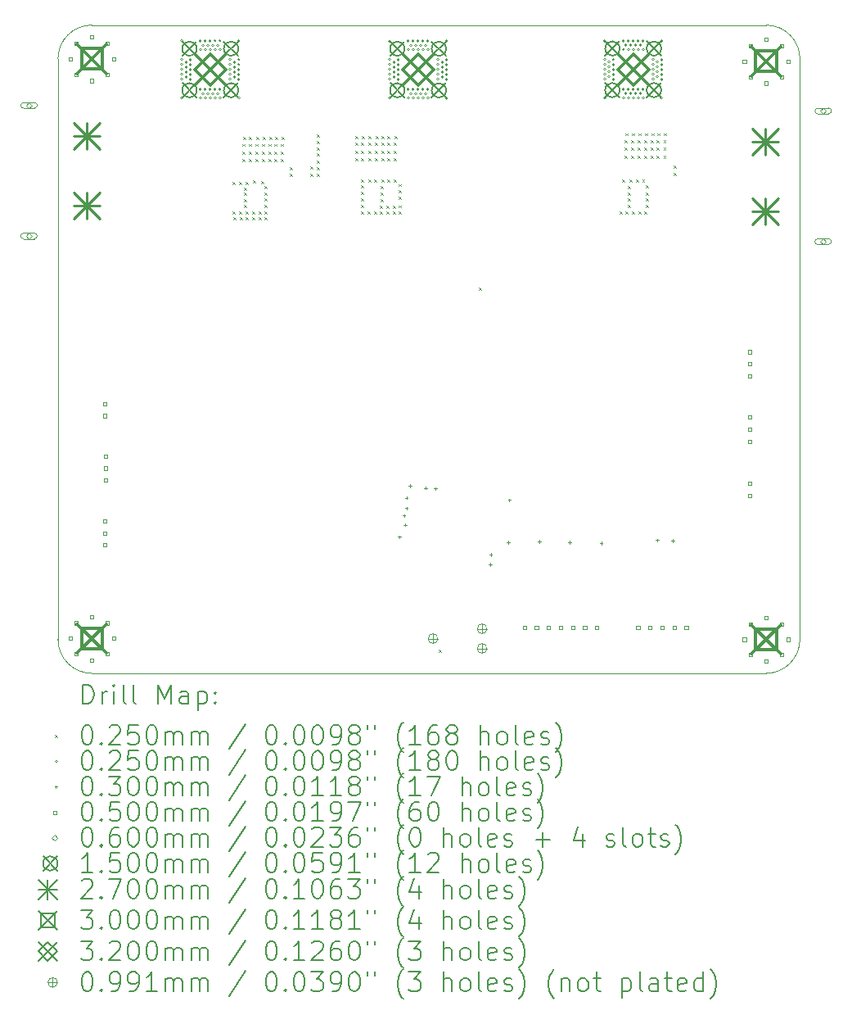
<source format=gbr>
%TF.GenerationSoftware,KiCad,Pcbnew,8.0.4*%
%TF.CreationDate,2024-12-09T12:19:38+01:00*%
%TF.ProjectId,BLDC motor controller,424c4443-206d-46f7-946f-7220636f6e74,1.1*%
%TF.SameCoordinates,Original*%
%TF.FileFunction,Drillmap*%
%TF.FilePolarity,Positive*%
%FSLAX45Y45*%
G04 Gerber Fmt 4.5, Leading zero omitted, Abs format (unit mm)*
G04 Created by KiCad (PCBNEW 8.0.4) date 2024-12-09 12:19:38*
%MOMM*%
%LPD*%
G01*
G04 APERTURE LIST*
%ADD10C,0.100000*%
%ADD11C,0.200000*%
%ADD12C,0.150000*%
%ADD13C,0.270000*%
%ADD14C,0.300000*%
%ADD15C,0.320000*%
G04 APERTURE END LIST*
D10*
X9725000Y-6750000D02*
X16700000Y-6750000D01*
X9375000Y-7100000D02*
G75*
G02*
X9725000Y-6750000I350000J0D01*
G01*
X9375000Y-13100000D02*
X9375000Y-8750000D01*
X16700000Y-6750000D02*
G75*
G02*
X17049111Y-7124936I0J-350000D01*
G01*
X9725000Y-13450000D02*
X16700000Y-13450000D01*
X17050000Y-13100000D02*
X17050000Y-7125000D01*
X17050000Y-13100000D02*
G75*
G02*
X16700000Y-13450000I-350000J0D01*
G01*
X9725000Y-13450000D02*
G75*
G02*
X9375000Y-13100000I0J350000D01*
G01*
X9375000Y-8750000D02*
X9375000Y-7100000D01*
D11*
D10*
X11182500Y-8367500D02*
X11207500Y-8392500D01*
X11207500Y-8367500D02*
X11182500Y-8392500D01*
X11182500Y-8677500D02*
X11207500Y-8702500D01*
X11207500Y-8677500D02*
X11182500Y-8702500D01*
X11187500Y-8737500D02*
X11212500Y-8762500D01*
X11212500Y-8737500D02*
X11187500Y-8762500D01*
X11247500Y-8367500D02*
X11272500Y-8392500D01*
X11272500Y-8367500D02*
X11247500Y-8392500D01*
X11247500Y-8677500D02*
X11272500Y-8702500D01*
X11272500Y-8677500D02*
X11247500Y-8702500D01*
X11252500Y-8737500D02*
X11277500Y-8762500D01*
X11277500Y-8737500D02*
X11252500Y-8762500D01*
X11282500Y-7977500D02*
X11307500Y-8002500D01*
X11307500Y-7977500D02*
X11282500Y-8002500D01*
X11282500Y-8057500D02*
X11307500Y-8082500D01*
X11307500Y-8057500D02*
X11282500Y-8082500D01*
X11282500Y-8137500D02*
X11307500Y-8162500D01*
X11307500Y-8137500D02*
X11282500Y-8162500D01*
X11287500Y-7907500D02*
X11312500Y-7932500D01*
X11312500Y-7907500D02*
X11287500Y-7932500D01*
X11297500Y-8427500D02*
X11322500Y-8452500D01*
X11322500Y-8427500D02*
X11297500Y-8452500D01*
X11297500Y-8482500D02*
X11322500Y-8507500D01*
X11322500Y-8482500D02*
X11297500Y-8507500D01*
X11297500Y-8547500D02*
X11322500Y-8572500D01*
X11322500Y-8547500D02*
X11297500Y-8572500D01*
X11297500Y-8607500D02*
X11322500Y-8632500D01*
X11322500Y-8607500D02*
X11297500Y-8632500D01*
X11312500Y-8367500D02*
X11337500Y-8392500D01*
X11337500Y-8367500D02*
X11312500Y-8392500D01*
X11317500Y-8677500D02*
X11342500Y-8702500D01*
X11342500Y-8677500D02*
X11317500Y-8702500D01*
X11317500Y-8737500D02*
X11342500Y-8762500D01*
X11342500Y-8737500D02*
X11317500Y-8762500D01*
X11347500Y-7977500D02*
X11372500Y-8002500D01*
X11372500Y-7977500D02*
X11347500Y-8002500D01*
X11347500Y-8057500D02*
X11372500Y-8082500D01*
X11372500Y-8057500D02*
X11347500Y-8082500D01*
X11347500Y-8137500D02*
X11372500Y-8162500D01*
X11372500Y-8137500D02*
X11347500Y-8162500D01*
X11352500Y-7907500D02*
X11377500Y-7932500D01*
X11377500Y-7907500D02*
X11352500Y-7932500D01*
X11382500Y-8677500D02*
X11407500Y-8702500D01*
X11407500Y-8677500D02*
X11382500Y-8702500D01*
X11382500Y-8737500D02*
X11407500Y-8762500D01*
X11407500Y-8737500D02*
X11382500Y-8762500D01*
X11387500Y-8357500D02*
X11412500Y-8382500D01*
X11412500Y-8357500D02*
X11387500Y-8382500D01*
X11417500Y-7977500D02*
X11442500Y-8002500D01*
X11442500Y-7977500D02*
X11417500Y-8002500D01*
X11417500Y-8057500D02*
X11442500Y-8082500D01*
X11442500Y-8057500D02*
X11417500Y-8082500D01*
X11417500Y-8137500D02*
X11442500Y-8162500D01*
X11442500Y-8137500D02*
X11417500Y-8162500D01*
X11422500Y-7907500D02*
X11447500Y-7932500D01*
X11447500Y-7907500D02*
X11422500Y-7932500D01*
X11447500Y-8677500D02*
X11472500Y-8702500D01*
X11472500Y-8677500D02*
X11447500Y-8702500D01*
X11447500Y-8737500D02*
X11472500Y-8762500D01*
X11472500Y-8737500D02*
X11447500Y-8762500D01*
X11472500Y-8362500D02*
X11497500Y-8387500D01*
X11497500Y-8362500D02*
X11472500Y-8387500D01*
X11487500Y-7977500D02*
X11512500Y-8002500D01*
X11512500Y-7977500D02*
X11487500Y-8002500D01*
X11487500Y-8057500D02*
X11512500Y-8082500D01*
X11512500Y-8057500D02*
X11487500Y-8082500D01*
X11487500Y-8137500D02*
X11512500Y-8162500D01*
X11512500Y-8137500D02*
X11487500Y-8162500D01*
X11492500Y-7907500D02*
X11517500Y-7932500D01*
X11517500Y-7907500D02*
X11492500Y-7932500D01*
X11512500Y-8412500D02*
X11537500Y-8437500D01*
X11537500Y-8412500D02*
X11512500Y-8437500D01*
X11512500Y-8477500D02*
X11537500Y-8502500D01*
X11537500Y-8477500D02*
X11512500Y-8502500D01*
X11512500Y-8542500D02*
X11537500Y-8567500D01*
X11537500Y-8542500D02*
X11512500Y-8567500D01*
X11512500Y-8607500D02*
X11537500Y-8632500D01*
X11537500Y-8607500D02*
X11512500Y-8632500D01*
X11512500Y-8672500D02*
X11537500Y-8697500D01*
X11537500Y-8672500D02*
X11512500Y-8697500D01*
X11512500Y-8737500D02*
X11537500Y-8762500D01*
X11537500Y-8737500D02*
X11512500Y-8762500D01*
X11552500Y-7977500D02*
X11577500Y-8002500D01*
X11577500Y-7977500D02*
X11552500Y-8002500D01*
X11552500Y-8057500D02*
X11577500Y-8082500D01*
X11577500Y-8057500D02*
X11552500Y-8082500D01*
X11552500Y-8137500D02*
X11577500Y-8162500D01*
X11577500Y-8137500D02*
X11552500Y-8162500D01*
X11557500Y-7907500D02*
X11582500Y-7932500D01*
X11582500Y-7907500D02*
X11557500Y-7932500D01*
X11612500Y-7977500D02*
X11637500Y-8002500D01*
X11637500Y-7977500D02*
X11612500Y-8002500D01*
X11612500Y-8057500D02*
X11637500Y-8082500D01*
X11637500Y-8057500D02*
X11612500Y-8082500D01*
X11612500Y-8137500D02*
X11637500Y-8162500D01*
X11637500Y-8137500D02*
X11612500Y-8162500D01*
X11617500Y-7907500D02*
X11642500Y-7932500D01*
X11642500Y-7907500D02*
X11617500Y-7932500D01*
X11682500Y-7977500D02*
X11707500Y-8002500D01*
X11707500Y-7977500D02*
X11682500Y-8002500D01*
X11682500Y-8057500D02*
X11707500Y-8082500D01*
X11707500Y-8057500D02*
X11682500Y-8082500D01*
X11682500Y-8137500D02*
X11707500Y-8162500D01*
X11707500Y-8137500D02*
X11682500Y-8162500D01*
X11687500Y-7907500D02*
X11712500Y-7932500D01*
X11712500Y-7907500D02*
X11687500Y-7932500D01*
X11772500Y-8222500D02*
X11797500Y-8247500D01*
X11797500Y-8222500D02*
X11772500Y-8247500D01*
X11772500Y-8287500D02*
X11797500Y-8312500D01*
X11797500Y-8287500D02*
X11772500Y-8312500D01*
X11982500Y-8287500D02*
X12007500Y-8312500D01*
X12007500Y-8287500D02*
X11982500Y-8312500D01*
X11987500Y-8212500D02*
X12012500Y-8237500D01*
X12012500Y-8212500D02*
X11987500Y-8237500D01*
X12052500Y-7882500D02*
X12077500Y-7907500D01*
X12077500Y-7882500D02*
X12052500Y-7907500D01*
X12052500Y-7947500D02*
X12077500Y-7972500D01*
X12077500Y-7947500D02*
X12052500Y-7972500D01*
X12052500Y-8012500D02*
X12077500Y-8037500D01*
X12077500Y-8012500D02*
X12052500Y-8037500D01*
X12052500Y-8077500D02*
X12077500Y-8102500D01*
X12077500Y-8077500D02*
X12052500Y-8102500D01*
X12052500Y-8152500D02*
X12077500Y-8177500D01*
X12077500Y-8152500D02*
X12052500Y-8177500D01*
X12052500Y-8217500D02*
X12077500Y-8242500D01*
X12077500Y-8217500D02*
X12052500Y-8242500D01*
X12052500Y-8282500D02*
X12077500Y-8307500D01*
X12077500Y-8282500D02*
X12052500Y-8307500D01*
X12447500Y-7967500D02*
X12472500Y-7992500D01*
X12472500Y-7967500D02*
X12447500Y-7992500D01*
X12447500Y-8047500D02*
X12472500Y-8072500D01*
X12472500Y-8047500D02*
X12447500Y-8072500D01*
X12447500Y-8127500D02*
X12472500Y-8152500D01*
X12472500Y-8127500D02*
X12447500Y-8152500D01*
X12452500Y-7897500D02*
X12477500Y-7922500D01*
X12477500Y-7897500D02*
X12452500Y-7922500D01*
X12512500Y-7967500D02*
X12537500Y-7992500D01*
X12537500Y-7967500D02*
X12512500Y-7992500D01*
X12512500Y-8047500D02*
X12537500Y-8072500D01*
X12537500Y-8047500D02*
X12512500Y-8072500D01*
X12512500Y-8127500D02*
X12537500Y-8152500D01*
X12537500Y-8127500D02*
X12512500Y-8152500D01*
X12512500Y-8342500D02*
X12537500Y-8367500D01*
X12537500Y-8342500D02*
X12512500Y-8367500D01*
X12512500Y-8407500D02*
X12537500Y-8432500D01*
X12537500Y-8407500D02*
X12512500Y-8432500D01*
X12512500Y-8472500D02*
X12537500Y-8497500D01*
X12537500Y-8472500D02*
X12512500Y-8497500D01*
X12512500Y-8537500D02*
X12537500Y-8562500D01*
X12537500Y-8537500D02*
X12512500Y-8562500D01*
X12512500Y-8607500D02*
X12537500Y-8632500D01*
X12537500Y-8607500D02*
X12512500Y-8632500D01*
X12512500Y-8672500D02*
X12537500Y-8697500D01*
X12537500Y-8672500D02*
X12512500Y-8697500D01*
X12517500Y-7897500D02*
X12542500Y-7922500D01*
X12542500Y-7897500D02*
X12517500Y-7922500D01*
X12577500Y-8677500D02*
X12602500Y-8702500D01*
X12602500Y-8677500D02*
X12577500Y-8702500D01*
X12582500Y-7967500D02*
X12607500Y-7992500D01*
X12607500Y-7967500D02*
X12582500Y-7992500D01*
X12582500Y-8047500D02*
X12607500Y-8072500D01*
X12607500Y-8047500D02*
X12582500Y-8072500D01*
X12582500Y-8127500D02*
X12607500Y-8152500D01*
X12607500Y-8127500D02*
X12582500Y-8152500D01*
X12582500Y-8342500D02*
X12607500Y-8367500D01*
X12607500Y-8342500D02*
X12582500Y-8367500D01*
X12587500Y-7897500D02*
X12612500Y-7922500D01*
X12612500Y-7897500D02*
X12587500Y-7922500D01*
X12642500Y-8677500D02*
X12667500Y-8702500D01*
X12667500Y-8677500D02*
X12642500Y-8702500D01*
X12647500Y-8342500D02*
X12672500Y-8367500D01*
X12672500Y-8342500D02*
X12647500Y-8367500D01*
X12652500Y-7967500D02*
X12677500Y-7992500D01*
X12677500Y-7967500D02*
X12652500Y-7992500D01*
X12652500Y-8047500D02*
X12677500Y-8072500D01*
X12677500Y-8047500D02*
X12652500Y-8072500D01*
X12652500Y-8127500D02*
X12677500Y-8152500D01*
X12677500Y-8127500D02*
X12652500Y-8152500D01*
X12657500Y-7897500D02*
X12682500Y-7922500D01*
X12682500Y-7897500D02*
X12657500Y-7922500D01*
X12707500Y-8617500D02*
X12732500Y-8642500D01*
X12732500Y-8617500D02*
X12707500Y-8642500D01*
X12707500Y-8677500D02*
X12732500Y-8702500D01*
X12732500Y-8677500D02*
X12707500Y-8702500D01*
X12712500Y-8412500D02*
X12737500Y-8437500D01*
X12737500Y-8412500D02*
X12712500Y-8437500D01*
X12712500Y-8477500D02*
X12737500Y-8502500D01*
X12737500Y-8477500D02*
X12712500Y-8502500D01*
X12712500Y-8547500D02*
X12737500Y-8572500D01*
X12737500Y-8547500D02*
X12712500Y-8572500D01*
X12717500Y-7967500D02*
X12742500Y-7992500D01*
X12742500Y-7967500D02*
X12717500Y-7992500D01*
X12717500Y-8047500D02*
X12742500Y-8072500D01*
X12742500Y-8047500D02*
X12717500Y-8072500D01*
X12717500Y-8127500D02*
X12742500Y-8152500D01*
X12742500Y-8127500D02*
X12717500Y-8152500D01*
X12717500Y-8342500D02*
X12742500Y-8367500D01*
X12742500Y-8342500D02*
X12717500Y-8367500D01*
X12722500Y-7897500D02*
X12747500Y-7922500D01*
X12747500Y-7897500D02*
X12722500Y-7922500D01*
X12772500Y-8617500D02*
X12797500Y-8642500D01*
X12797500Y-8617500D02*
X12772500Y-8642500D01*
X12772500Y-8677500D02*
X12797500Y-8702500D01*
X12797500Y-8677500D02*
X12772500Y-8702500D01*
X12777500Y-7967500D02*
X12802500Y-7992500D01*
X12802500Y-7967500D02*
X12777500Y-7992500D01*
X12777500Y-8047500D02*
X12802500Y-8072500D01*
X12802500Y-8047500D02*
X12777500Y-8072500D01*
X12777500Y-8127500D02*
X12802500Y-8152500D01*
X12802500Y-8127500D02*
X12777500Y-8152500D01*
X12782500Y-7897500D02*
X12807500Y-7922500D01*
X12807500Y-7897500D02*
X12782500Y-7922500D01*
X12782500Y-8342500D02*
X12807500Y-8367500D01*
X12807500Y-8342500D02*
X12782500Y-8367500D01*
X12837500Y-8617500D02*
X12862500Y-8642500D01*
X12862500Y-8617500D02*
X12837500Y-8642500D01*
X12837500Y-8677500D02*
X12862500Y-8702500D01*
X12862500Y-8677500D02*
X12837500Y-8702500D01*
X12847500Y-7967500D02*
X12872500Y-7992500D01*
X12872500Y-7967500D02*
X12847500Y-7992500D01*
X12847500Y-8047500D02*
X12872500Y-8072500D01*
X12872500Y-8047500D02*
X12847500Y-8072500D01*
X12847500Y-8127500D02*
X12872500Y-8152500D01*
X12872500Y-8127500D02*
X12847500Y-8152500D01*
X12847500Y-8347500D02*
X12872500Y-8372500D01*
X12872500Y-8347500D02*
X12847500Y-8372500D01*
X12852500Y-7897500D02*
X12877500Y-7922500D01*
X12877500Y-7897500D02*
X12852500Y-7922500D01*
X12897500Y-8527500D02*
X12922500Y-8552500D01*
X12922500Y-8527500D02*
X12897500Y-8552500D01*
X12902500Y-8392500D02*
X12927500Y-8417500D01*
X12927500Y-8392500D02*
X12902500Y-8417500D01*
X12902500Y-8457500D02*
X12927500Y-8482500D01*
X12927500Y-8457500D02*
X12902500Y-8482500D01*
X12902500Y-8612500D02*
X12927500Y-8637500D01*
X12927500Y-8612500D02*
X12902500Y-8637500D01*
X12902500Y-8677500D02*
X12927500Y-8702500D01*
X12927500Y-8677500D02*
X12902500Y-8702500D01*
X13312500Y-13202500D02*
X13337500Y-13227500D01*
X13337500Y-13202500D02*
X13312500Y-13227500D01*
X13727500Y-9462500D02*
X13752500Y-9487500D01*
X13752500Y-9462500D02*
X13727500Y-9487500D01*
X15182500Y-8677500D02*
X15207500Y-8702500D01*
X15207500Y-8677500D02*
X15182500Y-8702500D01*
X15212500Y-8342500D02*
X15237500Y-8367500D01*
X15237500Y-8342500D02*
X15212500Y-8367500D01*
X15237500Y-7937500D02*
X15262500Y-7962500D01*
X15262500Y-7937500D02*
X15237500Y-7962500D01*
X15237500Y-8017500D02*
X15262500Y-8042500D01*
X15262500Y-8017500D02*
X15237500Y-8042500D01*
X15237500Y-8097500D02*
X15262500Y-8122500D01*
X15262500Y-8097500D02*
X15237500Y-8122500D01*
X15242500Y-7867500D02*
X15267500Y-7892500D01*
X15267500Y-7867500D02*
X15242500Y-7892500D01*
X15247500Y-8677500D02*
X15272500Y-8702500D01*
X15272500Y-8677500D02*
X15247500Y-8702500D01*
X15272500Y-8412500D02*
X15297500Y-8437500D01*
X15297500Y-8412500D02*
X15272500Y-8437500D01*
X15272500Y-8477500D02*
X15297500Y-8502500D01*
X15297500Y-8477500D02*
X15272500Y-8502500D01*
X15272500Y-8542500D02*
X15297500Y-8567500D01*
X15297500Y-8542500D02*
X15272500Y-8567500D01*
X15272500Y-8607500D02*
X15297500Y-8632500D01*
X15297500Y-8607500D02*
X15272500Y-8632500D01*
X15282500Y-8342500D02*
X15307500Y-8367500D01*
X15307500Y-8342500D02*
X15282500Y-8367500D01*
X15302500Y-7937500D02*
X15327500Y-7962500D01*
X15327500Y-7937500D02*
X15302500Y-7962500D01*
X15302500Y-8017500D02*
X15327500Y-8042500D01*
X15327500Y-8017500D02*
X15302500Y-8042500D01*
X15302500Y-8097500D02*
X15327500Y-8122500D01*
X15327500Y-8097500D02*
X15302500Y-8122500D01*
X15307500Y-7867500D02*
X15332500Y-7892500D01*
X15332500Y-7867500D02*
X15307500Y-7892500D01*
X15312500Y-8677500D02*
X15337500Y-8702500D01*
X15337500Y-8677500D02*
X15312500Y-8702500D01*
X15352500Y-8342500D02*
X15377500Y-8367500D01*
X15377500Y-8342500D02*
X15352500Y-8367500D01*
X15372500Y-7937500D02*
X15397500Y-7962500D01*
X15397500Y-7937500D02*
X15372500Y-7962500D01*
X15372500Y-8017500D02*
X15397500Y-8042500D01*
X15397500Y-8017500D02*
X15372500Y-8042500D01*
X15372500Y-8097500D02*
X15397500Y-8122500D01*
X15397500Y-8097500D02*
X15372500Y-8122500D01*
X15377500Y-7867500D02*
X15402500Y-7892500D01*
X15402500Y-7867500D02*
X15377500Y-7892500D01*
X15377500Y-8677500D02*
X15402500Y-8702500D01*
X15402500Y-8677500D02*
X15377500Y-8702500D01*
X15417500Y-8342500D02*
X15442500Y-8367500D01*
X15442500Y-8342500D02*
X15417500Y-8367500D01*
X15442500Y-7937500D02*
X15467500Y-7962500D01*
X15467500Y-7937500D02*
X15442500Y-7962500D01*
X15442500Y-8017500D02*
X15467500Y-8042500D01*
X15467500Y-8017500D02*
X15442500Y-8042500D01*
X15442500Y-8097500D02*
X15467500Y-8122500D01*
X15467500Y-8097500D02*
X15442500Y-8122500D01*
X15442500Y-8677500D02*
X15467500Y-8702500D01*
X15467500Y-8677500D02*
X15442500Y-8702500D01*
X15447500Y-7867500D02*
X15472500Y-7892500D01*
X15472500Y-7867500D02*
X15447500Y-7892500D01*
X15452500Y-8402500D02*
X15477500Y-8427500D01*
X15477500Y-8402500D02*
X15452500Y-8427500D01*
X15452500Y-8477500D02*
X15477500Y-8502500D01*
X15477500Y-8477500D02*
X15452500Y-8502500D01*
X15452500Y-8542500D02*
X15477500Y-8567500D01*
X15477500Y-8542500D02*
X15452500Y-8567500D01*
X15452500Y-8607500D02*
X15477500Y-8632500D01*
X15477500Y-8607500D02*
X15452500Y-8632500D01*
X15507500Y-7937500D02*
X15532500Y-7962500D01*
X15532500Y-7937500D02*
X15507500Y-7962500D01*
X15507500Y-8017500D02*
X15532500Y-8042500D01*
X15532500Y-8017500D02*
X15507500Y-8042500D01*
X15507500Y-8097500D02*
X15532500Y-8122500D01*
X15532500Y-8097500D02*
X15507500Y-8122500D01*
X15512500Y-7867500D02*
X15537500Y-7892500D01*
X15537500Y-7867500D02*
X15512500Y-7892500D01*
X15567500Y-7937500D02*
X15592500Y-7962500D01*
X15592500Y-7937500D02*
X15567500Y-7962500D01*
X15567500Y-8017500D02*
X15592500Y-8042500D01*
X15592500Y-8017500D02*
X15567500Y-8042500D01*
X15567500Y-8097500D02*
X15592500Y-8122500D01*
X15592500Y-8097500D02*
X15567500Y-8122500D01*
X15572500Y-7867500D02*
X15597500Y-7892500D01*
X15597500Y-7867500D02*
X15572500Y-7892500D01*
X15637500Y-7937500D02*
X15662500Y-7962500D01*
X15662500Y-7937500D02*
X15637500Y-7962500D01*
X15637500Y-8017500D02*
X15662500Y-8042500D01*
X15662500Y-8017500D02*
X15637500Y-8042500D01*
X15637500Y-8097500D02*
X15662500Y-8122500D01*
X15662500Y-8097500D02*
X15637500Y-8122500D01*
X15642500Y-7867500D02*
X15667500Y-7892500D01*
X15667500Y-7867500D02*
X15642500Y-7892500D01*
X15742500Y-8202500D02*
X15767500Y-8227500D01*
X15767500Y-8202500D02*
X15742500Y-8227500D01*
X15742500Y-8277500D02*
X15767500Y-8302500D01*
X15767500Y-8277500D02*
X15742500Y-8302500D01*
X10667500Y-6914000D02*
G75*
G02*
X10642500Y-6914000I-12500J0D01*
G01*
X10642500Y-6914000D02*
G75*
G02*
X10667500Y-6914000I12500J0D01*
G01*
X10667500Y-7107000D02*
G75*
G02*
X10642500Y-7107000I-12500J0D01*
G01*
X10642500Y-7107000D02*
G75*
G02*
X10667500Y-7107000I12500J0D01*
G01*
X10667500Y-7158000D02*
G75*
G02*
X10642500Y-7158000I-12500J0D01*
G01*
X10642500Y-7158000D02*
G75*
G02*
X10667500Y-7158000I12500J0D01*
G01*
X10667500Y-7209000D02*
G75*
G02*
X10642500Y-7209000I-12500J0D01*
G01*
X10642500Y-7209000D02*
G75*
G02*
X10667500Y-7209000I12500J0D01*
G01*
X10667500Y-7260000D02*
G75*
G02*
X10642500Y-7260000I-12500J0D01*
G01*
X10642500Y-7260000D02*
G75*
G02*
X10667500Y-7260000I12500J0D01*
G01*
X10667500Y-7311000D02*
G75*
G02*
X10642500Y-7311000I-12500J0D01*
G01*
X10642500Y-7311000D02*
G75*
G02*
X10667500Y-7311000I12500J0D01*
G01*
X10667500Y-7504000D02*
G75*
G02*
X10642500Y-7504000I-12500J0D01*
G01*
X10642500Y-7504000D02*
G75*
G02*
X10667500Y-7504000I12500J0D01*
G01*
X10712500Y-7132500D02*
G75*
G02*
X10687500Y-7132500I-12500J0D01*
G01*
X10687500Y-7132500D02*
G75*
G02*
X10712500Y-7132500I12500J0D01*
G01*
X10712500Y-7183500D02*
G75*
G02*
X10687500Y-7183500I-12500J0D01*
G01*
X10687500Y-7183500D02*
G75*
G02*
X10712500Y-7183500I12500J0D01*
G01*
X10712500Y-7234500D02*
G75*
G02*
X10687500Y-7234500I-12500J0D01*
G01*
X10687500Y-7234500D02*
G75*
G02*
X10712500Y-7234500I12500J0D01*
G01*
X10712500Y-7285500D02*
G75*
G02*
X10687500Y-7285500I-12500J0D01*
G01*
X10687500Y-7285500D02*
G75*
G02*
X10712500Y-7285500I12500J0D01*
G01*
X10757500Y-7107000D02*
G75*
G02*
X10732500Y-7107000I-12500J0D01*
G01*
X10732500Y-7107000D02*
G75*
G02*
X10757500Y-7107000I12500J0D01*
G01*
X10757500Y-7158000D02*
G75*
G02*
X10732500Y-7158000I-12500J0D01*
G01*
X10732500Y-7158000D02*
G75*
G02*
X10757500Y-7158000I12500J0D01*
G01*
X10757500Y-7209000D02*
G75*
G02*
X10732500Y-7209000I-12500J0D01*
G01*
X10732500Y-7209000D02*
G75*
G02*
X10757500Y-7209000I12500J0D01*
G01*
X10757500Y-7260000D02*
G75*
G02*
X10732500Y-7260000I-12500J0D01*
G01*
X10732500Y-7260000D02*
G75*
G02*
X10757500Y-7260000I12500J0D01*
G01*
X10757500Y-7311000D02*
G75*
G02*
X10732500Y-7311000I-12500J0D01*
G01*
X10732500Y-7311000D02*
G75*
G02*
X10757500Y-7311000I12500J0D01*
G01*
X10860500Y-6914000D02*
G75*
G02*
X10835500Y-6914000I-12500J0D01*
G01*
X10835500Y-6914000D02*
G75*
G02*
X10860500Y-6914000I12500J0D01*
G01*
X10860500Y-7004000D02*
G75*
G02*
X10835500Y-7004000I-12500J0D01*
G01*
X10835500Y-7004000D02*
G75*
G02*
X10860500Y-7004000I12500J0D01*
G01*
X10860500Y-7414000D02*
G75*
G02*
X10835500Y-7414000I-12500J0D01*
G01*
X10835500Y-7414000D02*
G75*
G02*
X10860500Y-7414000I12500J0D01*
G01*
X10860500Y-7504000D02*
G75*
G02*
X10835500Y-7504000I-12500J0D01*
G01*
X10835500Y-7504000D02*
G75*
G02*
X10860500Y-7504000I12500J0D01*
G01*
X10886000Y-6959000D02*
G75*
G02*
X10861000Y-6959000I-12500J0D01*
G01*
X10861000Y-6959000D02*
G75*
G02*
X10886000Y-6959000I12500J0D01*
G01*
X10886000Y-7459000D02*
G75*
G02*
X10861000Y-7459000I-12500J0D01*
G01*
X10861000Y-7459000D02*
G75*
G02*
X10886000Y-7459000I12500J0D01*
G01*
X10911500Y-6914000D02*
G75*
G02*
X10886500Y-6914000I-12500J0D01*
G01*
X10886500Y-6914000D02*
G75*
G02*
X10911500Y-6914000I12500J0D01*
G01*
X10911500Y-7004000D02*
G75*
G02*
X10886500Y-7004000I-12500J0D01*
G01*
X10886500Y-7004000D02*
G75*
G02*
X10911500Y-7004000I12500J0D01*
G01*
X10911500Y-7414000D02*
G75*
G02*
X10886500Y-7414000I-12500J0D01*
G01*
X10886500Y-7414000D02*
G75*
G02*
X10911500Y-7414000I12500J0D01*
G01*
X10911500Y-7504000D02*
G75*
G02*
X10886500Y-7504000I-12500J0D01*
G01*
X10886500Y-7504000D02*
G75*
G02*
X10911500Y-7504000I12500J0D01*
G01*
X10937000Y-6959000D02*
G75*
G02*
X10912000Y-6959000I-12500J0D01*
G01*
X10912000Y-6959000D02*
G75*
G02*
X10937000Y-6959000I12500J0D01*
G01*
X10937000Y-7459000D02*
G75*
G02*
X10912000Y-7459000I-12500J0D01*
G01*
X10912000Y-7459000D02*
G75*
G02*
X10937000Y-7459000I12500J0D01*
G01*
X10962500Y-6914000D02*
G75*
G02*
X10937500Y-6914000I-12500J0D01*
G01*
X10937500Y-6914000D02*
G75*
G02*
X10962500Y-6914000I12500J0D01*
G01*
X10962500Y-7004000D02*
G75*
G02*
X10937500Y-7004000I-12500J0D01*
G01*
X10937500Y-7004000D02*
G75*
G02*
X10962500Y-7004000I12500J0D01*
G01*
X10962500Y-7414000D02*
G75*
G02*
X10937500Y-7414000I-12500J0D01*
G01*
X10937500Y-7414000D02*
G75*
G02*
X10962500Y-7414000I12500J0D01*
G01*
X10962500Y-7504000D02*
G75*
G02*
X10937500Y-7504000I-12500J0D01*
G01*
X10937500Y-7504000D02*
G75*
G02*
X10962500Y-7504000I12500J0D01*
G01*
X10988000Y-6959000D02*
G75*
G02*
X10963000Y-6959000I-12500J0D01*
G01*
X10963000Y-6959000D02*
G75*
G02*
X10988000Y-6959000I12500J0D01*
G01*
X10988000Y-7459000D02*
G75*
G02*
X10963000Y-7459000I-12500J0D01*
G01*
X10963000Y-7459000D02*
G75*
G02*
X10988000Y-7459000I12500J0D01*
G01*
X11013500Y-6914000D02*
G75*
G02*
X10988500Y-6914000I-12500J0D01*
G01*
X10988500Y-6914000D02*
G75*
G02*
X11013500Y-6914000I12500J0D01*
G01*
X11013500Y-7004000D02*
G75*
G02*
X10988500Y-7004000I-12500J0D01*
G01*
X10988500Y-7004000D02*
G75*
G02*
X11013500Y-7004000I12500J0D01*
G01*
X11013500Y-7414000D02*
G75*
G02*
X10988500Y-7414000I-12500J0D01*
G01*
X10988500Y-7414000D02*
G75*
G02*
X11013500Y-7414000I12500J0D01*
G01*
X11013500Y-7504000D02*
G75*
G02*
X10988500Y-7504000I-12500J0D01*
G01*
X10988500Y-7504000D02*
G75*
G02*
X11013500Y-7504000I12500J0D01*
G01*
X11039000Y-6959000D02*
G75*
G02*
X11014000Y-6959000I-12500J0D01*
G01*
X11014000Y-6959000D02*
G75*
G02*
X11039000Y-6959000I12500J0D01*
G01*
X11039000Y-7459000D02*
G75*
G02*
X11014000Y-7459000I-12500J0D01*
G01*
X11014000Y-7459000D02*
G75*
G02*
X11039000Y-7459000I12500J0D01*
G01*
X11064500Y-6914000D02*
G75*
G02*
X11039500Y-6914000I-12500J0D01*
G01*
X11039500Y-6914000D02*
G75*
G02*
X11064500Y-6914000I12500J0D01*
G01*
X11064500Y-7004000D02*
G75*
G02*
X11039500Y-7004000I-12500J0D01*
G01*
X11039500Y-7004000D02*
G75*
G02*
X11064500Y-7004000I12500J0D01*
G01*
X11064500Y-7414000D02*
G75*
G02*
X11039500Y-7414000I-12500J0D01*
G01*
X11039500Y-7414000D02*
G75*
G02*
X11064500Y-7414000I12500J0D01*
G01*
X11064500Y-7504000D02*
G75*
G02*
X11039500Y-7504000I-12500J0D01*
G01*
X11039500Y-7504000D02*
G75*
G02*
X11064500Y-7504000I12500J0D01*
G01*
X11167500Y-7107000D02*
G75*
G02*
X11142500Y-7107000I-12500J0D01*
G01*
X11142500Y-7107000D02*
G75*
G02*
X11167500Y-7107000I12500J0D01*
G01*
X11167500Y-7158000D02*
G75*
G02*
X11142500Y-7158000I-12500J0D01*
G01*
X11142500Y-7158000D02*
G75*
G02*
X11167500Y-7158000I12500J0D01*
G01*
X11167500Y-7209000D02*
G75*
G02*
X11142500Y-7209000I-12500J0D01*
G01*
X11142500Y-7209000D02*
G75*
G02*
X11167500Y-7209000I12500J0D01*
G01*
X11167500Y-7260000D02*
G75*
G02*
X11142500Y-7260000I-12500J0D01*
G01*
X11142500Y-7260000D02*
G75*
G02*
X11167500Y-7260000I12500J0D01*
G01*
X11167500Y-7311000D02*
G75*
G02*
X11142500Y-7311000I-12500J0D01*
G01*
X11142500Y-7311000D02*
G75*
G02*
X11167500Y-7311000I12500J0D01*
G01*
X11212500Y-7132500D02*
G75*
G02*
X11187500Y-7132500I-12500J0D01*
G01*
X11187500Y-7132500D02*
G75*
G02*
X11212500Y-7132500I12500J0D01*
G01*
X11212500Y-7183500D02*
G75*
G02*
X11187500Y-7183500I-12500J0D01*
G01*
X11187500Y-7183500D02*
G75*
G02*
X11212500Y-7183500I12500J0D01*
G01*
X11212500Y-7234500D02*
G75*
G02*
X11187500Y-7234500I-12500J0D01*
G01*
X11187500Y-7234500D02*
G75*
G02*
X11212500Y-7234500I12500J0D01*
G01*
X11212500Y-7285500D02*
G75*
G02*
X11187500Y-7285500I-12500J0D01*
G01*
X11187500Y-7285500D02*
G75*
G02*
X11212500Y-7285500I12500J0D01*
G01*
X11257500Y-6914000D02*
G75*
G02*
X11232500Y-6914000I-12500J0D01*
G01*
X11232500Y-6914000D02*
G75*
G02*
X11257500Y-6914000I12500J0D01*
G01*
X11257500Y-7107000D02*
G75*
G02*
X11232500Y-7107000I-12500J0D01*
G01*
X11232500Y-7107000D02*
G75*
G02*
X11257500Y-7107000I12500J0D01*
G01*
X11257500Y-7158000D02*
G75*
G02*
X11232500Y-7158000I-12500J0D01*
G01*
X11232500Y-7158000D02*
G75*
G02*
X11257500Y-7158000I12500J0D01*
G01*
X11257500Y-7209000D02*
G75*
G02*
X11232500Y-7209000I-12500J0D01*
G01*
X11232500Y-7209000D02*
G75*
G02*
X11257500Y-7209000I12500J0D01*
G01*
X11257500Y-7260000D02*
G75*
G02*
X11232500Y-7260000I-12500J0D01*
G01*
X11232500Y-7260000D02*
G75*
G02*
X11257500Y-7260000I12500J0D01*
G01*
X11257500Y-7311000D02*
G75*
G02*
X11232500Y-7311000I-12500J0D01*
G01*
X11232500Y-7311000D02*
G75*
G02*
X11257500Y-7311000I12500J0D01*
G01*
X11257500Y-7504000D02*
G75*
G02*
X11232500Y-7504000I-12500J0D01*
G01*
X11232500Y-7504000D02*
G75*
G02*
X11257500Y-7504000I12500J0D01*
G01*
X12817500Y-6915000D02*
G75*
G02*
X12792500Y-6915000I-12500J0D01*
G01*
X12792500Y-6915000D02*
G75*
G02*
X12817500Y-6915000I12500J0D01*
G01*
X12817500Y-7108000D02*
G75*
G02*
X12792500Y-7108000I-12500J0D01*
G01*
X12792500Y-7108000D02*
G75*
G02*
X12817500Y-7108000I12500J0D01*
G01*
X12817500Y-7159000D02*
G75*
G02*
X12792500Y-7159000I-12500J0D01*
G01*
X12792500Y-7159000D02*
G75*
G02*
X12817500Y-7159000I12500J0D01*
G01*
X12817500Y-7210000D02*
G75*
G02*
X12792500Y-7210000I-12500J0D01*
G01*
X12792500Y-7210000D02*
G75*
G02*
X12817500Y-7210000I12500J0D01*
G01*
X12817500Y-7261000D02*
G75*
G02*
X12792500Y-7261000I-12500J0D01*
G01*
X12792500Y-7261000D02*
G75*
G02*
X12817500Y-7261000I12500J0D01*
G01*
X12817500Y-7312000D02*
G75*
G02*
X12792500Y-7312000I-12500J0D01*
G01*
X12792500Y-7312000D02*
G75*
G02*
X12817500Y-7312000I12500J0D01*
G01*
X12817500Y-7505000D02*
G75*
G02*
X12792500Y-7505000I-12500J0D01*
G01*
X12792500Y-7505000D02*
G75*
G02*
X12817500Y-7505000I12500J0D01*
G01*
X12862500Y-7133500D02*
G75*
G02*
X12837500Y-7133500I-12500J0D01*
G01*
X12837500Y-7133500D02*
G75*
G02*
X12862500Y-7133500I12500J0D01*
G01*
X12862500Y-7184500D02*
G75*
G02*
X12837500Y-7184500I-12500J0D01*
G01*
X12837500Y-7184500D02*
G75*
G02*
X12862500Y-7184500I12500J0D01*
G01*
X12862500Y-7235500D02*
G75*
G02*
X12837500Y-7235500I-12500J0D01*
G01*
X12837500Y-7235500D02*
G75*
G02*
X12862500Y-7235500I12500J0D01*
G01*
X12862500Y-7286500D02*
G75*
G02*
X12837500Y-7286500I-12500J0D01*
G01*
X12837500Y-7286500D02*
G75*
G02*
X12862500Y-7286500I12500J0D01*
G01*
X12907500Y-7108000D02*
G75*
G02*
X12882500Y-7108000I-12500J0D01*
G01*
X12882500Y-7108000D02*
G75*
G02*
X12907500Y-7108000I12500J0D01*
G01*
X12907500Y-7159000D02*
G75*
G02*
X12882500Y-7159000I-12500J0D01*
G01*
X12882500Y-7159000D02*
G75*
G02*
X12907500Y-7159000I12500J0D01*
G01*
X12907500Y-7210000D02*
G75*
G02*
X12882500Y-7210000I-12500J0D01*
G01*
X12882500Y-7210000D02*
G75*
G02*
X12907500Y-7210000I12500J0D01*
G01*
X12907500Y-7261000D02*
G75*
G02*
X12882500Y-7261000I-12500J0D01*
G01*
X12882500Y-7261000D02*
G75*
G02*
X12907500Y-7261000I12500J0D01*
G01*
X12907500Y-7312000D02*
G75*
G02*
X12882500Y-7312000I-12500J0D01*
G01*
X12882500Y-7312000D02*
G75*
G02*
X12907500Y-7312000I12500J0D01*
G01*
X13010500Y-6915000D02*
G75*
G02*
X12985500Y-6915000I-12500J0D01*
G01*
X12985500Y-6915000D02*
G75*
G02*
X13010500Y-6915000I12500J0D01*
G01*
X13010500Y-7005000D02*
G75*
G02*
X12985500Y-7005000I-12500J0D01*
G01*
X12985500Y-7005000D02*
G75*
G02*
X13010500Y-7005000I12500J0D01*
G01*
X13010500Y-7415000D02*
G75*
G02*
X12985500Y-7415000I-12500J0D01*
G01*
X12985500Y-7415000D02*
G75*
G02*
X13010500Y-7415000I12500J0D01*
G01*
X13010500Y-7505000D02*
G75*
G02*
X12985500Y-7505000I-12500J0D01*
G01*
X12985500Y-7505000D02*
G75*
G02*
X13010500Y-7505000I12500J0D01*
G01*
X13036000Y-6960000D02*
G75*
G02*
X13011000Y-6960000I-12500J0D01*
G01*
X13011000Y-6960000D02*
G75*
G02*
X13036000Y-6960000I12500J0D01*
G01*
X13036000Y-7460000D02*
G75*
G02*
X13011000Y-7460000I-12500J0D01*
G01*
X13011000Y-7460000D02*
G75*
G02*
X13036000Y-7460000I12500J0D01*
G01*
X13061500Y-6915000D02*
G75*
G02*
X13036500Y-6915000I-12500J0D01*
G01*
X13036500Y-6915000D02*
G75*
G02*
X13061500Y-6915000I12500J0D01*
G01*
X13061500Y-7005000D02*
G75*
G02*
X13036500Y-7005000I-12500J0D01*
G01*
X13036500Y-7005000D02*
G75*
G02*
X13061500Y-7005000I12500J0D01*
G01*
X13061500Y-7415000D02*
G75*
G02*
X13036500Y-7415000I-12500J0D01*
G01*
X13036500Y-7415000D02*
G75*
G02*
X13061500Y-7415000I12500J0D01*
G01*
X13061500Y-7505000D02*
G75*
G02*
X13036500Y-7505000I-12500J0D01*
G01*
X13036500Y-7505000D02*
G75*
G02*
X13061500Y-7505000I12500J0D01*
G01*
X13087000Y-6960000D02*
G75*
G02*
X13062000Y-6960000I-12500J0D01*
G01*
X13062000Y-6960000D02*
G75*
G02*
X13087000Y-6960000I12500J0D01*
G01*
X13087000Y-7460000D02*
G75*
G02*
X13062000Y-7460000I-12500J0D01*
G01*
X13062000Y-7460000D02*
G75*
G02*
X13087000Y-7460000I12500J0D01*
G01*
X13112500Y-6915000D02*
G75*
G02*
X13087500Y-6915000I-12500J0D01*
G01*
X13087500Y-6915000D02*
G75*
G02*
X13112500Y-6915000I12500J0D01*
G01*
X13112500Y-7005000D02*
G75*
G02*
X13087500Y-7005000I-12500J0D01*
G01*
X13087500Y-7005000D02*
G75*
G02*
X13112500Y-7005000I12500J0D01*
G01*
X13112500Y-7415000D02*
G75*
G02*
X13087500Y-7415000I-12500J0D01*
G01*
X13087500Y-7415000D02*
G75*
G02*
X13112500Y-7415000I12500J0D01*
G01*
X13112500Y-7505000D02*
G75*
G02*
X13087500Y-7505000I-12500J0D01*
G01*
X13087500Y-7505000D02*
G75*
G02*
X13112500Y-7505000I12500J0D01*
G01*
X13138000Y-6960000D02*
G75*
G02*
X13113000Y-6960000I-12500J0D01*
G01*
X13113000Y-6960000D02*
G75*
G02*
X13138000Y-6960000I12500J0D01*
G01*
X13138000Y-7460000D02*
G75*
G02*
X13113000Y-7460000I-12500J0D01*
G01*
X13113000Y-7460000D02*
G75*
G02*
X13138000Y-7460000I12500J0D01*
G01*
X13163500Y-6915000D02*
G75*
G02*
X13138500Y-6915000I-12500J0D01*
G01*
X13138500Y-6915000D02*
G75*
G02*
X13163500Y-6915000I12500J0D01*
G01*
X13163500Y-7005000D02*
G75*
G02*
X13138500Y-7005000I-12500J0D01*
G01*
X13138500Y-7005000D02*
G75*
G02*
X13163500Y-7005000I12500J0D01*
G01*
X13163500Y-7415000D02*
G75*
G02*
X13138500Y-7415000I-12500J0D01*
G01*
X13138500Y-7415000D02*
G75*
G02*
X13163500Y-7415000I12500J0D01*
G01*
X13163500Y-7505000D02*
G75*
G02*
X13138500Y-7505000I-12500J0D01*
G01*
X13138500Y-7505000D02*
G75*
G02*
X13163500Y-7505000I12500J0D01*
G01*
X13189000Y-6960000D02*
G75*
G02*
X13164000Y-6960000I-12500J0D01*
G01*
X13164000Y-6960000D02*
G75*
G02*
X13189000Y-6960000I12500J0D01*
G01*
X13189000Y-7460000D02*
G75*
G02*
X13164000Y-7460000I-12500J0D01*
G01*
X13164000Y-7460000D02*
G75*
G02*
X13189000Y-7460000I12500J0D01*
G01*
X13214500Y-6915000D02*
G75*
G02*
X13189500Y-6915000I-12500J0D01*
G01*
X13189500Y-6915000D02*
G75*
G02*
X13214500Y-6915000I12500J0D01*
G01*
X13214500Y-7005000D02*
G75*
G02*
X13189500Y-7005000I-12500J0D01*
G01*
X13189500Y-7005000D02*
G75*
G02*
X13214500Y-7005000I12500J0D01*
G01*
X13214500Y-7415000D02*
G75*
G02*
X13189500Y-7415000I-12500J0D01*
G01*
X13189500Y-7415000D02*
G75*
G02*
X13214500Y-7415000I12500J0D01*
G01*
X13214500Y-7505000D02*
G75*
G02*
X13189500Y-7505000I-12500J0D01*
G01*
X13189500Y-7505000D02*
G75*
G02*
X13214500Y-7505000I12500J0D01*
G01*
X13317500Y-7108000D02*
G75*
G02*
X13292500Y-7108000I-12500J0D01*
G01*
X13292500Y-7108000D02*
G75*
G02*
X13317500Y-7108000I12500J0D01*
G01*
X13317500Y-7159000D02*
G75*
G02*
X13292500Y-7159000I-12500J0D01*
G01*
X13292500Y-7159000D02*
G75*
G02*
X13317500Y-7159000I12500J0D01*
G01*
X13317500Y-7210000D02*
G75*
G02*
X13292500Y-7210000I-12500J0D01*
G01*
X13292500Y-7210000D02*
G75*
G02*
X13317500Y-7210000I12500J0D01*
G01*
X13317500Y-7261000D02*
G75*
G02*
X13292500Y-7261000I-12500J0D01*
G01*
X13292500Y-7261000D02*
G75*
G02*
X13317500Y-7261000I12500J0D01*
G01*
X13317500Y-7312000D02*
G75*
G02*
X13292500Y-7312000I-12500J0D01*
G01*
X13292500Y-7312000D02*
G75*
G02*
X13317500Y-7312000I12500J0D01*
G01*
X13362500Y-7133500D02*
G75*
G02*
X13337500Y-7133500I-12500J0D01*
G01*
X13337500Y-7133500D02*
G75*
G02*
X13362500Y-7133500I12500J0D01*
G01*
X13362500Y-7184500D02*
G75*
G02*
X13337500Y-7184500I-12500J0D01*
G01*
X13337500Y-7184500D02*
G75*
G02*
X13362500Y-7184500I12500J0D01*
G01*
X13362500Y-7235500D02*
G75*
G02*
X13337500Y-7235500I-12500J0D01*
G01*
X13337500Y-7235500D02*
G75*
G02*
X13362500Y-7235500I12500J0D01*
G01*
X13362500Y-7286500D02*
G75*
G02*
X13337500Y-7286500I-12500J0D01*
G01*
X13337500Y-7286500D02*
G75*
G02*
X13362500Y-7286500I12500J0D01*
G01*
X13407500Y-6915000D02*
G75*
G02*
X13382500Y-6915000I-12500J0D01*
G01*
X13382500Y-6915000D02*
G75*
G02*
X13407500Y-6915000I12500J0D01*
G01*
X13407500Y-7108000D02*
G75*
G02*
X13382500Y-7108000I-12500J0D01*
G01*
X13382500Y-7108000D02*
G75*
G02*
X13407500Y-7108000I12500J0D01*
G01*
X13407500Y-7159000D02*
G75*
G02*
X13382500Y-7159000I-12500J0D01*
G01*
X13382500Y-7159000D02*
G75*
G02*
X13407500Y-7159000I12500J0D01*
G01*
X13407500Y-7210000D02*
G75*
G02*
X13382500Y-7210000I-12500J0D01*
G01*
X13382500Y-7210000D02*
G75*
G02*
X13407500Y-7210000I12500J0D01*
G01*
X13407500Y-7261000D02*
G75*
G02*
X13382500Y-7261000I-12500J0D01*
G01*
X13382500Y-7261000D02*
G75*
G02*
X13407500Y-7261000I12500J0D01*
G01*
X13407500Y-7312000D02*
G75*
G02*
X13382500Y-7312000I-12500J0D01*
G01*
X13382500Y-7312000D02*
G75*
G02*
X13407500Y-7312000I12500J0D01*
G01*
X13407500Y-7505000D02*
G75*
G02*
X13382500Y-7505000I-12500J0D01*
G01*
X13382500Y-7505000D02*
G75*
G02*
X13407500Y-7505000I12500J0D01*
G01*
X15042500Y-6913000D02*
G75*
G02*
X15017500Y-6913000I-12500J0D01*
G01*
X15017500Y-6913000D02*
G75*
G02*
X15042500Y-6913000I12500J0D01*
G01*
X15042500Y-7106000D02*
G75*
G02*
X15017500Y-7106000I-12500J0D01*
G01*
X15017500Y-7106000D02*
G75*
G02*
X15042500Y-7106000I12500J0D01*
G01*
X15042500Y-7157000D02*
G75*
G02*
X15017500Y-7157000I-12500J0D01*
G01*
X15017500Y-7157000D02*
G75*
G02*
X15042500Y-7157000I12500J0D01*
G01*
X15042500Y-7208000D02*
G75*
G02*
X15017500Y-7208000I-12500J0D01*
G01*
X15017500Y-7208000D02*
G75*
G02*
X15042500Y-7208000I12500J0D01*
G01*
X15042500Y-7259000D02*
G75*
G02*
X15017500Y-7259000I-12500J0D01*
G01*
X15017500Y-7259000D02*
G75*
G02*
X15042500Y-7259000I12500J0D01*
G01*
X15042500Y-7310000D02*
G75*
G02*
X15017500Y-7310000I-12500J0D01*
G01*
X15017500Y-7310000D02*
G75*
G02*
X15042500Y-7310000I12500J0D01*
G01*
X15042500Y-7503000D02*
G75*
G02*
X15017500Y-7503000I-12500J0D01*
G01*
X15017500Y-7503000D02*
G75*
G02*
X15042500Y-7503000I12500J0D01*
G01*
X15087500Y-7131500D02*
G75*
G02*
X15062500Y-7131500I-12500J0D01*
G01*
X15062500Y-7131500D02*
G75*
G02*
X15087500Y-7131500I12500J0D01*
G01*
X15087500Y-7182500D02*
G75*
G02*
X15062500Y-7182500I-12500J0D01*
G01*
X15062500Y-7182500D02*
G75*
G02*
X15087500Y-7182500I12500J0D01*
G01*
X15087500Y-7233500D02*
G75*
G02*
X15062500Y-7233500I-12500J0D01*
G01*
X15062500Y-7233500D02*
G75*
G02*
X15087500Y-7233500I12500J0D01*
G01*
X15087500Y-7284500D02*
G75*
G02*
X15062500Y-7284500I-12500J0D01*
G01*
X15062500Y-7284500D02*
G75*
G02*
X15087500Y-7284500I12500J0D01*
G01*
X15132500Y-7106000D02*
G75*
G02*
X15107500Y-7106000I-12500J0D01*
G01*
X15107500Y-7106000D02*
G75*
G02*
X15132500Y-7106000I12500J0D01*
G01*
X15132500Y-7157000D02*
G75*
G02*
X15107500Y-7157000I-12500J0D01*
G01*
X15107500Y-7157000D02*
G75*
G02*
X15132500Y-7157000I12500J0D01*
G01*
X15132500Y-7208000D02*
G75*
G02*
X15107500Y-7208000I-12500J0D01*
G01*
X15107500Y-7208000D02*
G75*
G02*
X15132500Y-7208000I12500J0D01*
G01*
X15132500Y-7259000D02*
G75*
G02*
X15107500Y-7259000I-12500J0D01*
G01*
X15107500Y-7259000D02*
G75*
G02*
X15132500Y-7259000I12500J0D01*
G01*
X15132500Y-7310000D02*
G75*
G02*
X15107500Y-7310000I-12500J0D01*
G01*
X15107500Y-7310000D02*
G75*
G02*
X15132500Y-7310000I12500J0D01*
G01*
X15235500Y-6913000D02*
G75*
G02*
X15210500Y-6913000I-12500J0D01*
G01*
X15210500Y-6913000D02*
G75*
G02*
X15235500Y-6913000I12500J0D01*
G01*
X15235500Y-7003000D02*
G75*
G02*
X15210500Y-7003000I-12500J0D01*
G01*
X15210500Y-7003000D02*
G75*
G02*
X15235500Y-7003000I12500J0D01*
G01*
X15235500Y-7413000D02*
G75*
G02*
X15210500Y-7413000I-12500J0D01*
G01*
X15210500Y-7413000D02*
G75*
G02*
X15235500Y-7413000I12500J0D01*
G01*
X15235500Y-7503000D02*
G75*
G02*
X15210500Y-7503000I-12500J0D01*
G01*
X15210500Y-7503000D02*
G75*
G02*
X15235500Y-7503000I12500J0D01*
G01*
X15261000Y-6958000D02*
G75*
G02*
X15236000Y-6958000I-12500J0D01*
G01*
X15236000Y-6958000D02*
G75*
G02*
X15261000Y-6958000I12500J0D01*
G01*
X15261000Y-7458000D02*
G75*
G02*
X15236000Y-7458000I-12500J0D01*
G01*
X15236000Y-7458000D02*
G75*
G02*
X15261000Y-7458000I12500J0D01*
G01*
X15286500Y-6913000D02*
G75*
G02*
X15261500Y-6913000I-12500J0D01*
G01*
X15261500Y-6913000D02*
G75*
G02*
X15286500Y-6913000I12500J0D01*
G01*
X15286500Y-7003000D02*
G75*
G02*
X15261500Y-7003000I-12500J0D01*
G01*
X15261500Y-7003000D02*
G75*
G02*
X15286500Y-7003000I12500J0D01*
G01*
X15286500Y-7413000D02*
G75*
G02*
X15261500Y-7413000I-12500J0D01*
G01*
X15261500Y-7413000D02*
G75*
G02*
X15286500Y-7413000I12500J0D01*
G01*
X15286500Y-7503000D02*
G75*
G02*
X15261500Y-7503000I-12500J0D01*
G01*
X15261500Y-7503000D02*
G75*
G02*
X15286500Y-7503000I12500J0D01*
G01*
X15312000Y-6958000D02*
G75*
G02*
X15287000Y-6958000I-12500J0D01*
G01*
X15287000Y-6958000D02*
G75*
G02*
X15312000Y-6958000I12500J0D01*
G01*
X15312000Y-7458000D02*
G75*
G02*
X15287000Y-7458000I-12500J0D01*
G01*
X15287000Y-7458000D02*
G75*
G02*
X15312000Y-7458000I12500J0D01*
G01*
X15337500Y-6913000D02*
G75*
G02*
X15312500Y-6913000I-12500J0D01*
G01*
X15312500Y-6913000D02*
G75*
G02*
X15337500Y-6913000I12500J0D01*
G01*
X15337500Y-7003000D02*
G75*
G02*
X15312500Y-7003000I-12500J0D01*
G01*
X15312500Y-7003000D02*
G75*
G02*
X15337500Y-7003000I12500J0D01*
G01*
X15337500Y-7413000D02*
G75*
G02*
X15312500Y-7413000I-12500J0D01*
G01*
X15312500Y-7413000D02*
G75*
G02*
X15337500Y-7413000I12500J0D01*
G01*
X15337500Y-7503000D02*
G75*
G02*
X15312500Y-7503000I-12500J0D01*
G01*
X15312500Y-7503000D02*
G75*
G02*
X15337500Y-7503000I12500J0D01*
G01*
X15363000Y-6958000D02*
G75*
G02*
X15338000Y-6958000I-12500J0D01*
G01*
X15338000Y-6958000D02*
G75*
G02*
X15363000Y-6958000I12500J0D01*
G01*
X15363000Y-7458000D02*
G75*
G02*
X15338000Y-7458000I-12500J0D01*
G01*
X15338000Y-7458000D02*
G75*
G02*
X15363000Y-7458000I12500J0D01*
G01*
X15388500Y-6913000D02*
G75*
G02*
X15363500Y-6913000I-12500J0D01*
G01*
X15363500Y-6913000D02*
G75*
G02*
X15388500Y-6913000I12500J0D01*
G01*
X15388500Y-7003000D02*
G75*
G02*
X15363500Y-7003000I-12500J0D01*
G01*
X15363500Y-7003000D02*
G75*
G02*
X15388500Y-7003000I12500J0D01*
G01*
X15388500Y-7413000D02*
G75*
G02*
X15363500Y-7413000I-12500J0D01*
G01*
X15363500Y-7413000D02*
G75*
G02*
X15388500Y-7413000I12500J0D01*
G01*
X15388500Y-7503000D02*
G75*
G02*
X15363500Y-7503000I-12500J0D01*
G01*
X15363500Y-7503000D02*
G75*
G02*
X15388500Y-7503000I12500J0D01*
G01*
X15414000Y-6958000D02*
G75*
G02*
X15389000Y-6958000I-12500J0D01*
G01*
X15389000Y-6958000D02*
G75*
G02*
X15414000Y-6958000I12500J0D01*
G01*
X15414000Y-7458000D02*
G75*
G02*
X15389000Y-7458000I-12500J0D01*
G01*
X15389000Y-7458000D02*
G75*
G02*
X15414000Y-7458000I12500J0D01*
G01*
X15439500Y-6913000D02*
G75*
G02*
X15414500Y-6913000I-12500J0D01*
G01*
X15414500Y-6913000D02*
G75*
G02*
X15439500Y-6913000I12500J0D01*
G01*
X15439500Y-7003000D02*
G75*
G02*
X15414500Y-7003000I-12500J0D01*
G01*
X15414500Y-7003000D02*
G75*
G02*
X15439500Y-7003000I12500J0D01*
G01*
X15439500Y-7413000D02*
G75*
G02*
X15414500Y-7413000I-12500J0D01*
G01*
X15414500Y-7413000D02*
G75*
G02*
X15439500Y-7413000I12500J0D01*
G01*
X15439500Y-7503000D02*
G75*
G02*
X15414500Y-7503000I-12500J0D01*
G01*
X15414500Y-7503000D02*
G75*
G02*
X15439500Y-7503000I12500J0D01*
G01*
X15542500Y-7106000D02*
G75*
G02*
X15517500Y-7106000I-12500J0D01*
G01*
X15517500Y-7106000D02*
G75*
G02*
X15542500Y-7106000I12500J0D01*
G01*
X15542500Y-7157000D02*
G75*
G02*
X15517500Y-7157000I-12500J0D01*
G01*
X15517500Y-7157000D02*
G75*
G02*
X15542500Y-7157000I12500J0D01*
G01*
X15542500Y-7208000D02*
G75*
G02*
X15517500Y-7208000I-12500J0D01*
G01*
X15517500Y-7208000D02*
G75*
G02*
X15542500Y-7208000I12500J0D01*
G01*
X15542500Y-7259000D02*
G75*
G02*
X15517500Y-7259000I-12500J0D01*
G01*
X15517500Y-7259000D02*
G75*
G02*
X15542500Y-7259000I12500J0D01*
G01*
X15542500Y-7310000D02*
G75*
G02*
X15517500Y-7310000I-12500J0D01*
G01*
X15517500Y-7310000D02*
G75*
G02*
X15542500Y-7310000I12500J0D01*
G01*
X15587500Y-7131500D02*
G75*
G02*
X15562500Y-7131500I-12500J0D01*
G01*
X15562500Y-7131500D02*
G75*
G02*
X15587500Y-7131500I12500J0D01*
G01*
X15587500Y-7182500D02*
G75*
G02*
X15562500Y-7182500I-12500J0D01*
G01*
X15562500Y-7182500D02*
G75*
G02*
X15587500Y-7182500I12500J0D01*
G01*
X15587500Y-7233500D02*
G75*
G02*
X15562500Y-7233500I-12500J0D01*
G01*
X15562500Y-7233500D02*
G75*
G02*
X15587500Y-7233500I12500J0D01*
G01*
X15587500Y-7284500D02*
G75*
G02*
X15562500Y-7284500I-12500J0D01*
G01*
X15562500Y-7284500D02*
G75*
G02*
X15587500Y-7284500I12500J0D01*
G01*
X15632500Y-6913000D02*
G75*
G02*
X15607500Y-6913000I-12500J0D01*
G01*
X15607500Y-6913000D02*
G75*
G02*
X15632500Y-6913000I12500J0D01*
G01*
X15632500Y-7106000D02*
G75*
G02*
X15607500Y-7106000I-12500J0D01*
G01*
X15607500Y-7106000D02*
G75*
G02*
X15632500Y-7106000I12500J0D01*
G01*
X15632500Y-7157000D02*
G75*
G02*
X15607500Y-7157000I-12500J0D01*
G01*
X15607500Y-7157000D02*
G75*
G02*
X15632500Y-7157000I12500J0D01*
G01*
X15632500Y-7208000D02*
G75*
G02*
X15607500Y-7208000I-12500J0D01*
G01*
X15607500Y-7208000D02*
G75*
G02*
X15632500Y-7208000I12500J0D01*
G01*
X15632500Y-7259000D02*
G75*
G02*
X15607500Y-7259000I-12500J0D01*
G01*
X15607500Y-7259000D02*
G75*
G02*
X15632500Y-7259000I12500J0D01*
G01*
X15632500Y-7310000D02*
G75*
G02*
X15607500Y-7310000I-12500J0D01*
G01*
X15607500Y-7310000D02*
G75*
G02*
X15632500Y-7310000I12500J0D01*
G01*
X15632500Y-7503000D02*
G75*
G02*
X15607500Y-7503000I-12500J0D01*
G01*
X15607500Y-7503000D02*
G75*
G02*
X15632500Y-7503000I12500J0D01*
G01*
X12905000Y-12025000D02*
X12905000Y-12055000D01*
X12890000Y-12040000D02*
X12920000Y-12040000D01*
X12955000Y-11805000D02*
X12955000Y-11835000D01*
X12940000Y-11820000D02*
X12970000Y-11820000D01*
X12965000Y-11900000D02*
X12965000Y-11930000D01*
X12950000Y-11915000D02*
X12980000Y-11915000D01*
X12980000Y-11620000D02*
X12980000Y-11650000D01*
X12965000Y-11635000D02*
X12995000Y-11635000D01*
X12980000Y-11729006D02*
X12980000Y-11759006D01*
X12965000Y-11744006D02*
X12995000Y-11744006D01*
X13016538Y-11496538D02*
X13016538Y-11526538D01*
X13001538Y-11511538D02*
X13031538Y-11511538D01*
X13180000Y-11520000D02*
X13180000Y-11550000D01*
X13165000Y-11535000D02*
X13195000Y-11535000D01*
X13280000Y-11525000D02*
X13280000Y-11555000D01*
X13265000Y-11540000D02*
X13295000Y-11540000D01*
X13845000Y-12310000D02*
X13845000Y-12340000D01*
X13830000Y-12325000D02*
X13860000Y-12325000D01*
X13851136Y-12210235D02*
X13851136Y-12240235D01*
X13836136Y-12225235D02*
X13866136Y-12225235D01*
X14035000Y-12080000D02*
X14035000Y-12110000D01*
X14020000Y-12095000D02*
X14050000Y-12095000D01*
X14045000Y-11645000D02*
X14045000Y-11675000D01*
X14030000Y-11660000D02*
X14060000Y-11660000D01*
X14355000Y-12075000D02*
X14355000Y-12105000D01*
X14340000Y-12090000D02*
X14370000Y-12090000D01*
X14670000Y-12080000D02*
X14670000Y-12110000D01*
X14655000Y-12095000D02*
X14685000Y-12095000D01*
X14995000Y-12090000D02*
X14995000Y-12120000D01*
X14980000Y-12105000D02*
X15010000Y-12105000D01*
X15575000Y-12060000D02*
X15575000Y-12090000D01*
X15560000Y-12075000D02*
X15590000Y-12075000D01*
X15735000Y-12065000D02*
X15735000Y-12095000D01*
X15720000Y-12080000D02*
X15750000Y-12080000D01*
X9517678Y-7117678D02*
X9517678Y-7082322D01*
X9482322Y-7082322D01*
X9482322Y-7117678D01*
X9517678Y-7117678D01*
X9517678Y-13107678D02*
X9517678Y-13072322D01*
X9482322Y-13072322D01*
X9482322Y-13107678D01*
X9517678Y-13107678D01*
X9583579Y-6958579D02*
X9583579Y-6923223D01*
X9548223Y-6923223D01*
X9548223Y-6958579D01*
X9583579Y-6958579D01*
X9583579Y-7276777D02*
X9583579Y-7241421D01*
X9548223Y-7241421D01*
X9548223Y-7276777D01*
X9583579Y-7276777D01*
X9583579Y-12948579D02*
X9583579Y-12913223D01*
X9548223Y-12913223D01*
X9548223Y-12948579D01*
X9583579Y-12948579D01*
X9583579Y-13266777D02*
X9583579Y-13231421D01*
X9548223Y-13231421D01*
X9548223Y-13266777D01*
X9583579Y-13266777D01*
X9742678Y-6892678D02*
X9742678Y-6857322D01*
X9707322Y-6857322D01*
X9707322Y-6892678D01*
X9742678Y-6892678D01*
X9742678Y-7342678D02*
X9742678Y-7307322D01*
X9707322Y-7307322D01*
X9707322Y-7342678D01*
X9742678Y-7342678D01*
X9742678Y-12882678D02*
X9742678Y-12847322D01*
X9707322Y-12847322D01*
X9707322Y-12882678D01*
X9742678Y-12882678D01*
X9742678Y-13332678D02*
X9742678Y-13297322D01*
X9707322Y-13297322D01*
X9707322Y-13332678D01*
X9742678Y-13332678D01*
X9877678Y-10680178D02*
X9877678Y-10644822D01*
X9842322Y-10644822D01*
X9842322Y-10680178D01*
X9877678Y-10680178D01*
X9877678Y-10805178D02*
X9877678Y-10769822D01*
X9842322Y-10769822D01*
X9842322Y-10805178D01*
X9877678Y-10805178D01*
X9877678Y-11892678D02*
X9877678Y-11857322D01*
X9842322Y-11857322D01*
X9842322Y-11892678D01*
X9877678Y-11892678D01*
X9877678Y-12017678D02*
X9877678Y-11982322D01*
X9842322Y-11982322D01*
X9842322Y-12017678D01*
X9877678Y-12017678D01*
X9877678Y-12142678D02*
X9877678Y-12107322D01*
X9842322Y-12107322D01*
X9842322Y-12142678D01*
X9877678Y-12142678D01*
X9882678Y-11222678D02*
X9882678Y-11187322D01*
X9847322Y-11187322D01*
X9847322Y-11222678D01*
X9882678Y-11222678D01*
X9882678Y-11347678D02*
X9882678Y-11312322D01*
X9847322Y-11312322D01*
X9847322Y-11347678D01*
X9882678Y-11347678D01*
X9882678Y-11472678D02*
X9882678Y-11437322D01*
X9847322Y-11437322D01*
X9847322Y-11472678D01*
X9882678Y-11472678D01*
X9901777Y-6958579D02*
X9901777Y-6923223D01*
X9866421Y-6923223D01*
X9866421Y-6958579D01*
X9901777Y-6958579D01*
X9901777Y-7276777D02*
X9901777Y-7241421D01*
X9866421Y-7241421D01*
X9866421Y-7276777D01*
X9901777Y-7276777D01*
X9901777Y-12948579D02*
X9901777Y-12913223D01*
X9866421Y-12913223D01*
X9866421Y-12948579D01*
X9901777Y-12948579D01*
X9901777Y-13266777D02*
X9901777Y-13231421D01*
X9866421Y-13231421D01*
X9866421Y-13266777D01*
X9901777Y-13266777D01*
X9967678Y-7117678D02*
X9967678Y-7082322D01*
X9932322Y-7082322D01*
X9932322Y-7117678D01*
X9967678Y-7117678D01*
X9967678Y-13107678D02*
X9967678Y-13072322D01*
X9932322Y-13072322D01*
X9932322Y-13107678D01*
X9967678Y-13107678D01*
X14217678Y-12992678D02*
X14217678Y-12957322D01*
X14182322Y-12957322D01*
X14182322Y-12992678D01*
X14217678Y-12992678D01*
X14342678Y-12992678D02*
X14342678Y-12957322D01*
X14307322Y-12957322D01*
X14307322Y-12992678D01*
X14342678Y-12992678D01*
X14467678Y-12992678D02*
X14467678Y-12957322D01*
X14432322Y-12957322D01*
X14432322Y-12992678D01*
X14467678Y-12992678D01*
X14592678Y-12992678D02*
X14592678Y-12957322D01*
X14557322Y-12957322D01*
X14557322Y-12992678D01*
X14592678Y-12992678D01*
X14717678Y-12992678D02*
X14717678Y-12957322D01*
X14682322Y-12957322D01*
X14682322Y-12992678D01*
X14717678Y-12992678D01*
X14842678Y-12992678D02*
X14842678Y-12957322D01*
X14807322Y-12957322D01*
X14807322Y-12992678D01*
X14842678Y-12992678D01*
X14967678Y-12992678D02*
X14967678Y-12957322D01*
X14932322Y-12957322D01*
X14932322Y-12992678D01*
X14967678Y-12992678D01*
X15392678Y-12992678D02*
X15392678Y-12957322D01*
X15357322Y-12957322D01*
X15357322Y-12992678D01*
X15392678Y-12992678D01*
X15517678Y-12992678D02*
X15517678Y-12957322D01*
X15482322Y-12957322D01*
X15482322Y-12992678D01*
X15517678Y-12992678D01*
X15642678Y-12992678D02*
X15642678Y-12957322D01*
X15607322Y-12957322D01*
X15607322Y-12992678D01*
X15642678Y-12992678D01*
X15767678Y-12992678D02*
X15767678Y-12957322D01*
X15732322Y-12957322D01*
X15732322Y-12992678D01*
X15767678Y-12992678D01*
X15892678Y-12992678D02*
X15892678Y-12957322D01*
X15857322Y-12957322D01*
X15857322Y-12992678D01*
X15892678Y-12992678D01*
X16492678Y-7142678D02*
X16492678Y-7107322D01*
X16457322Y-7107322D01*
X16457322Y-7142678D01*
X16492678Y-7142678D01*
X16492678Y-13117678D02*
X16492678Y-13082322D01*
X16457322Y-13082322D01*
X16457322Y-13117678D01*
X16492678Y-13117678D01*
X16547678Y-10145178D02*
X16547678Y-10109822D01*
X16512322Y-10109822D01*
X16512322Y-10145178D01*
X16547678Y-10145178D01*
X16547678Y-10270178D02*
X16547678Y-10234822D01*
X16512322Y-10234822D01*
X16512322Y-10270178D01*
X16547678Y-10270178D01*
X16547678Y-10395178D02*
X16547678Y-10359822D01*
X16512322Y-10359822D01*
X16512322Y-10395178D01*
X16547678Y-10395178D01*
X16547678Y-10820178D02*
X16547678Y-10784822D01*
X16512322Y-10784822D01*
X16512322Y-10820178D01*
X16547678Y-10820178D01*
X16547678Y-10945178D02*
X16547678Y-10909822D01*
X16512322Y-10909822D01*
X16512322Y-10945178D01*
X16547678Y-10945178D01*
X16547678Y-11070178D02*
X16547678Y-11034822D01*
X16512322Y-11034822D01*
X16512322Y-11070178D01*
X16547678Y-11070178D01*
X16547678Y-11505178D02*
X16547678Y-11469822D01*
X16512322Y-11469822D01*
X16512322Y-11505178D01*
X16547678Y-11505178D01*
X16547678Y-11630178D02*
X16547678Y-11594822D01*
X16512322Y-11594822D01*
X16512322Y-11630178D01*
X16547678Y-11630178D01*
X16558579Y-6983579D02*
X16558579Y-6948223D01*
X16523223Y-6948223D01*
X16523223Y-6983579D01*
X16558579Y-6983579D01*
X16558579Y-7301777D02*
X16558579Y-7266421D01*
X16523223Y-7266421D01*
X16523223Y-7301777D01*
X16558579Y-7301777D01*
X16558579Y-12958579D02*
X16558579Y-12923223D01*
X16523223Y-12923223D01*
X16523223Y-12958579D01*
X16558579Y-12958579D01*
X16558579Y-13276777D02*
X16558579Y-13241421D01*
X16523223Y-13241421D01*
X16523223Y-13276777D01*
X16558579Y-13276777D01*
X16717678Y-6917678D02*
X16717678Y-6882322D01*
X16682322Y-6882322D01*
X16682322Y-6917678D01*
X16717678Y-6917678D01*
X16717678Y-7367678D02*
X16717678Y-7332322D01*
X16682322Y-7332322D01*
X16682322Y-7367678D01*
X16717678Y-7367678D01*
X16717678Y-12892678D02*
X16717678Y-12857322D01*
X16682322Y-12857322D01*
X16682322Y-12892678D01*
X16717678Y-12892678D01*
X16717678Y-13342678D02*
X16717678Y-13307322D01*
X16682322Y-13307322D01*
X16682322Y-13342678D01*
X16717678Y-13342678D01*
X16876777Y-6983579D02*
X16876777Y-6948223D01*
X16841421Y-6948223D01*
X16841421Y-6983579D01*
X16876777Y-6983579D01*
X16876777Y-7301777D02*
X16876777Y-7266421D01*
X16841421Y-7266421D01*
X16841421Y-7301777D01*
X16876777Y-7301777D01*
X16876777Y-12958579D02*
X16876777Y-12923223D01*
X16841421Y-12923223D01*
X16841421Y-12958579D01*
X16876777Y-12958579D01*
X16876777Y-13276777D02*
X16876777Y-13241421D01*
X16841421Y-13241421D01*
X16841421Y-13276777D01*
X16876777Y-13276777D01*
X16942678Y-7142678D02*
X16942678Y-7107322D01*
X16907322Y-7107322D01*
X16907322Y-7142678D01*
X16942678Y-7142678D01*
X16942678Y-13117678D02*
X16942678Y-13082322D01*
X16907322Y-13082322D01*
X16907322Y-13117678D01*
X16942678Y-13117678D01*
X9075000Y-7610000D02*
X9105000Y-7580000D01*
X9075000Y-7550000D01*
X9045000Y-7580000D01*
X9075000Y-7610000D01*
X9130000Y-7550000D02*
X9020000Y-7550000D01*
X9020000Y-7610000D02*
G75*
G02*
X9020000Y-7550000I0J30000D01*
G01*
X9020000Y-7610000D02*
X9130000Y-7610000D01*
X9130000Y-7610000D02*
G75*
G03*
X9130000Y-7550000I0J30000D01*
G01*
X9075000Y-8960000D02*
X9105000Y-8930000D01*
X9075000Y-8900000D01*
X9045000Y-8930000D01*
X9075000Y-8960000D01*
X9130000Y-8900000D02*
X9020000Y-8900000D01*
X9020000Y-8960000D02*
G75*
G02*
X9020000Y-8900000I0J30000D01*
G01*
X9020000Y-8960000D02*
X9130000Y-8960000D01*
X9130000Y-8960000D02*
G75*
G03*
X9130000Y-8900000I0J30000D01*
G01*
X17290500Y-7667500D02*
X17320500Y-7637500D01*
X17290500Y-7607500D01*
X17260500Y-7637500D01*
X17290500Y-7667500D01*
X17235500Y-7667500D02*
X17345500Y-7667500D01*
X17345500Y-7607500D02*
G75*
G02*
X17345500Y-7667500I0J-30000D01*
G01*
X17345500Y-7607500D02*
X17235500Y-7607500D01*
X17235500Y-7607500D02*
G75*
G03*
X17235500Y-7667500I0J-30000D01*
G01*
X17290500Y-9017500D02*
X17320500Y-8987500D01*
X17290500Y-8957500D01*
X17260500Y-8987500D01*
X17290500Y-9017500D01*
X17235500Y-9017500D02*
X17345500Y-9017500D01*
X17345500Y-8957500D02*
G75*
G02*
X17345500Y-9017500I0J-30000D01*
G01*
X17345500Y-8957500D02*
X17235500Y-8957500D01*
X17235500Y-8957500D02*
G75*
G03*
X17235500Y-9017500I0J-30000D01*
G01*
D12*
X10660000Y-6919000D02*
X10810000Y-7069000D01*
X10810000Y-6919000D02*
X10660000Y-7069000D01*
X10810000Y-6994000D02*
G75*
G02*
X10660000Y-6994000I-75000J0D01*
G01*
X10660000Y-6994000D02*
G75*
G02*
X10810000Y-6994000I75000J0D01*
G01*
X10660000Y-7349000D02*
X10810000Y-7499000D01*
X10810000Y-7349000D02*
X10660000Y-7499000D01*
X10810000Y-7424000D02*
G75*
G02*
X10660000Y-7424000I-75000J0D01*
G01*
X10660000Y-7424000D02*
G75*
G02*
X10810000Y-7424000I75000J0D01*
G01*
X11090000Y-6919000D02*
X11240000Y-7069000D01*
X11240000Y-6919000D02*
X11090000Y-7069000D01*
X11240000Y-6994000D02*
G75*
G02*
X11090000Y-6994000I-75000J0D01*
G01*
X11090000Y-6994000D02*
G75*
G02*
X11240000Y-6994000I75000J0D01*
G01*
X11090000Y-7349000D02*
X11240000Y-7499000D01*
X11240000Y-7349000D02*
X11090000Y-7499000D01*
X11240000Y-7424000D02*
G75*
G02*
X11090000Y-7424000I-75000J0D01*
G01*
X11090000Y-7424000D02*
G75*
G02*
X11240000Y-7424000I75000J0D01*
G01*
X12810000Y-6920000D02*
X12960000Y-7070000D01*
X12960000Y-6920000D02*
X12810000Y-7070000D01*
X12960000Y-6995000D02*
G75*
G02*
X12810000Y-6995000I-75000J0D01*
G01*
X12810000Y-6995000D02*
G75*
G02*
X12960000Y-6995000I75000J0D01*
G01*
X12810000Y-7350000D02*
X12960000Y-7500000D01*
X12960000Y-7350000D02*
X12810000Y-7500000D01*
X12960000Y-7425000D02*
G75*
G02*
X12810000Y-7425000I-75000J0D01*
G01*
X12810000Y-7425000D02*
G75*
G02*
X12960000Y-7425000I75000J0D01*
G01*
X13240000Y-6920000D02*
X13390000Y-7070000D01*
X13390000Y-6920000D02*
X13240000Y-7070000D01*
X13390000Y-6995000D02*
G75*
G02*
X13240000Y-6995000I-75000J0D01*
G01*
X13240000Y-6995000D02*
G75*
G02*
X13390000Y-6995000I75000J0D01*
G01*
X13240000Y-7350000D02*
X13390000Y-7500000D01*
X13390000Y-7350000D02*
X13240000Y-7500000D01*
X13390000Y-7425000D02*
G75*
G02*
X13240000Y-7425000I-75000J0D01*
G01*
X13240000Y-7425000D02*
G75*
G02*
X13390000Y-7425000I75000J0D01*
G01*
X15035000Y-6918000D02*
X15185000Y-7068000D01*
X15185000Y-6918000D02*
X15035000Y-7068000D01*
X15185000Y-6993000D02*
G75*
G02*
X15035000Y-6993000I-75000J0D01*
G01*
X15035000Y-6993000D02*
G75*
G02*
X15185000Y-6993000I75000J0D01*
G01*
X15035000Y-7348000D02*
X15185000Y-7498000D01*
X15185000Y-7348000D02*
X15035000Y-7498000D01*
X15185000Y-7423000D02*
G75*
G02*
X15035000Y-7423000I-75000J0D01*
G01*
X15035000Y-7423000D02*
G75*
G02*
X15185000Y-7423000I75000J0D01*
G01*
X15465000Y-6918000D02*
X15615000Y-7068000D01*
X15615000Y-6918000D02*
X15465000Y-7068000D01*
X15615000Y-6993000D02*
G75*
G02*
X15465000Y-6993000I-75000J0D01*
G01*
X15465000Y-6993000D02*
G75*
G02*
X15615000Y-6993000I75000J0D01*
G01*
X15465000Y-7348000D02*
X15615000Y-7498000D01*
X15615000Y-7348000D02*
X15465000Y-7498000D01*
X15615000Y-7423000D02*
G75*
G02*
X15465000Y-7423000I-75000J0D01*
G01*
X15465000Y-7423000D02*
G75*
G02*
X15615000Y-7423000I75000J0D01*
G01*
D13*
X9540000Y-7760000D02*
X9810000Y-8030000D01*
X9810000Y-7760000D02*
X9540000Y-8030000D01*
X9675000Y-7760000D02*
X9675000Y-8030000D01*
X9540000Y-7895000D02*
X9810000Y-7895000D01*
X9540000Y-8480000D02*
X9810000Y-8750000D01*
X9810000Y-8480000D02*
X9540000Y-8750000D01*
X9675000Y-8480000D02*
X9675000Y-8750000D01*
X9540000Y-8615000D02*
X9810000Y-8615000D01*
X16555500Y-7817500D02*
X16825500Y-8087500D01*
X16825500Y-7817500D02*
X16555500Y-8087500D01*
X16690500Y-7817500D02*
X16690500Y-8087500D01*
X16555500Y-7952500D02*
X16825500Y-7952500D01*
X16555500Y-8537500D02*
X16825500Y-8807500D01*
X16825500Y-8537500D02*
X16555500Y-8807500D01*
X16690500Y-8537500D02*
X16690500Y-8807500D01*
X16555500Y-8672500D02*
X16825500Y-8672500D01*
D14*
X9575000Y-6950000D02*
X9875000Y-7250000D01*
X9875000Y-6950000D02*
X9575000Y-7250000D01*
X9831067Y-7206067D02*
X9831067Y-6993933D01*
X9618933Y-6993933D01*
X9618933Y-7206067D01*
X9831067Y-7206067D01*
X9575000Y-12940000D02*
X9875000Y-13240000D01*
X9875000Y-12940000D02*
X9575000Y-13240000D01*
X9831067Y-13196067D02*
X9831067Y-12983933D01*
X9618933Y-12983933D01*
X9618933Y-13196067D01*
X9831067Y-13196067D01*
X16550000Y-6975000D02*
X16850000Y-7275000D01*
X16850000Y-6975000D02*
X16550000Y-7275000D01*
X16806067Y-7231067D02*
X16806067Y-7018933D01*
X16593933Y-7018933D01*
X16593933Y-7231067D01*
X16806067Y-7231067D01*
X16550000Y-12950000D02*
X16850000Y-13250000D01*
X16850000Y-12950000D02*
X16550000Y-13250000D01*
X16806067Y-13206067D02*
X16806067Y-12993933D01*
X16593933Y-12993933D01*
X16593933Y-13206067D01*
X16806067Y-13206067D01*
D15*
X10790000Y-7049000D02*
X11110000Y-7369000D01*
X11110000Y-7049000D02*
X10790000Y-7369000D01*
X10950000Y-7369000D02*
X11110000Y-7209000D01*
X10950000Y-7049000D01*
X10790000Y-7209000D01*
X10950000Y-7369000D01*
X12940000Y-7050000D02*
X13260000Y-7370000D01*
X13260000Y-7050000D02*
X12940000Y-7370000D01*
X13100000Y-7370000D02*
X13260000Y-7210000D01*
X13100000Y-7050000D01*
X12940000Y-7210000D01*
X13100000Y-7370000D01*
X15165000Y-7048000D02*
X15485000Y-7368000D01*
X15485000Y-7048000D02*
X15165000Y-7368000D01*
X15325000Y-7368000D02*
X15485000Y-7208000D01*
X15325000Y-7048000D01*
X15165000Y-7208000D01*
X15325000Y-7368000D01*
D10*
X13254000Y-13041970D02*
X13254000Y-13141030D01*
X13204470Y-13091500D02*
X13303530Y-13091500D01*
X13303530Y-13091500D02*
G75*
G02*
X13204470Y-13091500I-49530J0D01*
G01*
X13204470Y-13091500D02*
G75*
G02*
X13303530Y-13091500I49530J0D01*
G01*
X13762000Y-12940370D02*
X13762000Y-13039430D01*
X13712470Y-12989900D02*
X13811530Y-12989900D01*
X13811530Y-12989900D02*
G75*
G02*
X13712470Y-12989900I-49530J0D01*
G01*
X13712470Y-12989900D02*
G75*
G02*
X13811530Y-12989900I49530J0D01*
G01*
X13762000Y-13143570D02*
X13762000Y-13242630D01*
X13712470Y-13193100D02*
X13811530Y-13193100D01*
X13811530Y-13193100D02*
G75*
G02*
X13712470Y-13193100I-49530J0D01*
G01*
X13712470Y-13193100D02*
G75*
G02*
X13811530Y-13193100I49530J0D01*
G01*
D11*
X9630777Y-13766484D02*
X9630777Y-13566484D01*
X9630777Y-13566484D02*
X9678396Y-13566484D01*
X9678396Y-13566484D02*
X9706967Y-13576008D01*
X9706967Y-13576008D02*
X9726015Y-13595055D01*
X9726015Y-13595055D02*
X9735539Y-13614103D01*
X9735539Y-13614103D02*
X9745063Y-13652198D01*
X9745063Y-13652198D02*
X9745063Y-13680769D01*
X9745063Y-13680769D02*
X9735539Y-13718865D01*
X9735539Y-13718865D02*
X9726015Y-13737912D01*
X9726015Y-13737912D02*
X9706967Y-13756960D01*
X9706967Y-13756960D02*
X9678396Y-13766484D01*
X9678396Y-13766484D02*
X9630777Y-13766484D01*
X9830777Y-13766484D02*
X9830777Y-13633150D01*
X9830777Y-13671246D02*
X9840301Y-13652198D01*
X9840301Y-13652198D02*
X9849824Y-13642674D01*
X9849824Y-13642674D02*
X9868872Y-13633150D01*
X9868872Y-13633150D02*
X9887920Y-13633150D01*
X9954586Y-13766484D02*
X9954586Y-13633150D01*
X9954586Y-13566484D02*
X9945063Y-13576008D01*
X9945063Y-13576008D02*
X9954586Y-13585531D01*
X9954586Y-13585531D02*
X9964110Y-13576008D01*
X9964110Y-13576008D02*
X9954586Y-13566484D01*
X9954586Y-13566484D02*
X9954586Y-13585531D01*
X10078396Y-13766484D02*
X10059348Y-13756960D01*
X10059348Y-13756960D02*
X10049824Y-13737912D01*
X10049824Y-13737912D02*
X10049824Y-13566484D01*
X10183158Y-13766484D02*
X10164110Y-13756960D01*
X10164110Y-13756960D02*
X10154586Y-13737912D01*
X10154586Y-13737912D02*
X10154586Y-13566484D01*
X10411729Y-13766484D02*
X10411729Y-13566484D01*
X10411729Y-13566484D02*
X10478396Y-13709341D01*
X10478396Y-13709341D02*
X10545063Y-13566484D01*
X10545063Y-13566484D02*
X10545063Y-13766484D01*
X10726015Y-13766484D02*
X10726015Y-13661722D01*
X10726015Y-13661722D02*
X10716491Y-13642674D01*
X10716491Y-13642674D02*
X10697444Y-13633150D01*
X10697444Y-13633150D02*
X10659348Y-13633150D01*
X10659348Y-13633150D02*
X10640301Y-13642674D01*
X10726015Y-13756960D02*
X10706967Y-13766484D01*
X10706967Y-13766484D02*
X10659348Y-13766484D01*
X10659348Y-13766484D02*
X10640301Y-13756960D01*
X10640301Y-13756960D02*
X10630777Y-13737912D01*
X10630777Y-13737912D02*
X10630777Y-13718865D01*
X10630777Y-13718865D02*
X10640301Y-13699817D01*
X10640301Y-13699817D02*
X10659348Y-13690293D01*
X10659348Y-13690293D02*
X10706967Y-13690293D01*
X10706967Y-13690293D02*
X10726015Y-13680769D01*
X10821253Y-13633150D02*
X10821253Y-13833150D01*
X10821253Y-13642674D02*
X10840301Y-13633150D01*
X10840301Y-13633150D02*
X10878396Y-13633150D01*
X10878396Y-13633150D02*
X10897444Y-13642674D01*
X10897444Y-13642674D02*
X10906967Y-13652198D01*
X10906967Y-13652198D02*
X10916491Y-13671246D01*
X10916491Y-13671246D02*
X10916491Y-13728388D01*
X10916491Y-13728388D02*
X10906967Y-13747436D01*
X10906967Y-13747436D02*
X10897444Y-13756960D01*
X10897444Y-13756960D02*
X10878396Y-13766484D01*
X10878396Y-13766484D02*
X10840301Y-13766484D01*
X10840301Y-13766484D02*
X10821253Y-13756960D01*
X11002205Y-13747436D02*
X11011729Y-13756960D01*
X11011729Y-13756960D02*
X11002205Y-13766484D01*
X11002205Y-13766484D02*
X10992682Y-13756960D01*
X10992682Y-13756960D02*
X11002205Y-13747436D01*
X11002205Y-13747436D02*
X11002205Y-13766484D01*
X11002205Y-13642674D02*
X11011729Y-13652198D01*
X11011729Y-13652198D02*
X11002205Y-13661722D01*
X11002205Y-13661722D02*
X10992682Y-13652198D01*
X10992682Y-13652198D02*
X11002205Y-13642674D01*
X11002205Y-13642674D02*
X11002205Y-13661722D01*
D10*
X9345000Y-14082500D02*
X9370000Y-14107500D01*
X9370000Y-14082500D02*
X9345000Y-14107500D01*
D11*
X9668872Y-13986484D02*
X9687920Y-13986484D01*
X9687920Y-13986484D02*
X9706967Y-13996008D01*
X9706967Y-13996008D02*
X9716491Y-14005531D01*
X9716491Y-14005531D02*
X9726015Y-14024579D01*
X9726015Y-14024579D02*
X9735539Y-14062674D01*
X9735539Y-14062674D02*
X9735539Y-14110293D01*
X9735539Y-14110293D02*
X9726015Y-14148388D01*
X9726015Y-14148388D02*
X9716491Y-14167436D01*
X9716491Y-14167436D02*
X9706967Y-14176960D01*
X9706967Y-14176960D02*
X9687920Y-14186484D01*
X9687920Y-14186484D02*
X9668872Y-14186484D01*
X9668872Y-14186484D02*
X9649824Y-14176960D01*
X9649824Y-14176960D02*
X9640301Y-14167436D01*
X9640301Y-14167436D02*
X9630777Y-14148388D01*
X9630777Y-14148388D02*
X9621253Y-14110293D01*
X9621253Y-14110293D02*
X9621253Y-14062674D01*
X9621253Y-14062674D02*
X9630777Y-14024579D01*
X9630777Y-14024579D02*
X9640301Y-14005531D01*
X9640301Y-14005531D02*
X9649824Y-13996008D01*
X9649824Y-13996008D02*
X9668872Y-13986484D01*
X9821253Y-14167436D02*
X9830777Y-14176960D01*
X9830777Y-14176960D02*
X9821253Y-14186484D01*
X9821253Y-14186484D02*
X9811729Y-14176960D01*
X9811729Y-14176960D02*
X9821253Y-14167436D01*
X9821253Y-14167436D02*
X9821253Y-14186484D01*
X9906967Y-14005531D02*
X9916491Y-13996008D01*
X9916491Y-13996008D02*
X9935539Y-13986484D01*
X9935539Y-13986484D02*
X9983158Y-13986484D01*
X9983158Y-13986484D02*
X10002205Y-13996008D01*
X10002205Y-13996008D02*
X10011729Y-14005531D01*
X10011729Y-14005531D02*
X10021253Y-14024579D01*
X10021253Y-14024579D02*
X10021253Y-14043627D01*
X10021253Y-14043627D02*
X10011729Y-14072198D01*
X10011729Y-14072198D02*
X9897444Y-14186484D01*
X9897444Y-14186484D02*
X10021253Y-14186484D01*
X10202205Y-13986484D02*
X10106967Y-13986484D01*
X10106967Y-13986484D02*
X10097444Y-14081722D01*
X10097444Y-14081722D02*
X10106967Y-14072198D01*
X10106967Y-14072198D02*
X10126015Y-14062674D01*
X10126015Y-14062674D02*
X10173634Y-14062674D01*
X10173634Y-14062674D02*
X10192682Y-14072198D01*
X10192682Y-14072198D02*
X10202205Y-14081722D01*
X10202205Y-14081722D02*
X10211729Y-14100769D01*
X10211729Y-14100769D02*
X10211729Y-14148388D01*
X10211729Y-14148388D02*
X10202205Y-14167436D01*
X10202205Y-14167436D02*
X10192682Y-14176960D01*
X10192682Y-14176960D02*
X10173634Y-14186484D01*
X10173634Y-14186484D02*
X10126015Y-14186484D01*
X10126015Y-14186484D02*
X10106967Y-14176960D01*
X10106967Y-14176960D02*
X10097444Y-14167436D01*
X10335539Y-13986484D02*
X10354586Y-13986484D01*
X10354586Y-13986484D02*
X10373634Y-13996008D01*
X10373634Y-13996008D02*
X10383158Y-14005531D01*
X10383158Y-14005531D02*
X10392682Y-14024579D01*
X10392682Y-14024579D02*
X10402205Y-14062674D01*
X10402205Y-14062674D02*
X10402205Y-14110293D01*
X10402205Y-14110293D02*
X10392682Y-14148388D01*
X10392682Y-14148388D02*
X10383158Y-14167436D01*
X10383158Y-14167436D02*
X10373634Y-14176960D01*
X10373634Y-14176960D02*
X10354586Y-14186484D01*
X10354586Y-14186484D02*
X10335539Y-14186484D01*
X10335539Y-14186484D02*
X10316491Y-14176960D01*
X10316491Y-14176960D02*
X10306967Y-14167436D01*
X10306967Y-14167436D02*
X10297444Y-14148388D01*
X10297444Y-14148388D02*
X10287920Y-14110293D01*
X10287920Y-14110293D02*
X10287920Y-14062674D01*
X10287920Y-14062674D02*
X10297444Y-14024579D01*
X10297444Y-14024579D02*
X10306967Y-14005531D01*
X10306967Y-14005531D02*
X10316491Y-13996008D01*
X10316491Y-13996008D02*
X10335539Y-13986484D01*
X10487920Y-14186484D02*
X10487920Y-14053150D01*
X10487920Y-14072198D02*
X10497444Y-14062674D01*
X10497444Y-14062674D02*
X10516491Y-14053150D01*
X10516491Y-14053150D02*
X10545063Y-14053150D01*
X10545063Y-14053150D02*
X10564110Y-14062674D01*
X10564110Y-14062674D02*
X10573634Y-14081722D01*
X10573634Y-14081722D02*
X10573634Y-14186484D01*
X10573634Y-14081722D02*
X10583158Y-14062674D01*
X10583158Y-14062674D02*
X10602205Y-14053150D01*
X10602205Y-14053150D02*
X10630777Y-14053150D01*
X10630777Y-14053150D02*
X10649825Y-14062674D01*
X10649825Y-14062674D02*
X10659348Y-14081722D01*
X10659348Y-14081722D02*
X10659348Y-14186484D01*
X10754586Y-14186484D02*
X10754586Y-14053150D01*
X10754586Y-14072198D02*
X10764110Y-14062674D01*
X10764110Y-14062674D02*
X10783158Y-14053150D01*
X10783158Y-14053150D02*
X10811729Y-14053150D01*
X10811729Y-14053150D02*
X10830777Y-14062674D01*
X10830777Y-14062674D02*
X10840301Y-14081722D01*
X10840301Y-14081722D02*
X10840301Y-14186484D01*
X10840301Y-14081722D02*
X10849825Y-14062674D01*
X10849825Y-14062674D02*
X10868872Y-14053150D01*
X10868872Y-14053150D02*
X10897444Y-14053150D01*
X10897444Y-14053150D02*
X10916491Y-14062674D01*
X10916491Y-14062674D02*
X10926015Y-14081722D01*
X10926015Y-14081722D02*
X10926015Y-14186484D01*
X11316491Y-13976960D02*
X11145063Y-14234103D01*
X11573634Y-13986484D02*
X11592682Y-13986484D01*
X11592682Y-13986484D02*
X11611729Y-13996008D01*
X11611729Y-13996008D02*
X11621253Y-14005531D01*
X11621253Y-14005531D02*
X11630777Y-14024579D01*
X11630777Y-14024579D02*
X11640301Y-14062674D01*
X11640301Y-14062674D02*
X11640301Y-14110293D01*
X11640301Y-14110293D02*
X11630777Y-14148388D01*
X11630777Y-14148388D02*
X11621253Y-14167436D01*
X11621253Y-14167436D02*
X11611729Y-14176960D01*
X11611729Y-14176960D02*
X11592682Y-14186484D01*
X11592682Y-14186484D02*
X11573634Y-14186484D01*
X11573634Y-14186484D02*
X11554586Y-14176960D01*
X11554586Y-14176960D02*
X11545063Y-14167436D01*
X11545063Y-14167436D02*
X11535539Y-14148388D01*
X11535539Y-14148388D02*
X11526015Y-14110293D01*
X11526015Y-14110293D02*
X11526015Y-14062674D01*
X11526015Y-14062674D02*
X11535539Y-14024579D01*
X11535539Y-14024579D02*
X11545063Y-14005531D01*
X11545063Y-14005531D02*
X11554586Y-13996008D01*
X11554586Y-13996008D02*
X11573634Y-13986484D01*
X11726015Y-14167436D02*
X11735539Y-14176960D01*
X11735539Y-14176960D02*
X11726015Y-14186484D01*
X11726015Y-14186484D02*
X11716491Y-14176960D01*
X11716491Y-14176960D02*
X11726015Y-14167436D01*
X11726015Y-14167436D02*
X11726015Y-14186484D01*
X11859348Y-13986484D02*
X11878396Y-13986484D01*
X11878396Y-13986484D02*
X11897444Y-13996008D01*
X11897444Y-13996008D02*
X11906967Y-14005531D01*
X11906967Y-14005531D02*
X11916491Y-14024579D01*
X11916491Y-14024579D02*
X11926015Y-14062674D01*
X11926015Y-14062674D02*
X11926015Y-14110293D01*
X11926015Y-14110293D02*
X11916491Y-14148388D01*
X11916491Y-14148388D02*
X11906967Y-14167436D01*
X11906967Y-14167436D02*
X11897444Y-14176960D01*
X11897444Y-14176960D02*
X11878396Y-14186484D01*
X11878396Y-14186484D02*
X11859348Y-14186484D01*
X11859348Y-14186484D02*
X11840301Y-14176960D01*
X11840301Y-14176960D02*
X11830777Y-14167436D01*
X11830777Y-14167436D02*
X11821253Y-14148388D01*
X11821253Y-14148388D02*
X11811729Y-14110293D01*
X11811729Y-14110293D02*
X11811729Y-14062674D01*
X11811729Y-14062674D02*
X11821253Y-14024579D01*
X11821253Y-14024579D02*
X11830777Y-14005531D01*
X11830777Y-14005531D02*
X11840301Y-13996008D01*
X11840301Y-13996008D02*
X11859348Y-13986484D01*
X12049825Y-13986484D02*
X12068872Y-13986484D01*
X12068872Y-13986484D02*
X12087920Y-13996008D01*
X12087920Y-13996008D02*
X12097444Y-14005531D01*
X12097444Y-14005531D02*
X12106967Y-14024579D01*
X12106967Y-14024579D02*
X12116491Y-14062674D01*
X12116491Y-14062674D02*
X12116491Y-14110293D01*
X12116491Y-14110293D02*
X12106967Y-14148388D01*
X12106967Y-14148388D02*
X12097444Y-14167436D01*
X12097444Y-14167436D02*
X12087920Y-14176960D01*
X12087920Y-14176960D02*
X12068872Y-14186484D01*
X12068872Y-14186484D02*
X12049825Y-14186484D01*
X12049825Y-14186484D02*
X12030777Y-14176960D01*
X12030777Y-14176960D02*
X12021253Y-14167436D01*
X12021253Y-14167436D02*
X12011729Y-14148388D01*
X12011729Y-14148388D02*
X12002206Y-14110293D01*
X12002206Y-14110293D02*
X12002206Y-14062674D01*
X12002206Y-14062674D02*
X12011729Y-14024579D01*
X12011729Y-14024579D02*
X12021253Y-14005531D01*
X12021253Y-14005531D02*
X12030777Y-13996008D01*
X12030777Y-13996008D02*
X12049825Y-13986484D01*
X12211729Y-14186484D02*
X12249825Y-14186484D01*
X12249825Y-14186484D02*
X12268872Y-14176960D01*
X12268872Y-14176960D02*
X12278396Y-14167436D01*
X12278396Y-14167436D02*
X12297444Y-14138865D01*
X12297444Y-14138865D02*
X12306967Y-14100769D01*
X12306967Y-14100769D02*
X12306967Y-14024579D01*
X12306967Y-14024579D02*
X12297444Y-14005531D01*
X12297444Y-14005531D02*
X12287920Y-13996008D01*
X12287920Y-13996008D02*
X12268872Y-13986484D01*
X12268872Y-13986484D02*
X12230777Y-13986484D01*
X12230777Y-13986484D02*
X12211729Y-13996008D01*
X12211729Y-13996008D02*
X12202206Y-14005531D01*
X12202206Y-14005531D02*
X12192682Y-14024579D01*
X12192682Y-14024579D02*
X12192682Y-14072198D01*
X12192682Y-14072198D02*
X12202206Y-14091246D01*
X12202206Y-14091246D02*
X12211729Y-14100769D01*
X12211729Y-14100769D02*
X12230777Y-14110293D01*
X12230777Y-14110293D02*
X12268872Y-14110293D01*
X12268872Y-14110293D02*
X12287920Y-14100769D01*
X12287920Y-14100769D02*
X12297444Y-14091246D01*
X12297444Y-14091246D02*
X12306967Y-14072198D01*
X12421253Y-14072198D02*
X12402206Y-14062674D01*
X12402206Y-14062674D02*
X12392682Y-14053150D01*
X12392682Y-14053150D02*
X12383158Y-14034103D01*
X12383158Y-14034103D02*
X12383158Y-14024579D01*
X12383158Y-14024579D02*
X12392682Y-14005531D01*
X12392682Y-14005531D02*
X12402206Y-13996008D01*
X12402206Y-13996008D02*
X12421253Y-13986484D01*
X12421253Y-13986484D02*
X12459348Y-13986484D01*
X12459348Y-13986484D02*
X12478396Y-13996008D01*
X12478396Y-13996008D02*
X12487920Y-14005531D01*
X12487920Y-14005531D02*
X12497444Y-14024579D01*
X12497444Y-14024579D02*
X12497444Y-14034103D01*
X12497444Y-14034103D02*
X12487920Y-14053150D01*
X12487920Y-14053150D02*
X12478396Y-14062674D01*
X12478396Y-14062674D02*
X12459348Y-14072198D01*
X12459348Y-14072198D02*
X12421253Y-14072198D01*
X12421253Y-14072198D02*
X12402206Y-14081722D01*
X12402206Y-14081722D02*
X12392682Y-14091246D01*
X12392682Y-14091246D02*
X12383158Y-14110293D01*
X12383158Y-14110293D02*
X12383158Y-14148388D01*
X12383158Y-14148388D02*
X12392682Y-14167436D01*
X12392682Y-14167436D02*
X12402206Y-14176960D01*
X12402206Y-14176960D02*
X12421253Y-14186484D01*
X12421253Y-14186484D02*
X12459348Y-14186484D01*
X12459348Y-14186484D02*
X12478396Y-14176960D01*
X12478396Y-14176960D02*
X12487920Y-14167436D01*
X12487920Y-14167436D02*
X12497444Y-14148388D01*
X12497444Y-14148388D02*
X12497444Y-14110293D01*
X12497444Y-14110293D02*
X12487920Y-14091246D01*
X12487920Y-14091246D02*
X12478396Y-14081722D01*
X12478396Y-14081722D02*
X12459348Y-14072198D01*
X12573634Y-13986484D02*
X12573634Y-14024579D01*
X12649825Y-13986484D02*
X12649825Y-14024579D01*
X12945063Y-14262674D02*
X12935539Y-14253150D01*
X12935539Y-14253150D02*
X12916491Y-14224579D01*
X12916491Y-14224579D02*
X12906968Y-14205531D01*
X12906968Y-14205531D02*
X12897444Y-14176960D01*
X12897444Y-14176960D02*
X12887920Y-14129341D01*
X12887920Y-14129341D02*
X12887920Y-14091246D01*
X12887920Y-14091246D02*
X12897444Y-14043627D01*
X12897444Y-14043627D02*
X12906968Y-14015055D01*
X12906968Y-14015055D02*
X12916491Y-13996008D01*
X12916491Y-13996008D02*
X12935539Y-13967436D01*
X12935539Y-13967436D02*
X12945063Y-13957912D01*
X13126015Y-14186484D02*
X13011729Y-14186484D01*
X13068872Y-14186484D02*
X13068872Y-13986484D01*
X13068872Y-13986484D02*
X13049825Y-14015055D01*
X13049825Y-14015055D02*
X13030777Y-14034103D01*
X13030777Y-14034103D02*
X13011729Y-14043627D01*
X13297444Y-13986484D02*
X13259348Y-13986484D01*
X13259348Y-13986484D02*
X13240301Y-13996008D01*
X13240301Y-13996008D02*
X13230777Y-14005531D01*
X13230777Y-14005531D02*
X13211729Y-14034103D01*
X13211729Y-14034103D02*
X13202206Y-14072198D01*
X13202206Y-14072198D02*
X13202206Y-14148388D01*
X13202206Y-14148388D02*
X13211729Y-14167436D01*
X13211729Y-14167436D02*
X13221253Y-14176960D01*
X13221253Y-14176960D02*
X13240301Y-14186484D01*
X13240301Y-14186484D02*
X13278396Y-14186484D01*
X13278396Y-14186484D02*
X13297444Y-14176960D01*
X13297444Y-14176960D02*
X13306968Y-14167436D01*
X13306968Y-14167436D02*
X13316491Y-14148388D01*
X13316491Y-14148388D02*
X13316491Y-14100769D01*
X13316491Y-14100769D02*
X13306968Y-14081722D01*
X13306968Y-14081722D02*
X13297444Y-14072198D01*
X13297444Y-14072198D02*
X13278396Y-14062674D01*
X13278396Y-14062674D02*
X13240301Y-14062674D01*
X13240301Y-14062674D02*
X13221253Y-14072198D01*
X13221253Y-14072198D02*
X13211729Y-14081722D01*
X13211729Y-14081722D02*
X13202206Y-14100769D01*
X13430777Y-14072198D02*
X13411729Y-14062674D01*
X13411729Y-14062674D02*
X13402206Y-14053150D01*
X13402206Y-14053150D02*
X13392682Y-14034103D01*
X13392682Y-14034103D02*
X13392682Y-14024579D01*
X13392682Y-14024579D02*
X13402206Y-14005531D01*
X13402206Y-14005531D02*
X13411729Y-13996008D01*
X13411729Y-13996008D02*
X13430777Y-13986484D01*
X13430777Y-13986484D02*
X13468872Y-13986484D01*
X13468872Y-13986484D02*
X13487920Y-13996008D01*
X13487920Y-13996008D02*
X13497444Y-14005531D01*
X13497444Y-14005531D02*
X13506968Y-14024579D01*
X13506968Y-14024579D02*
X13506968Y-14034103D01*
X13506968Y-14034103D02*
X13497444Y-14053150D01*
X13497444Y-14053150D02*
X13487920Y-14062674D01*
X13487920Y-14062674D02*
X13468872Y-14072198D01*
X13468872Y-14072198D02*
X13430777Y-14072198D01*
X13430777Y-14072198D02*
X13411729Y-14081722D01*
X13411729Y-14081722D02*
X13402206Y-14091246D01*
X13402206Y-14091246D02*
X13392682Y-14110293D01*
X13392682Y-14110293D02*
X13392682Y-14148388D01*
X13392682Y-14148388D02*
X13402206Y-14167436D01*
X13402206Y-14167436D02*
X13411729Y-14176960D01*
X13411729Y-14176960D02*
X13430777Y-14186484D01*
X13430777Y-14186484D02*
X13468872Y-14186484D01*
X13468872Y-14186484D02*
X13487920Y-14176960D01*
X13487920Y-14176960D02*
X13497444Y-14167436D01*
X13497444Y-14167436D02*
X13506968Y-14148388D01*
X13506968Y-14148388D02*
X13506968Y-14110293D01*
X13506968Y-14110293D02*
X13497444Y-14091246D01*
X13497444Y-14091246D02*
X13487920Y-14081722D01*
X13487920Y-14081722D02*
X13468872Y-14072198D01*
X13745063Y-14186484D02*
X13745063Y-13986484D01*
X13830777Y-14186484D02*
X13830777Y-14081722D01*
X13830777Y-14081722D02*
X13821253Y-14062674D01*
X13821253Y-14062674D02*
X13802206Y-14053150D01*
X13802206Y-14053150D02*
X13773634Y-14053150D01*
X13773634Y-14053150D02*
X13754587Y-14062674D01*
X13754587Y-14062674D02*
X13745063Y-14072198D01*
X13954587Y-14186484D02*
X13935539Y-14176960D01*
X13935539Y-14176960D02*
X13926015Y-14167436D01*
X13926015Y-14167436D02*
X13916491Y-14148388D01*
X13916491Y-14148388D02*
X13916491Y-14091246D01*
X13916491Y-14091246D02*
X13926015Y-14072198D01*
X13926015Y-14072198D02*
X13935539Y-14062674D01*
X13935539Y-14062674D02*
X13954587Y-14053150D01*
X13954587Y-14053150D02*
X13983158Y-14053150D01*
X13983158Y-14053150D02*
X14002206Y-14062674D01*
X14002206Y-14062674D02*
X14011730Y-14072198D01*
X14011730Y-14072198D02*
X14021253Y-14091246D01*
X14021253Y-14091246D02*
X14021253Y-14148388D01*
X14021253Y-14148388D02*
X14011730Y-14167436D01*
X14011730Y-14167436D02*
X14002206Y-14176960D01*
X14002206Y-14176960D02*
X13983158Y-14186484D01*
X13983158Y-14186484D02*
X13954587Y-14186484D01*
X14135539Y-14186484D02*
X14116491Y-14176960D01*
X14116491Y-14176960D02*
X14106968Y-14157912D01*
X14106968Y-14157912D02*
X14106968Y-13986484D01*
X14287920Y-14176960D02*
X14268872Y-14186484D01*
X14268872Y-14186484D02*
X14230777Y-14186484D01*
X14230777Y-14186484D02*
X14211730Y-14176960D01*
X14211730Y-14176960D02*
X14202206Y-14157912D01*
X14202206Y-14157912D02*
X14202206Y-14081722D01*
X14202206Y-14081722D02*
X14211730Y-14062674D01*
X14211730Y-14062674D02*
X14230777Y-14053150D01*
X14230777Y-14053150D02*
X14268872Y-14053150D01*
X14268872Y-14053150D02*
X14287920Y-14062674D01*
X14287920Y-14062674D02*
X14297444Y-14081722D01*
X14297444Y-14081722D02*
X14297444Y-14100769D01*
X14297444Y-14100769D02*
X14202206Y-14119817D01*
X14373634Y-14176960D02*
X14392682Y-14186484D01*
X14392682Y-14186484D02*
X14430777Y-14186484D01*
X14430777Y-14186484D02*
X14449825Y-14176960D01*
X14449825Y-14176960D02*
X14459349Y-14157912D01*
X14459349Y-14157912D02*
X14459349Y-14148388D01*
X14459349Y-14148388D02*
X14449825Y-14129341D01*
X14449825Y-14129341D02*
X14430777Y-14119817D01*
X14430777Y-14119817D02*
X14402206Y-14119817D01*
X14402206Y-14119817D02*
X14383158Y-14110293D01*
X14383158Y-14110293D02*
X14373634Y-14091246D01*
X14373634Y-14091246D02*
X14373634Y-14081722D01*
X14373634Y-14081722D02*
X14383158Y-14062674D01*
X14383158Y-14062674D02*
X14402206Y-14053150D01*
X14402206Y-14053150D02*
X14430777Y-14053150D01*
X14430777Y-14053150D02*
X14449825Y-14062674D01*
X14526015Y-14262674D02*
X14535539Y-14253150D01*
X14535539Y-14253150D02*
X14554587Y-14224579D01*
X14554587Y-14224579D02*
X14564111Y-14205531D01*
X14564111Y-14205531D02*
X14573634Y-14176960D01*
X14573634Y-14176960D02*
X14583158Y-14129341D01*
X14583158Y-14129341D02*
X14583158Y-14091246D01*
X14583158Y-14091246D02*
X14573634Y-14043627D01*
X14573634Y-14043627D02*
X14564111Y-14015055D01*
X14564111Y-14015055D02*
X14554587Y-13996008D01*
X14554587Y-13996008D02*
X14535539Y-13967436D01*
X14535539Y-13967436D02*
X14526015Y-13957912D01*
D10*
X9370000Y-14359000D02*
G75*
G02*
X9345000Y-14359000I-12500J0D01*
G01*
X9345000Y-14359000D02*
G75*
G02*
X9370000Y-14359000I12500J0D01*
G01*
D11*
X9668872Y-14250484D02*
X9687920Y-14250484D01*
X9687920Y-14250484D02*
X9706967Y-14260008D01*
X9706967Y-14260008D02*
X9716491Y-14269531D01*
X9716491Y-14269531D02*
X9726015Y-14288579D01*
X9726015Y-14288579D02*
X9735539Y-14326674D01*
X9735539Y-14326674D02*
X9735539Y-14374293D01*
X9735539Y-14374293D02*
X9726015Y-14412388D01*
X9726015Y-14412388D02*
X9716491Y-14431436D01*
X9716491Y-14431436D02*
X9706967Y-14440960D01*
X9706967Y-14440960D02*
X9687920Y-14450484D01*
X9687920Y-14450484D02*
X9668872Y-14450484D01*
X9668872Y-14450484D02*
X9649824Y-14440960D01*
X9649824Y-14440960D02*
X9640301Y-14431436D01*
X9640301Y-14431436D02*
X9630777Y-14412388D01*
X9630777Y-14412388D02*
X9621253Y-14374293D01*
X9621253Y-14374293D02*
X9621253Y-14326674D01*
X9621253Y-14326674D02*
X9630777Y-14288579D01*
X9630777Y-14288579D02*
X9640301Y-14269531D01*
X9640301Y-14269531D02*
X9649824Y-14260008D01*
X9649824Y-14260008D02*
X9668872Y-14250484D01*
X9821253Y-14431436D02*
X9830777Y-14440960D01*
X9830777Y-14440960D02*
X9821253Y-14450484D01*
X9821253Y-14450484D02*
X9811729Y-14440960D01*
X9811729Y-14440960D02*
X9821253Y-14431436D01*
X9821253Y-14431436D02*
X9821253Y-14450484D01*
X9906967Y-14269531D02*
X9916491Y-14260008D01*
X9916491Y-14260008D02*
X9935539Y-14250484D01*
X9935539Y-14250484D02*
X9983158Y-14250484D01*
X9983158Y-14250484D02*
X10002205Y-14260008D01*
X10002205Y-14260008D02*
X10011729Y-14269531D01*
X10011729Y-14269531D02*
X10021253Y-14288579D01*
X10021253Y-14288579D02*
X10021253Y-14307627D01*
X10021253Y-14307627D02*
X10011729Y-14336198D01*
X10011729Y-14336198D02*
X9897444Y-14450484D01*
X9897444Y-14450484D02*
X10021253Y-14450484D01*
X10202205Y-14250484D02*
X10106967Y-14250484D01*
X10106967Y-14250484D02*
X10097444Y-14345722D01*
X10097444Y-14345722D02*
X10106967Y-14336198D01*
X10106967Y-14336198D02*
X10126015Y-14326674D01*
X10126015Y-14326674D02*
X10173634Y-14326674D01*
X10173634Y-14326674D02*
X10192682Y-14336198D01*
X10192682Y-14336198D02*
X10202205Y-14345722D01*
X10202205Y-14345722D02*
X10211729Y-14364769D01*
X10211729Y-14364769D02*
X10211729Y-14412388D01*
X10211729Y-14412388D02*
X10202205Y-14431436D01*
X10202205Y-14431436D02*
X10192682Y-14440960D01*
X10192682Y-14440960D02*
X10173634Y-14450484D01*
X10173634Y-14450484D02*
X10126015Y-14450484D01*
X10126015Y-14450484D02*
X10106967Y-14440960D01*
X10106967Y-14440960D02*
X10097444Y-14431436D01*
X10335539Y-14250484D02*
X10354586Y-14250484D01*
X10354586Y-14250484D02*
X10373634Y-14260008D01*
X10373634Y-14260008D02*
X10383158Y-14269531D01*
X10383158Y-14269531D02*
X10392682Y-14288579D01*
X10392682Y-14288579D02*
X10402205Y-14326674D01*
X10402205Y-14326674D02*
X10402205Y-14374293D01*
X10402205Y-14374293D02*
X10392682Y-14412388D01*
X10392682Y-14412388D02*
X10383158Y-14431436D01*
X10383158Y-14431436D02*
X10373634Y-14440960D01*
X10373634Y-14440960D02*
X10354586Y-14450484D01*
X10354586Y-14450484D02*
X10335539Y-14450484D01*
X10335539Y-14450484D02*
X10316491Y-14440960D01*
X10316491Y-14440960D02*
X10306967Y-14431436D01*
X10306967Y-14431436D02*
X10297444Y-14412388D01*
X10297444Y-14412388D02*
X10287920Y-14374293D01*
X10287920Y-14374293D02*
X10287920Y-14326674D01*
X10287920Y-14326674D02*
X10297444Y-14288579D01*
X10297444Y-14288579D02*
X10306967Y-14269531D01*
X10306967Y-14269531D02*
X10316491Y-14260008D01*
X10316491Y-14260008D02*
X10335539Y-14250484D01*
X10487920Y-14450484D02*
X10487920Y-14317150D01*
X10487920Y-14336198D02*
X10497444Y-14326674D01*
X10497444Y-14326674D02*
X10516491Y-14317150D01*
X10516491Y-14317150D02*
X10545063Y-14317150D01*
X10545063Y-14317150D02*
X10564110Y-14326674D01*
X10564110Y-14326674D02*
X10573634Y-14345722D01*
X10573634Y-14345722D02*
X10573634Y-14450484D01*
X10573634Y-14345722D02*
X10583158Y-14326674D01*
X10583158Y-14326674D02*
X10602205Y-14317150D01*
X10602205Y-14317150D02*
X10630777Y-14317150D01*
X10630777Y-14317150D02*
X10649825Y-14326674D01*
X10649825Y-14326674D02*
X10659348Y-14345722D01*
X10659348Y-14345722D02*
X10659348Y-14450484D01*
X10754586Y-14450484D02*
X10754586Y-14317150D01*
X10754586Y-14336198D02*
X10764110Y-14326674D01*
X10764110Y-14326674D02*
X10783158Y-14317150D01*
X10783158Y-14317150D02*
X10811729Y-14317150D01*
X10811729Y-14317150D02*
X10830777Y-14326674D01*
X10830777Y-14326674D02*
X10840301Y-14345722D01*
X10840301Y-14345722D02*
X10840301Y-14450484D01*
X10840301Y-14345722D02*
X10849825Y-14326674D01*
X10849825Y-14326674D02*
X10868872Y-14317150D01*
X10868872Y-14317150D02*
X10897444Y-14317150D01*
X10897444Y-14317150D02*
X10916491Y-14326674D01*
X10916491Y-14326674D02*
X10926015Y-14345722D01*
X10926015Y-14345722D02*
X10926015Y-14450484D01*
X11316491Y-14240960D02*
X11145063Y-14498103D01*
X11573634Y-14250484D02*
X11592682Y-14250484D01*
X11592682Y-14250484D02*
X11611729Y-14260008D01*
X11611729Y-14260008D02*
X11621253Y-14269531D01*
X11621253Y-14269531D02*
X11630777Y-14288579D01*
X11630777Y-14288579D02*
X11640301Y-14326674D01*
X11640301Y-14326674D02*
X11640301Y-14374293D01*
X11640301Y-14374293D02*
X11630777Y-14412388D01*
X11630777Y-14412388D02*
X11621253Y-14431436D01*
X11621253Y-14431436D02*
X11611729Y-14440960D01*
X11611729Y-14440960D02*
X11592682Y-14450484D01*
X11592682Y-14450484D02*
X11573634Y-14450484D01*
X11573634Y-14450484D02*
X11554586Y-14440960D01*
X11554586Y-14440960D02*
X11545063Y-14431436D01*
X11545063Y-14431436D02*
X11535539Y-14412388D01*
X11535539Y-14412388D02*
X11526015Y-14374293D01*
X11526015Y-14374293D02*
X11526015Y-14326674D01*
X11526015Y-14326674D02*
X11535539Y-14288579D01*
X11535539Y-14288579D02*
X11545063Y-14269531D01*
X11545063Y-14269531D02*
X11554586Y-14260008D01*
X11554586Y-14260008D02*
X11573634Y-14250484D01*
X11726015Y-14431436D02*
X11735539Y-14440960D01*
X11735539Y-14440960D02*
X11726015Y-14450484D01*
X11726015Y-14450484D02*
X11716491Y-14440960D01*
X11716491Y-14440960D02*
X11726015Y-14431436D01*
X11726015Y-14431436D02*
X11726015Y-14450484D01*
X11859348Y-14250484D02*
X11878396Y-14250484D01*
X11878396Y-14250484D02*
X11897444Y-14260008D01*
X11897444Y-14260008D02*
X11906967Y-14269531D01*
X11906967Y-14269531D02*
X11916491Y-14288579D01*
X11916491Y-14288579D02*
X11926015Y-14326674D01*
X11926015Y-14326674D02*
X11926015Y-14374293D01*
X11926015Y-14374293D02*
X11916491Y-14412388D01*
X11916491Y-14412388D02*
X11906967Y-14431436D01*
X11906967Y-14431436D02*
X11897444Y-14440960D01*
X11897444Y-14440960D02*
X11878396Y-14450484D01*
X11878396Y-14450484D02*
X11859348Y-14450484D01*
X11859348Y-14450484D02*
X11840301Y-14440960D01*
X11840301Y-14440960D02*
X11830777Y-14431436D01*
X11830777Y-14431436D02*
X11821253Y-14412388D01*
X11821253Y-14412388D02*
X11811729Y-14374293D01*
X11811729Y-14374293D02*
X11811729Y-14326674D01*
X11811729Y-14326674D02*
X11821253Y-14288579D01*
X11821253Y-14288579D02*
X11830777Y-14269531D01*
X11830777Y-14269531D02*
X11840301Y-14260008D01*
X11840301Y-14260008D02*
X11859348Y-14250484D01*
X12049825Y-14250484D02*
X12068872Y-14250484D01*
X12068872Y-14250484D02*
X12087920Y-14260008D01*
X12087920Y-14260008D02*
X12097444Y-14269531D01*
X12097444Y-14269531D02*
X12106967Y-14288579D01*
X12106967Y-14288579D02*
X12116491Y-14326674D01*
X12116491Y-14326674D02*
X12116491Y-14374293D01*
X12116491Y-14374293D02*
X12106967Y-14412388D01*
X12106967Y-14412388D02*
X12097444Y-14431436D01*
X12097444Y-14431436D02*
X12087920Y-14440960D01*
X12087920Y-14440960D02*
X12068872Y-14450484D01*
X12068872Y-14450484D02*
X12049825Y-14450484D01*
X12049825Y-14450484D02*
X12030777Y-14440960D01*
X12030777Y-14440960D02*
X12021253Y-14431436D01*
X12021253Y-14431436D02*
X12011729Y-14412388D01*
X12011729Y-14412388D02*
X12002206Y-14374293D01*
X12002206Y-14374293D02*
X12002206Y-14326674D01*
X12002206Y-14326674D02*
X12011729Y-14288579D01*
X12011729Y-14288579D02*
X12021253Y-14269531D01*
X12021253Y-14269531D02*
X12030777Y-14260008D01*
X12030777Y-14260008D02*
X12049825Y-14250484D01*
X12211729Y-14450484D02*
X12249825Y-14450484D01*
X12249825Y-14450484D02*
X12268872Y-14440960D01*
X12268872Y-14440960D02*
X12278396Y-14431436D01*
X12278396Y-14431436D02*
X12297444Y-14402865D01*
X12297444Y-14402865D02*
X12306967Y-14364769D01*
X12306967Y-14364769D02*
X12306967Y-14288579D01*
X12306967Y-14288579D02*
X12297444Y-14269531D01*
X12297444Y-14269531D02*
X12287920Y-14260008D01*
X12287920Y-14260008D02*
X12268872Y-14250484D01*
X12268872Y-14250484D02*
X12230777Y-14250484D01*
X12230777Y-14250484D02*
X12211729Y-14260008D01*
X12211729Y-14260008D02*
X12202206Y-14269531D01*
X12202206Y-14269531D02*
X12192682Y-14288579D01*
X12192682Y-14288579D02*
X12192682Y-14336198D01*
X12192682Y-14336198D02*
X12202206Y-14355246D01*
X12202206Y-14355246D02*
X12211729Y-14364769D01*
X12211729Y-14364769D02*
X12230777Y-14374293D01*
X12230777Y-14374293D02*
X12268872Y-14374293D01*
X12268872Y-14374293D02*
X12287920Y-14364769D01*
X12287920Y-14364769D02*
X12297444Y-14355246D01*
X12297444Y-14355246D02*
X12306967Y-14336198D01*
X12421253Y-14336198D02*
X12402206Y-14326674D01*
X12402206Y-14326674D02*
X12392682Y-14317150D01*
X12392682Y-14317150D02*
X12383158Y-14298103D01*
X12383158Y-14298103D02*
X12383158Y-14288579D01*
X12383158Y-14288579D02*
X12392682Y-14269531D01*
X12392682Y-14269531D02*
X12402206Y-14260008D01*
X12402206Y-14260008D02*
X12421253Y-14250484D01*
X12421253Y-14250484D02*
X12459348Y-14250484D01*
X12459348Y-14250484D02*
X12478396Y-14260008D01*
X12478396Y-14260008D02*
X12487920Y-14269531D01*
X12487920Y-14269531D02*
X12497444Y-14288579D01*
X12497444Y-14288579D02*
X12497444Y-14298103D01*
X12497444Y-14298103D02*
X12487920Y-14317150D01*
X12487920Y-14317150D02*
X12478396Y-14326674D01*
X12478396Y-14326674D02*
X12459348Y-14336198D01*
X12459348Y-14336198D02*
X12421253Y-14336198D01*
X12421253Y-14336198D02*
X12402206Y-14345722D01*
X12402206Y-14345722D02*
X12392682Y-14355246D01*
X12392682Y-14355246D02*
X12383158Y-14374293D01*
X12383158Y-14374293D02*
X12383158Y-14412388D01*
X12383158Y-14412388D02*
X12392682Y-14431436D01*
X12392682Y-14431436D02*
X12402206Y-14440960D01*
X12402206Y-14440960D02*
X12421253Y-14450484D01*
X12421253Y-14450484D02*
X12459348Y-14450484D01*
X12459348Y-14450484D02*
X12478396Y-14440960D01*
X12478396Y-14440960D02*
X12487920Y-14431436D01*
X12487920Y-14431436D02*
X12497444Y-14412388D01*
X12497444Y-14412388D02*
X12497444Y-14374293D01*
X12497444Y-14374293D02*
X12487920Y-14355246D01*
X12487920Y-14355246D02*
X12478396Y-14345722D01*
X12478396Y-14345722D02*
X12459348Y-14336198D01*
X12573634Y-14250484D02*
X12573634Y-14288579D01*
X12649825Y-14250484D02*
X12649825Y-14288579D01*
X12945063Y-14526674D02*
X12935539Y-14517150D01*
X12935539Y-14517150D02*
X12916491Y-14488579D01*
X12916491Y-14488579D02*
X12906968Y-14469531D01*
X12906968Y-14469531D02*
X12897444Y-14440960D01*
X12897444Y-14440960D02*
X12887920Y-14393341D01*
X12887920Y-14393341D02*
X12887920Y-14355246D01*
X12887920Y-14355246D02*
X12897444Y-14307627D01*
X12897444Y-14307627D02*
X12906968Y-14279055D01*
X12906968Y-14279055D02*
X12916491Y-14260008D01*
X12916491Y-14260008D02*
X12935539Y-14231436D01*
X12935539Y-14231436D02*
X12945063Y-14221912D01*
X13126015Y-14450484D02*
X13011729Y-14450484D01*
X13068872Y-14450484D02*
X13068872Y-14250484D01*
X13068872Y-14250484D02*
X13049825Y-14279055D01*
X13049825Y-14279055D02*
X13030777Y-14298103D01*
X13030777Y-14298103D02*
X13011729Y-14307627D01*
X13240301Y-14336198D02*
X13221253Y-14326674D01*
X13221253Y-14326674D02*
X13211729Y-14317150D01*
X13211729Y-14317150D02*
X13202206Y-14298103D01*
X13202206Y-14298103D02*
X13202206Y-14288579D01*
X13202206Y-14288579D02*
X13211729Y-14269531D01*
X13211729Y-14269531D02*
X13221253Y-14260008D01*
X13221253Y-14260008D02*
X13240301Y-14250484D01*
X13240301Y-14250484D02*
X13278396Y-14250484D01*
X13278396Y-14250484D02*
X13297444Y-14260008D01*
X13297444Y-14260008D02*
X13306968Y-14269531D01*
X13306968Y-14269531D02*
X13316491Y-14288579D01*
X13316491Y-14288579D02*
X13316491Y-14298103D01*
X13316491Y-14298103D02*
X13306968Y-14317150D01*
X13306968Y-14317150D02*
X13297444Y-14326674D01*
X13297444Y-14326674D02*
X13278396Y-14336198D01*
X13278396Y-14336198D02*
X13240301Y-14336198D01*
X13240301Y-14336198D02*
X13221253Y-14345722D01*
X13221253Y-14345722D02*
X13211729Y-14355246D01*
X13211729Y-14355246D02*
X13202206Y-14374293D01*
X13202206Y-14374293D02*
X13202206Y-14412388D01*
X13202206Y-14412388D02*
X13211729Y-14431436D01*
X13211729Y-14431436D02*
X13221253Y-14440960D01*
X13221253Y-14440960D02*
X13240301Y-14450484D01*
X13240301Y-14450484D02*
X13278396Y-14450484D01*
X13278396Y-14450484D02*
X13297444Y-14440960D01*
X13297444Y-14440960D02*
X13306968Y-14431436D01*
X13306968Y-14431436D02*
X13316491Y-14412388D01*
X13316491Y-14412388D02*
X13316491Y-14374293D01*
X13316491Y-14374293D02*
X13306968Y-14355246D01*
X13306968Y-14355246D02*
X13297444Y-14345722D01*
X13297444Y-14345722D02*
X13278396Y-14336198D01*
X13440301Y-14250484D02*
X13459349Y-14250484D01*
X13459349Y-14250484D02*
X13478396Y-14260008D01*
X13478396Y-14260008D02*
X13487920Y-14269531D01*
X13487920Y-14269531D02*
X13497444Y-14288579D01*
X13497444Y-14288579D02*
X13506968Y-14326674D01*
X13506968Y-14326674D02*
X13506968Y-14374293D01*
X13506968Y-14374293D02*
X13497444Y-14412388D01*
X13497444Y-14412388D02*
X13487920Y-14431436D01*
X13487920Y-14431436D02*
X13478396Y-14440960D01*
X13478396Y-14440960D02*
X13459349Y-14450484D01*
X13459349Y-14450484D02*
X13440301Y-14450484D01*
X13440301Y-14450484D02*
X13421253Y-14440960D01*
X13421253Y-14440960D02*
X13411729Y-14431436D01*
X13411729Y-14431436D02*
X13402206Y-14412388D01*
X13402206Y-14412388D02*
X13392682Y-14374293D01*
X13392682Y-14374293D02*
X13392682Y-14326674D01*
X13392682Y-14326674D02*
X13402206Y-14288579D01*
X13402206Y-14288579D02*
X13411729Y-14269531D01*
X13411729Y-14269531D02*
X13421253Y-14260008D01*
X13421253Y-14260008D02*
X13440301Y-14250484D01*
X13745063Y-14450484D02*
X13745063Y-14250484D01*
X13830777Y-14450484D02*
X13830777Y-14345722D01*
X13830777Y-14345722D02*
X13821253Y-14326674D01*
X13821253Y-14326674D02*
X13802206Y-14317150D01*
X13802206Y-14317150D02*
X13773634Y-14317150D01*
X13773634Y-14317150D02*
X13754587Y-14326674D01*
X13754587Y-14326674D02*
X13745063Y-14336198D01*
X13954587Y-14450484D02*
X13935539Y-14440960D01*
X13935539Y-14440960D02*
X13926015Y-14431436D01*
X13926015Y-14431436D02*
X13916491Y-14412388D01*
X13916491Y-14412388D02*
X13916491Y-14355246D01*
X13916491Y-14355246D02*
X13926015Y-14336198D01*
X13926015Y-14336198D02*
X13935539Y-14326674D01*
X13935539Y-14326674D02*
X13954587Y-14317150D01*
X13954587Y-14317150D02*
X13983158Y-14317150D01*
X13983158Y-14317150D02*
X14002206Y-14326674D01*
X14002206Y-14326674D02*
X14011730Y-14336198D01*
X14011730Y-14336198D02*
X14021253Y-14355246D01*
X14021253Y-14355246D02*
X14021253Y-14412388D01*
X14021253Y-14412388D02*
X14011730Y-14431436D01*
X14011730Y-14431436D02*
X14002206Y-14440960D01*
X14002206Y-14440960D02*
X13983158Y-14450484D01*
X13983158Y-14450484D02*
X13954587Y-14450484D01*
X14135539Y-14450484D02*
X14116491Y-14440960D01*
X14116491Y-14440960D02*
X14106968Y-14421912D01*
X14106968Y-14421912D02*
X14106968Y-14250484D01*
X14287920Y-14440960D02*
X14268872Y-14450484D01*
X14268872Y-14450484D02*
X14230777Y-14450484D01*
X14230777Y-14450484D02*
X14211730Y-14440960D01*
X14211730Y-14440960D02*
X14202206Y-14421912D01*
X14202206Y-14421912D02*
X14202206Y-14345722D01*
X14202206Y-14345722D02*
X14211730Y-14326674D01*
X14211730Y-14326674D02*
X14230777Y-14317150D01*
X14230777Y-14317150D02*
X14268872Y-14317150D01*
X14268872Y-14317150D02*
X14287920Y-14326674D01*
X14287920Y-14326674D02*
X14297444Y-14345722D01*
X14297444Y-14345722D02*
X14297444Y-14364769D01*
X14297444Y-14364769D02*
X14202206Y-14383817D01*
X14373634Y-14440960D02*
X14392682Y-14450484D01*
X14392682Y-14450484D02*
X14430777Y-14450484D01*
X14430777Y-14450484D02*
X14449825Y-14440960D01*
X14449825Y-14440960D02*
X14459349Y-14421912D01*
X14459349Y-14421912D02*
X14459349Y-14412388D01*
X14459349Y-14412388D02*
X14449825Y-14393341D01*
X14449825Y-14393341D02*
X14430777Y-14383817D01*
X14430777Y-14383817D02*
X14402206Y-14383817D01*
X14402206Y-14383817D02*
X14383158Y-14374293D01*
X14383158Y-14374293D02*
X14373634Y-14355246D01*
X14373634Y-14355246D02*
X14373634Y-14345722D01*
X14373634Y-14345722D02*
X14383158Y-14326674D01*
X14383158Y-14326674D02*
X14402206Y-14317150D01*
X14402206Y-14317150D02*
X14430777Y-14317150D01*
X14430777Y-14317150D02*
X14449825Y-14326674D01*
X14526015Y-14526674D02*
X14535539Y-14517150D01*
X14535539Y-14517150D02*
X14554587Y-14488579D01*
X14554587Y-14488579D02*
X14564111Y-14469531D01*
X14564111Y-14469531D02*
X14573634Y-14440960D01*
X14573634Y-14440960D02*
X14583158Y-14393341D01*
X14583158Y-14393341D02*
X14583158Y-14355246D01*
X14583158Y-14355246D02*
X14573634Y-14307627D01*
X14573634Y-14307627D02*
X14564111Y-14279055D01*
X14564111Y-14279055D02*
X14554587Y-14260008D01*
X14554587Y-14260008D02*
X14535539Y-14231436D01*
X14535539Y-14231436D02*
X14526015Y-14221912D01*
D10*
X9355000Y-14608000D02*
X9355000Y-14638000D01*
X9340000Y-14623000D02*
X9370000Y-14623000D01*
D11*
X9668872Y-14514484D02*
X9687920Y-14514484D01*
X9687920Y-14514484D02*
X9706967Y-14524008D01*
X9706967Y-14524008D02*
X9716491Y-14533531D01*
X9716491Y-14533531D02*
X9726015Y-14552579D01*
X9726015Y-14552579D02*
X9735539Y-14590674D01*
X9735539Y-14590674D02*
X9735539Y-14638293D01*
X9735539Y-14638293D02*
X9726015Y-14676388D01*
X9726015Y-14676388D02*
X9716491Y-14695436D01*
X9716491Y-14695436D02*
X9706967Y-14704960D01*
X9706967Y-14704960D02*
X9687920Y-14714484D01*
X9687920Y-14714484D02*
X9668872Y-14714484D01*
X9668872Y-14714484D02*
X9649824Y-14704960D01*
X9649824Y-14704960D02*
X9640301Y-14695436D01*
X9640301Y-14695436D02*
X9630777Y-14676388D01*
X9630777Y-14676388D02*
X9621253Y-14638293D01*
X9621253Y-14638293D02*
X9621253Y-14590674D01*
X9621253Y-14590674D02*
X9630777Y-14552579D01*
X9630777Y-14552579D02*
X9640301Y-14533531D01*
X9640301Y-14533531D02*
X9649824Y-14524008D01*
X9649824Y-14524008D02*
X9668872Y-14514484D01*
X9821253Y-14695436D02*
X9830777Y-14704960D01*
X9830777Y-14704960D02*
X9821253Y-14714484D01*
X9821253Y-14714484D02*
X9811729Y-14704960D01*
X9811729Y-14704960D02*
X9821253Y-14695436D01*
X9821253Y-14695436D02*
X9821253Y-14714484D01*
X9897444Y-14514484D02*
X10021253Y-14514484D01*
X10021253Y-14514484D02*
X9954586Y-14590674D01*
X9954586Y-14590674D02*
X9983158Y-14590674D01*
X9983158Y-14590674D02*
X10002205Y-14600198D01*
X10002205Y-14600198D02*
X10011729Y-14609722D01*
X10011729Y-14609722D02*
X10021253Y-14628769D01*
X10021253Y-14628769D02*
X10021253Y-14676388D01*
X10021253Y-14676388D02*
X10011729Y-14695436D01*
X10011729Y-14695436D02*
X10002205Y-14704960D01*
X10002205Y-14704960D02*
X9983158Y-14714484D01*
X9983158Y-14714484D02*
X9926015Y-14714484D01*
X9926015Y-14714484D02*
X9906967Y-14704960D01*
X9906967Y-14704960D02*
X9897444Y-14695436D01*
X10145063Y-14514484D02*
X10164110Y-14514484D01*
X10164110Y-14514484D02*
X10183158Y-14524008D01*
X10183158Y-14524008D02*
X10192682Y-14533531D01*
X10192682Y-14533531D02*
X10202205Y-14552579D01*
X10202205Y-14552579D02*
X10211729Y-14590674D01*
X10211729Y-14590674D02*
X10211729Y-14638293D01*
X10211729Y-14638293D02*
X10202205Y-14676388D01*
X10202205Y-14676388D02*
X10192682Y-14695436D01*
X10192682Y-14695436D02*
X10183158Y-14704960D01*
X10183158Y-14704960D02*
X10164110Y-14714484D01*
X10164110Y-14714484D02*
X10145063Y-14714484D01*
X10145063Y-14714484D02*
X10126015Y-14704960D01*
X10126015Y-14704960D02*
X10116491Y-14695436D01*
X10116491Y-14695436D02*
X10106967Y-14676388D01*
X10106967Y-14676388D02*
X10097444Y-14638293D01*
X10097444Y-14638293D02*
X10097444Y-14590674D01*
X10097444Y-14590674D02*
X10106967Y-14552579D01*
X10106967Y-14552579D02*
X10116491Y-14533531D01*
X10116491Y-14533531D02*
X10126015Y-14524008D01*
X10126015Y-14524008D02*
X10145063Y-14514484D01*
X10335539Y-14514484D02*
X10354586Y-14514484D01*
X10354586Y-14514484D02*
X10373634Y-14524008D01*
X10373634Y-14524008D02*
X10383158Y-14533531D01*
X10383158Y-14533531D02*
X10392682Y-14552579D01*
X10392682Y-14552579D02*
X10402205Y-14590674D01*
X10402205Y-14590674D02*
X10402205Y-14638293D01*
X10402205Y-14638293D02*
X10392682Y-14676388D01*
X10392682Y-14676388D02*
X10383158Y-14695436D01*
X10383158Y-14695436D02*
X10373634Y-14704960D01*
X10373634Y-14704960D02*
X10354586Y-14714484D01*
X10354586Y-14714484D02*
X10335539Y-14714484D01*
X10335539Y-14714484D02*
X10316491Y-14704960D01*
X10316491Y-14704960D02*
X10306967Y-14695436D01*
X10306967Y-14695436D02*
X10297444Y-14676388D01*
X10297444Y-14676388D02*
X10287920Y-14638293D01*
X10287920Y-14638293D02*
X10287920Y-14590674D01*
X10287920Y-14590674D02*
X10297444Y-14552579D01*
X10297444Y-14552579D02*
X10306967Y-14533531D01*
X10306967Y-14533531D02*
X10316491Y-14524008D01*
X10316491Y-14524008D02*
X10335539Y-14514484D01*
X10487920Y-14714484D02*
X10487920Y-14581150D01*
X10487920Y-14600198D02*
X10497444Y-14590674D01*
X10497444Y-14590674D02*
X10516491Y-14581150D01*
X10516491Y-14581150D02*
X10545063Y-14581150D01*
X10545063Y-14581150D02*
X10564110Y-14590674D01*
X10564110Y-14590674D02*
X10573634Y-14609722D01*
X10573634Y-14609722D02*
X10573634Y-14714484D01*
X10573634Y-14609722D02*
X10583158Y-14590674D01*
X10583158Y-14590674D02*
X10602205Y-14581150D01*
X10602205Y-14581150D02*
X10630777Y-14581150D01*
X10630777Y-14581150D02*
X10649825Y-14590674D01*
X10649825Y-14590674D02*
X10659348Y-14609722D01*
X10659348Y-14609722D02*
X10659348Y-14714484D01*
X10754586Y-14714484D02*
X10754586Y-14581150D01*
X10754586Y-14600198D02*
X10764110Y-14590674D01*
X10764110Y-14590674D02*
X10783158Y-14581150D01*
X10783158Y-14581150D02*
X10811729Y-14581150D01*
X10811729Y-14581150D02*
X10830777Y-14590674D01*
X10830777Y-14590674D02*
X10840301Y-14609722D01*
X10840301Y-14609722D02*
X10840301Y-14714484D01*
X10840301Y-14609722D02*
X10849825Y-14590674D01*
X10849825Y-14590674D02*
X10868872Y-14581150D01*
X10868872Y-14581150D02*
X10897444Y-14581150D01*
X10897444Y-14581150D02*
X10916491Y-14590674D01*
X10916491Y-14590674D02*
X10926015Y-14609722D01*
X10926015Y-14609722D02*
X10926015Y-14714484D01*
X11316491Y-14504960D02*
X11145063Y-14762103D01*
X11573634Y-14514484D02*
X11592682Y-14514484D01*
X11592682Y-14514484D02*
X11611729Y-14524008D01*
X11611729Y-14524008D02*
X11621253Y-14533531D01*
X11621253Y-14533531D02*
X11630777Y-14552579D01*
X11630777Y-14552579D02*
X11640301Y-14590674D01*
X11640301Y-14590674D02*
X11640301Y-14638293D01*
X11640301Y-14638293D02*
X11630777Y-14676388D01*
X11630777Y-14676388D02*
X11621253Y-14695436D01*
X11621253Y-14695436D02*
X11611729Y-14704960D01*
X11611729Y-14704960D02*
X11592682Y-14714484D01*
X11592682Y-14714484D02*
X11573634Y-14714484D01*
X11573634Y-14714484D02*
X11554586Y-14704960D01*
X11554586Y-14704960D02*
X11545063Y-14695436D01*
X11545063Y-14695436D02*
X11535539Y-14676388D01*
X11535539Y-14676388D02*
X11526015Y-14638293D01*
X11526015Y-14638293D02*
X11526015Y-14590674D01*
X11526015Y-14590674D02*
X11535539Y-14552579D01*
X11535539Y-14552579D02*
X11545063Y-14533531D01*
X11545063Y-14533531D02*
X11554586Y-14524008D01*
X11554586Y-14524008D02*
X11573634Y-14514484D01*
X11726015Y-14695436D02*
X11735539Y-14704960D01*
X11735539Y-14704960D02*
X11726015Y-14714484D01*
X11726015Y-14714484D02*
X11716491Y-14704960D01*
X11716491Y-14704960D02*
X11726015Y-14695436D01*
X11726015Y-14695436D02*
X11726015Y-14714484D01*
X11859348Y-14514484D02*
X11878396Y-14514484D01*
X11878396Y-14514484D02*
X11897444Y-14524008D01*
X11897444Y-14524008D02*
X11906967Y-14533531D01*
X11906967Y-14533531D02*
X11916491Y-14552579D01*
X11916491Y-14552579D02*
X11926015Y-14590674D01*
X11926015Y-14590674D02*
X11926015Y-14638293D01*
X11926015Y-14638293D02*
X11916491Y-14676388D01*
X11916491Y-14676388D02*
X11906967Y-14695436D01*
X11906967Y-14695436D02*
X11897444Y-14704960D01*
X11897444Y-14704960D02*
X11878396Y-14714484D01*
X11878396Y-14714484D02*
X11859348Y-14714484D01*
X11859348Y-14714484D02*
X11840301Y-14704960D01*
X11840301Y-14704960D02*
X11830777Y-14695436D01*
X11830777Y-14695436D02*
X11821253Y-14676388D01*
X11821253Y-14676388D02*
X11811729Y-14638293D01*
X11811729Y-14638293D02*
X11811729Y-14590674D01*
X11811729Y-14590674D02*
X11821253Y-14552579D01*
X11821253Y-14552579D02*
X11830777Y-14533531D01*
X11830777Y-14533531D02*
X11840301Y-14524008D01*
X11840301Y-14524008D02*
X11859348Y-14514484D01*
X12116491Y-14714484D02*
X12002206Y-14714484D01*
X12059348Y-14714484D02*
X12059348Y-14514484D01*
X12059348Y-14514484D02*
X12040301Y-14543055D01*
X12040301Y-14543055D02*
X12021253Y-14562103D01*
X12021253Y-14562103D02*
X12002206Y-14571627D01*
X12306967Y-14714484D02*
X12192682Y-14714484D01*
X12249825Y-14714484D02*
X12249825Y-14514484D01*
X12249825Y-14514484D02*
X12230777Y-14543055D01*
X12230777Y-14543055D02*
X12211729Y-14562103D01*
X12211729Y-14562103D02*
X12192682Y-14571627D01*
X12421253Y-14600198D02*
X12402206Y-14590674D01*
X12402206Y-14590674D02*
X12392682Y-14581150D01*
X12392682Y-14581150D02*
X12383158Y-14562103D01*
X12383158Y-14562103D02*
X12383158Y-14552579D01*
X12383158Y-14552579D02*
X12392682Y-14533531D01*
X12392682Y-14533531D02*
X12402206Y-14524008D01*
X12402206Y-14524008D02*
X12421253Y-14514484D01*
X12421253Y-14514484D02*
X12459348Y-14514484D01*
X12459348Y-14514484D02*
X12478396Y-14524008D01*
X12478396Y-14524008D02*
X12487920Y-14533531D01*
X12487920Y-14533531D02*
X12497444Y-14552579D01*
X12497444Y-14552579D02*
X12497444Y-14562103D01*
X12497444Y-14562103D02*
X12487920Y-14581150D01*
X12487920Y-14581150D02*
X12478396Y-14590674D01*
X12478396Y-14590674D02*
X12459348Y-14600198D01*
X12459348Y-14600198D02*
X12421253Y-14600198D01*
X12421253Y-14600198D02*
X12402206Y-14609722D01*
X12402206Y-14609722D02*
X12392682Y-14619246D01*
X12392682Y-14619246D02*
X12383158Y-14638293D01*
X12383158Y-14638293D02*
X12383158Y-14676388D01*
X12383158Y-14676388D02*
X12392682Y-14695436D01*
X12392682Y-14695436D02*
X12402206Y-14704960D01*
X12402206Y-14704960D02*
X12421253Y-14714484D01*
X12421253Y-14714484D02*
X12459348Y-14714484D01*
X12459348Y-14714484D02*
X12478396Y-14704960D01*
X12478396Y-14704960D02*
X12487920Y-14695436D01*
X12487920Y-14695436D02*
X12497444Y-14676388D01*
X12497444Y-14676388D02*
X12497444Y-14638293D01*
X12497444Y-14638293D02*
X12487920Y-14619246D01*
X12487920Y-14619246D02*
X12478396Y-14609722D01*
X12478396Y-14609722D02*
X12459348Y-14600198D01*
X12573634Y-14514484D02*
X12573634Y-14552579D01*
X12649825Y-14514484D02*
X12649825Y-14552579D01*
X12945063Y-14790674D02*
X12935539Y-14781150D01*
X12935539Y-14781150D02*
X12916491Y-14752579D01*
X12916491Y-14752579D02*
X12906968Y-14733531D01*
X12906968Y-14733531D02*
X12897444Y-14704960D01*
X12897444Y-14704960D02*
X12887920Y-14657341D01*
X12887920Y-14657341D02*
X12887920Y-14619246D01*
X12887920Y-14619246D02*
X12897444Y-14571627D01*
X12897444Y-14571627D02*
X12906968Y-14543055D01*
X12906968Y-14543055D02*
X12916491Y-14524008D01*
X12916491Y-14524008D02*
X12935539Y-14495436D01*
X12935539Y-14495436D02*
X12945063Y-14485912D01*
X13126015Y-14714484D02*
X13011729Y-14714484D01*
X13068872Y-14714484D02*
X13068872Y-14514484D01*
X13068872Y-14514484D02*
X13049825Y-14543055D01*
X13049825Y-14543055D02*
X13030777Y-14562103D01*
X13030777Y-14562103D02*
X13011729Y-14571627D01*
X13192682Y-14514484D02*
X13326015Y-14514484D01*
X13326015Y-14514484D02*
X13240301Y-14714484D01*
X13554587Y-14714484D02*
X13554587Y-14514484D01*
X13640301Y-14714484D02*
X13640301Y-14609722D01*
X13640301Y-14609722D02*
X13630777Y-14590674D01*
X13630777Y-14590674D02*
X13611730Y-14581150D01*
X13611730Y-14581150D02*
X13583158Y-14581150D01*
X13583158Y-14581150D02*
X13564110Y-14590674D01*
X13564110Y-14590674D02*
X13554587Y-14600198D01*
X13764110Y-14714484D02*
X13745063Y-14704960D01*
X13745063Y-14704960D02*
X13735539Y-14695436D01*
X13735539Y-14695436D02*
X13726015Y-14676388D01*
X13726015Y-14676388D02*
X13726015Y-14619246D01*
X13726015Y-14619246D02*
X13735539Y-14600198D01*
X13735539Y-14600198D02*
X13745063Y-14590674D01*
X13745063Y-14590674D02*
X13764110Y-14581150D01*
X13764110Y-14581150D02*
X13792682Y-14581150D01*
X13792682Y-14581150D02*
X13811730Y-14590674D01*
X13811730Y-14590674D02*
X13821253Y-14600198D01*
X13821253Y-14600198D02*
X13830777Y-14619246D01*
X13830777Y-14619246D02*
X13830777Y-14676388D01*
X13830777Y-14676388D02*
X13821253Y-14695436D01*
X13821253Y-14695436D02*
X13811730Y-14704960D01*
X13811730Y-14704960D02*
X13792682Y-14714484D01*
X13792682Y-14714484D02*
X13764110Y-14714484D01*
X13945063Y-14714484D02*
X13926015Y-14704960D01*
X13926015Y-14704960D02*
X13916491Y-14685912D01*
X13916491Y-14685912D02*
X13916491Y-14514484D01*
X14097444Y-14704960D02*
X14078396Y-14714484D01*
X14078396Y-14714484D02*
X14040301Y-14714484D01*
X14040301Y-14714484D02*
X14021253Y-14704960D01*
X14021253Y-14704960D02*
X14011730Y-14685912D01*
X14011730Y-14685912D02*
X14011730Y-14609722D01*
X14011730Y-14609722D02*
X14021253Y-14590674D01*
X14021253Y-14590674D02*
X14040301Y-14581150D01*
X14040301Y-14581150D02*
X14078396Y-14581150D01*
X14078396Y-14581150D02*
X14097444Y-14590674D01*
X14097444Y-14590674D02*
X14106968Y-14609722D01*
X14106968Y-14609722D02*
X14106968Y-14628769D01*
X14106968Y-14628769D02*
X14011730Y-14647817D01*
X14183158Y-14704960D02*
X14202206Y-14714484D01*
X14202206Y-14714484D02*
X14240301Y-14714484D01*
X14240301Y-14714484D02*
X14259349Y-14704960D01*
X14259349Y-14704960D02*
X14268872Y-14685912D01*
X14268872Y-14685912D02*
X14268872Y-14676388D01*
X14268872Y-14676388D02*
X14259349Y-14657341D01*
X14259349Y-14657341D02*
X14240301Y-14647817D01*
X14240301Y-14647817D02*
X14211730Y-14647817D01*
X14211730Y-14647817D02*
X14192682Y-14638293D01*
X14192682Y-14638293D02*
X14183158Y-14619246D01*
X14183158Y-14619246D02*
X14183158Y-14609722D01*
X14183158Y-14609722D02*
X14192682Y-14590674D01*
X14192682Y-14590674D02*
X14211730Y-14581150D01*
X14211730Y-14581150D02*
X14240301Y-14581150D01*
X14240301Y-14581150D02*
X14259349Y-14590674D01*
X14335539Y-14790674D02*
X14345063Y-14781150D01*
X14345063Y-14781150D02*
X14364111Y-14752579D01*
X14364111Y-14752579D02*
X14373634Y-14733531D01*
X14373634Y-14733531D02*
X14383158Y-14704960D01*
X14383158Y-14704960D02*
X14392682Y-14657341D01*
X14392682Y-14657341D02*
X14392682Y-14619246D01*
X14392682Y-14619246D02*
X14383158Y-14571627D01*
X14383158Y-14571627D02*
X14373634Y-14543055D01*
X14373634Y-14543055D02*
X14364111Y-14524008D01*
X14364111Y-14524008D02*
X14345063Y-14495436D01*
X14345063Y-14495436D02*
X14335539Y-14485912D01*
D10*
X9362678Y-14904678D02*
X9362678Y-14869322D01*
X9327322Y-14869322D01*
X9327322Y-14904678D01*
X9362678Y-14904678D01*
D11*
X9668872Y-14778484D02*
X9687920Y-14778484D01*
X9687920Y-14778484D02*
X9706967Y-14788008D01*
X9706967Y-14788008D02*
X9716491Y-14797531D01*
X9716491Y-14797531D02*
X9726015Y-14816579D01*
X9726015Y-14816579D02*
X9735539Y-14854674D01*
X9735539Y-14854674D02*
X9735539Y-14902293D01*
X9735539Y-14902293D02*
X9726015Y-14940388D01*
X9726015Y-14940388D02*
X9716491Y-14959436D01*
X9716491Y-14959436D02*
X9706967Y-14968960D01*
X9706967Y-14968960D02*
X9687920Y-14978484D01*
X9687920Y-14978484D02*
X9668872Y-14978484D01*
X9668872Y-14978484D02*
X9649824Y-14968960D01*
X9649824Y-14968960D02*
X9640301Y-14959436D01*
X9640301Y-14959436D02*
X9630777Y-14940388D01*
X9630777Y-14940388D02*
X9621253Y-14902293D01*
X9621253Y-14902293D02*
X9621253Y-14854674D01*
X9621253Y-14854674D02*
X9630777Y-14816579D01*
X9630777Y-14816579D02*
X9640301Y-14797531D01*
X9640301Y-14797531D02*
X9649824Y-14788008D01*
X9649824Y-14788008D02*
X9668872Y-14778484D01*
X9821253Y-14959436D02*
X9830777Y-14968960D01*
X9830777Y-14968960D02*
X9821253Y-14978484D01*
X9821253Y-14978484D02*
X9811729Y-14968960D01*
X9811729Y-14968960D02*
X9821253Y-14959436D01*
X9821253Y-14959436D02*
X9821253Y-14978484D01*
X10011729Y-14778484D02*
X9916491Y-14778484D01*
X9916491Y-14778484D02*
X9906967Y-14873722D01*
X9906967Y-14873722D02*
X9916491Y-14864198D01*
X9916491Y-14864198D02*
X9935539Y-14854674D01*
X9935539Y-14854674D02*
X9983158Y-14854674D01*
X9983158Y-14854674D02*
X10002205Y-14864198D01*
X10002205Y-14864198D02*
X10011729Y-14873722D01*
X10011729Y-14873722D02*
X10021253Y-14892769D01*
X10021253Y-14892769D02*
X10021253Y-14940388D01*
X10021253Y-14940388D02*
X10011729Y-14959436D01*
X10011729Y-14959436D02*
X10002205Y-14968960D01*
X10002205Y-14968960D02*
X9983158Y-14978484D01*
X9983158Y-14978484D02*
X9935539Y-14978484D01*
X9935539Y-14978484D02*
X9916491Y-14968960D01*
X9916491Y-14968960D02*
X9906967Y-14959436D01*
X10145063Y-14778484D02*
X10164110Y-14778484D01*
X10164110Y-14778484D02*
X10183158Y-14788008D01*
X10183158Y-14788008D02*
X10192682Y-14797531D01*
X10192682Y-14797531D02*
X10202205Y-14816579D01*
X10202205Y-14816579D02*
X10211729Y-14854674D01*
X10211729Y-14854674D02*
X10211729Y-14902293D01*
X10211729Y-14902293D02*
X10202205Y-14940388D01*
X10202205Y-14940388D02*
X10192682Y-14959436D01*
X10192682Y-14959436D02*
X10183158Y-14968960D01*
X10183158Y-14968960D02*
X10164110Y-14978484D01*
X10164110Y-14978484D02*
X10145063Y-14978484D01*
X10145063Y-14978484D02*
X10126015Y-14968960D01*
X10126015Y-14968960D02*
X10116491Y-14959436D01*
X10116491Y-14959436D02*
X10106967Y-14940388D01*
X10106967Y-14940388D02*
X10097444Y-14902293D01*
X10097444Y-14902293D02*
X10097444Y-14854674D01*
X10097444Y-14854674D02*
X10106967Y-14816579D01*
X10106967Y-14816579D02*
X10116491Y-14797531D01*
X10116491Y-14797531D02*
X10126015Y-14788008D01*
X10126015Y-14788008D02*
X10145063Y-14778484D01*
X10335539Y-14778484D02*
X10354586Y-14778484D01*
X10354586Y-14778484D02*
X10373634Y-14788008D01*
X10373634Y-14788008D02*
X10383158Y-14797531D01*
X10383158Y-14797531D02*
X10392682Y-14816579D01*
X10392682Y-14816579D02*
X10402205Y-14854674D01*
X10402205Y-14854674D02*
X10402205Y-14902293D01*
X10402205Y-14902293D02*
X10392682Y-14940388D01*
X10392682Y-14940388D02*
X10383158Y-14959436D01*
X10383158Y-14959436D02*
X10373634Y-14968960D01*
X10373634Y-14968960D02*
X10354586Y-14978484D01*
X10354586Y-14978484D02*
X10335539Y-14978484D01*
X10335539Y-14978484D02*
X10316491Y-14968960D01*
X10316491Y-14968960D02*
X10306967Y-14959436D01*
X10306967Y-14959436D02*
X10297444Y-14940388D01*
X10297444Y-14940388D02*
X10287920Y-14902293D01*
X10287920Y-14902293D02*
X10287920Y-14854674D01*
X10287920Y-14854674D02*
X10297444Y-14816579D01*
X10297444Y-14816579D02*
X10306967Y-14797531D01*
X10306967Y-14797531D02*
X10316491Y-14788008D01*
X10316491Y-14788008D02*
X10335539Y-14778484D01*
X10487920Y-14978484D02*
X10487920Y-14845150D01*
X10487920Y-14864198D02*
X10497444Y-14854674D01*
X10497444Y-14854674D02*
X10516491Y-14845150D01*
X10516491Y-14845150D02*
X10545063Y-14845150D01*
X10545063Y-14845150D02*
X10564110Y-14854674D01*
X10564110Y-14854674D02*
X10573634Y-14873722D01*
X10573634Y-14873722D02*
X10573634Y-14978484D01*
X10573634Y-14873722D02*
X10583158Y-14854674D01*
X10583158Y-14854674D02*
X10602205Y-14845150D01*
X10602205Y-14845150D02*
X10630777Y-14845150D01*
X10630777Y-14845150D02*
X10649825Y-14854674D01*
X10649825Y-14854674D02*
X10659348Y-14873722D01*
X10659348Y-14873722D02*
X10659348Y-14978484D01*
X10754586Y-14978484D02*
X10754586Y-14845150D01*
X10754586Y-14864198D02*
X10764110Y-14854674D01*
X10764110Y-14854674D02*
X10783158Y-14845150D01*
X10783158Y-14845150D02*
X10811729Y-14845150D01*
X10811729Y-14845150D02*
X10830777Y-14854674D01*
X10830777Y-14854674D02*
X10840301Y-14873722D01*
X10840301Y-14873722D02*
X10840301Y-14978484D01*
X10840301Y-14873722D02*
X10849825Y-14854674D01*
X10849825Y-14854674D02*
X10868872Y-14845150D01*
X10868872Y-14845150D02*
X10897444Y-14845150D01*
X10897444Y-14845150D02*
X10916491Y-14854674D01*
X10916491Y-14854674D02*
X10926015Y-14873722D01*
X10926015Y-14873722D02*
X10926015Y-14978484D01*
X11316491Y-14768960D02*
X11145063Y-15026103D01*
X11573634Y-14778484D02*
X11592682Y-14778484D01*
X11592682Y-14778484D02*
X11611729Y-14788008D01*
X11611729Y-14788008D02*
X11621253Y-14797531D01*
X11621253Y-14797531D02*
X11630777Y-14816579D01*
X11630777Y-14816579D02*
X11640301Y-14854674D01*
X11640301Y-14854674D02*
X11640301Y-14902293D01*
X11640301Y-14902293D02*
X11630777Y-14940388D01*
X11630777Y-14940388D02*
X11621253Y-14959436D01*
X11621253Y-14959436D02*
X11611729Y-14968960D01*
X11611729Y-14968960D02*
X11592682Y-14978484D01*
X11592682Y-14978484D02*
X11573634Y-14978484D01*
X11573634Y-14978484D02*
X11554586Y-14968960D01*
X11554586Y-14968960D02*
X11545063Y-14959436D01*
X11545063Y-14959436D02*
X11535539Y-14940388D01*
X11535539Y-14940388D02*
X11526015Y-14902293D01*
X11526015Y-14902293D02*
X11526015Y-14854674D01*
X11526015Y-14854674D02*
X11535539Y-14816579D01*
X11535539Y-14816579D02*
X11545063Y-14797531D01*
X11545063Y-14797531D02*
X11554586Y-14788008D01*
X11554586Y-14788008D02*
X11573634Y-14778484D01*
X11726015Y-14959436D02*
X11735539Y-14968960D01*
X11735539Y-14968960D02*
X11726015Y-14978484D01*
X11726015Y-14978484D02*
X11716491Y-14968960D01*
X11716491Y-14968960D02*
X11726015Y-14959436D01*
X11726015Y-14959436D02*
X11726015Y-14978484D01*
X11859348Y-14778484D02*
X11878396Y-14778484D01*
X11878396Y-14778484D02*
X11897444Y-14788008D01*
X11897444Y-14788008D02*
X11906967Y-14797531D01*
X11906967Y-14797531D02*
X11916491Y-14816579D01*
X11916491Y-14816579D02*
X11926015Y-14854674D01*
X11926015Y-14854674D02*
X11926015Y-14902293D01*
X11926015Y-14902293D02*
X11916491Y-14940388D01*
X11916491Y-14940388D02*
X11906967Y-14959436D01*
X11906967Y-14959436D02*
X11897444Y-14968960D01*
X11897444Y-14968960D02*
X11878396Y-14978484D01*
X11878396Y-14978484D02*
X11859348Y-14978484D01*
X11859348Y-14978484D02*
X11840301Y-14968960D01*
X11840301Y-14968960D02*
X11830777Y-14959436D01*
X11830777Y-14959436D02*
X11821253Y-14940388D01*
X11821253Y-14940388D02*
X11811729Y-14902293D01*
X11811729Y-14902293D02*
X11811729Y-14854674D01*
X11811729Y-14854674D02*
X11821253Y-14816579D01*
X11821253Y-14816579D02*
X11830777Y-14797531D01*
X11830777Y-14797531D02*
X11840301Y-14788008D01*
X11840301Y-14788008D02*
X11859348Y-14778484D01*
X12116491Y-14978484D02*
X12002206Y-14978484D01*
X12059348Y-14978484D02*
X12059348Y-14778484D01*
X12059348Y-14778484D02*
X12040301Y-14807055D01*
X12040301Y-14807055D02*
X12021253Y-14826103D01*
X12021253Y-14826103D02*
X12002206Y-14835627D01*
X12211729Y-14978484D02*
X12249825Y-14978484D01*
X12249825Y-14978484D02*
X12268872Y-14968960D01*
X12268872Y-14968960D02*
X12278396Y-14959436D01*
X12278396Y-14959436D02*
X12297444Y-14930865D01*
X12297444Y-14930865D02*
X12306967Y-14892769D01*
X12306967Y-14892769D02*
X12306967Y-14816579D01*
X12306967Y-14816579D02*
X12297444Y-14797531D01*
X12297444Y-14797531D02*
X12287920Y-14788008D01*
X12287920Y-14788008D02*
X12268872Y-14778484D01*
X12268872Y-14778484D02*
X12230777Y-14778484D01*
X12230777Y-14778484D02*
X12211729Y-14788008D01*
X12211729Y-14788008D02*
X12202206Y-14797531D01*
X12202206Y-14797531D02*
X12192682Y-14816579D01*
X12192682Y-14816579D02*
X12192682Y-14864198D01*
X12192682Y-14864198D02*
X12202206Y-14883246D01*
X12202206Y-14883246D02*
X12211729Y-14892769D01*
X12211729Y-14892769D02*
X12230777Y-14902293D01*
X12230777Y-14902293D02*
X12268872Y-14902293D01*
X12268872Y-14902293D02*
X12287920Y-14892769D01*
X12287920Y-14892769D02*
X12297444Y-14883246D01*
X12297444Y-14883246D02*
X12306967Y-14864198D01*
X12373634Y-14778484D02*
X12506967Y-14778484D01*
X12506967Y-14778484D02*
X12421253Y-14978484D01*
X12573634Y-14778484D02*
X12573634Y-14816579D01*
X12649825Y-14778484D02*
X12649825Y-14816579D01*
X12945063Y-15054674D02*
X12935539Y-15045150D01*
X12935539Y-15045150D02*
X12916491Y-15016579D01*
X12916491Y-15016579D02*
X12906968Y-14997531D01*
X12906968Y-14997531D02*
X12897444Y-14968960D01*
X12897444Y-14968960D02*
X12887920Y-14921341D01*
X12887920Y-14921341D02*
X12887920Y-14883246D01*
X12887920Y-14883246D02*
X12897444Y-14835627D01*
X12897444Y-14835627D02*
X12906968Y-14807055D01*
X12906968Y-14807055D02*
X12916491Y-14788008D01*
X12916491Y-14788008D02*
X12935539Y-14759436D01*
X12935539Y-14759436D02*
X12945063Y-14749912D01*
X13106968Y-14778484D02*
X13068872Y-14778484D01*
X13068872Y-14778484D02*
X13049825Y-14788008D01*
X13049825Y-14788008D02*
X13040301Y-14797531D01*
X13040301Y-14797531D02*
X13021253Y-14826103D01*
X13021253Y-14826103D02*
X13011729Y-14864198D01*
X13011729Y-14864198D02*
X13011729Y-14940388D01*
X13011729Y-14940388D02*
X13021253Y-14959436D01*
X13021253Y-14959436D02*
X13030777Y-14968960D01*
X13030777Y-14968960D02*
X13049825Y-14978484D01*
X13049825Y-14978484D02*
X13087920Y-14978484D01*
X13087920Y-14978484D02*
X13106968Y-14968960D01*
X13106968Y-14968960D02*
X13116491Y-14959436D01*
X13116491Y-14959436D02*
X13126015Y-14940388D01*
X13126015Y-14940388D02*
X13126015Y-14892769D01*
X13126015Y-14892769D02*
X13116491Y-14873722D01*
X13116491Y-14873722D02*
X13106968Y-14864198D01*
X13106968Y-14864198D02*
X13087920Y-14854674D01*
X13087920Y-14854674D02*
X13049825Y-14854674D01*
X13049825Y-14854674D02*
X13030777Y-14864198D01*
X13030777Y-14864198D02*
X13021253Y-14873722D01*
X13021253Y-14873722D02*
X13011729Y-14892769D01*
X13249825Y-14778484D02*
X13268872Y-14778484D01*
X13268872Y-14778484D02*
X13287920Y-14788008D01*
X13287920Y-14788008D02*
X13297444Y-14797531D01*
X13297444Y-14797531D02*
X13306968Y-14816579D01*
X13306968Y-14816579D02*
X13316491Y-14854674D01*
X13316491Y-14854674D02*
X13316491Y-14902293D01*
X13316491Y-14902293D02*
X13306968Y-14940388D01*
X13306968Y-14940388D02*
X13297444Y-14959436D01*
X13297444Y-14959436D02*
X13287920Y-14968960D01*
X13287920Y-14968960D02*
X13268872Y-14978484D01*
X13268872Y-14978484D02*
X13249825Y-14978484D01*
X13249825Y-14978484D02*
X13230777Y-14968960D01*
X13230777Y-14968960D02*
X13221253Y-14959436D01*
X13221253Y-14959436D02*
X13211729Y-14940388D01*
X13211729Y-14940388D02*
X13202206Y-14902293D01*
X13202206Y-14902293D02*
X13202206Y-14854674D01*
X13202206Y-14854674D02*
X13211729Y-14816579D01*
X13211729Y-14816579D02*
X13221253Y-14797531D01*
X13221253Y-14797531D02*
X13230777Y-14788008D01*
X13230777Y-14788008D02*
X13249825Y-14778484D01*
X13554587Y-14978484D02*
X13554587Y-14778484D01*
X13640301Y-14978484D02*
X13640301Y-14873722D01*
X13640301Y-14873722D02*
X13630777Y-14854674D01*
X13630777Y-14854674D02*
X13611730Y-14845150D01*
X13611730Y-14845150D02*
X13583158Y-14845150D01*
X13583158Y-14845150D02*
X13564110Y-14854674D01*
X13564110Y-14854674D02*
X13554587Y-14864198D01*
X13764110Y-14978484D02*
X13745063Y-14968960D01*
X13745063Y-14968960D02*
X13735539Y-14959436D01*
X13735539Y-14959436D02*
X13726015Y-14940388D01*
X13726015Y-14940388D02*
X13726015Y-14883246D01*
X13726015Y-14883246D02*
X13735539Y-14864198D01*
X13735539Y-14864198D02*
X13745063Y-14854674D01*
X13745063Y-14854674D02*
X13764110Y-14845150D01*
X13764110Y-14845150D02*
X13792682Y-14845150D01*
X13792682Y-14845150D02*
X13811730Y-14854674D01*
X13811730Y-14854674D02*
X13821253Y-14864198D01*
X13821253Y-14864198D02*
X13830777Y-14883246D01*
X13830777Y-14883246D02*
X13830777Y-14940388D01*
X13830777Y-14940388D02*
X13821253Y-14959436D01*
X13821253Y-14959436D02*
X13811730Y-14968960D01*
X13811730Y-14968960D02*
X13792682Y-14978484D01*
X13792682Y-14978484D02*
X13764110Y-14978484D01*
X13945063Y-14978484D02*
X13926015Y-14968960D01*
X13926015Y-14968960D02*
X13916491Y-14949912D01*
X13916491Y-14949912D02*
X13916491Y-14778484D01*
X14097444Y-14968960D02*
X14078396Y-14978484D01*
X14078396Y-14978484D02*
X14040301Y-14978484D01*
X14040301Y-14978484D02*
X14021253Y-14968960D01*
X14021253Y-14968960D02*
X14011730Y-14949912D01*
X14011730Y-14949912D02*
X14011730Y-14873722D01*
X14011730Y-14873722D02*
X14021253Y-14854674D01*
X14021253Y-14854674D02*
X14040301Y-14845150D01*
X14040301Y-14845150D02*
X14078396Y-14845150D01*
X14078396Y-14845150D02*
X14097444Y-14854674D01*
X14097444Y-14854674D02*
X14106968Y-14873722D01*
X14106968Y-14873722D02*
X14106968Y-14892769D01*
X14106968Y-14892769D02*
X14011730Y-14911817D01*
X14183158Y-14968960D02*
X14202206Y-14978484D01*
X14202206Y-14978484D02*
X14240301Y-14978484D01*
X14240301Y-14978484D02*
X14259349Y-14968960D01*
X14259349Y-14968960D02*
X14268872Y-14949912D01*
X14268872Y-14949912D02*
X14268872Y-14940388D01*
X14268872Y-14940388D02*
X14259349Y-14921341D01*
X14259349Y-14921341D02*
X14240301Y-14911817D01*
X14240301Y-14911817D02*
X14211730Y-14911817D01*
X14211730Y-14911817D02*
X14192682Y-14902293D01*
X14192682Y-14902293D02*
X14183158Y-14883246D01*
X14183158Y-14883246D02*
X14183158Y-14873722D01*
X14183158Y-14873722D02*
X14192682Y-14854674D01*
X14192682Y-14854674D02*
X14211730Y-14845150D01*
X14211730Y-14845150D02*
X14240301Y-14845150D01*
X14240301Y-14845150D02*
X14259349Y-14854674D01*
X14335539Y-15054674D02*
X14345063Y-15045150D01*
X14345063Y-15045150D02*
X14364111Y-15016579D01*
X14364111Y-15016579D02*
X14373634Y-14997531D01*
X14373634Y-14997531D02*
X14383158Y-14968960D01*
X14383158Y-14968960D02*
X14392682Y-14921341D01*
X14392682Y-14921341D02*
X14392682Y-14883246D01*
X14392682Y-14883246D02*
X14383158Y-14835627D01*
X14383158Y-14835627D02*
X14373634Y-14807055D01*
X14373634Y-14807055D02*
X14364111Y-14788008D01*
X14364111Y-14788008D02*
X14345063Y-14759436D01*
X14345063Y-14759436D02*
X14335539Y-14749912D01*
D10*
X9340000Y-15181000D02*
X9370000Y-15151000D01*
X9340000Y-15121000D01*
X9310000Y-15151000D01*
X9340000Y-15181000D01*
D11*
X9668872Y-15042484D02*
X9687920Y-15042484D01*
X9687920Y-15042484D02*
X9706967Y-15052008D01*
X9706967Y-15052008D02*
X9716491Y-15061531D01*
X9716491Y-15061531D02*
X9726015Y-15080579D01*
X9726015Y-15080579D02*
X9735539Y-15118674D01*
X9735539Y-15118674D02*
X9735539Y-15166293D01*
X9735539Y-15166293D02*
X9726015Y-15204388D01*
X9726015Y-15204388D02*
X9716491Y-15223436D01*
X9716491Y-15223436D02*
X9706967Y-15232960D01*
X9706967Y-15232960D02*
X9687920Y-15242484D01*
X9687920Y-15242484D02*
X9668872Y-15242484D01*
X9668872Y-15242484D02*
X9649824Y-15232960D01*
X9649824Y-15232960D02*
X9640301Y-15223436D01*
X9640301Y-15223436D02*
X9630777Y-15204388D01*
X9630777Y-15204388D02*
X9621253Y-15166293D01*
X9621253Y-15166293D02*
X9621253Y-15118674D01*
X9621253Y-15118674D02*
X9630777Y-15080579D01*
X9630777Y-15080579D02*
X9640301Y-15061531D01*
X9640301Y-15061531D02*
X9649824Y-15052008D01*
X9649824Y-15052008D02*
X9668872Y-15042484D01*
X9821253Y-15223436D02*
X9830777Y-15232960D01*
X9830777Y-15232960D02*
X9821253Y-15242484D01*
X9821253Y-15242484D02*
X9811729Y-15232960D01*
X9811729Y-15232960D02*
X9821253Y-15223436D01*
X9821253Y-15223436D02*
X9821253Y-15242484D01*
X10002205Y-15042484D02*
X9964110Y-15042484D01*
X9964110Y-15042484D02*
X9945063Y-15052008D01*
X9945063Y-15052008D02*
X9935539Y-15061531D01*
X9935539Y-15061531D02*
X9916491Y-15090103D01*
X9916491Y-15090103D02*
X9906967Y-15128198D01*
X9906967Y-15128198D02*
X9906967Y-15204388D01*
X9906967Y-15204388D02*
X9916491Y-15223436D01*
X9916491Y-15223436D02*
X9926015Y-15232960D01*
X9926015Y-15232960D02*
X9945063Y-15242484D01*
X9945063Y-15242484D02*
X9983158Y-15242484D01*
X9983158Y-15242484D02*
X10002205Y-15232960D01*
X10002205Y-15232960D02*
X10011729Y-15223436D01*
X10011729Y-15223436D02*
X10021253Y-15204388D01*
X10021253Y-15204388D02*
X10021253Y-15156769D01*
X10021253Y-15156769D02*
X10011729Y-15137722D01*
X10011729Y-15137722D02*
X10002205Y-15128198D01*
X10002205Y-15128198D02*
X9983158Y-15118674D01*
X9983158Y-15118674D02*
X9945063Y-15118674D01*
X9945063Y-15118674D02*
X9926015Y-15128198D01*
X9926015Y-15128198D02*
X9916491Y-15137722D01*
X9916491Y-15137722D02*
X9906967Y-15156769D01*
X10145063Y-15042484D02*
X10164110Y-15042484D01*
X10164110Y-15042484D02*
X10183158Y-15052008D01*
X10183158Y-15052008D02*
X10192682Y-15061531D01*
X10192682Y-15061531D02*
X10202205Y-15080579D01*
X10202205Y-15080579D02*
X10211729Y-15118674D01*
X10211729Y-15118674D02*
X10211729Y-15166293D01*
X10211729Y-15166293D02*
X10202205Y-15204388D01*
X10202205Y-15204388D02*
X10192682Y-15223436D01*
X10192682Y-15223436D02*
X10183158Y-15232960D01*
X10183158Y-15232960D02*
X10164110Y-15242484D01*
X10164110Y-15242484D02*
X10145063Y-15242484D01*
X10145063Y-15242484D02*
X10126015Y-15232960D01*
X10126015Y-15232960D02*
X10116491Y-15223436D01*
X10116491Y-15223436D02*
X10106967Y-15204388D01*
X10106967Y-15204388D02*
X10097444Y-15166293D01*
X10097444Y-15166293D02*
X10097444Y-15118674D01*
X10097444Y-15118674D02*
X10106967Y-15080579D01*
X10106967Y-15080579D02*
X10116491Y-15061531D01*
X10116491Y-15061531D02*
X10126015Y-15052008D01*
X10126015Y-15052008D02*
X10145063Y-15042484D01*
X10335539Y-15042484D02*
X10354586Y-15042484D01*
X10354586Y-15042484D02*
X10373634Y-15052008D01*
X10373634Y-15052008D02*
X10383158Y-15061531D01*
X10383158Y-15061531D02*
X10392682Y-15080579D01*
X10392682Y-15080579D02*
X10402205Y-15118674D01*
X10402205Y-15118674D02*
X10402205Y-15166293D01*
X10402205Y-15166293D02*
X10392682Y-15204388D01*
X10392682Y-15204388D02*
X10383158Y-15223436D01*
X10383158Y-15223436D02*
X10373634Y-15232960D01*
X10373634Y-15232960D02*
X10354586Y-15242484D01*
X10354586Y-15242484D02*
X10335539Y-15242484D01*
X10335539Y-15242484D02*
X10316491Y-15232960D01*
X10316491Y-15232960D02*
X10306967Y-15223436D01*
X10306967Y-15223436D02*
X10297444Y-15204388D01*
X10297444Y-15204388D02*
X10287920Y-15166293D01*
X10287920Y-15166293D02*
X10287920Y-15118674D01*
X10287920Y-15118674D02*
X10297444Y-15080579D01*
X10297444Y-15080579D02*
X10306967Y-15061531D01*
X10306967Y-15061531D02*
X10316491Y-15052008D01*
X10316491Y-15052008D02*
X10335539Y-15042484D01*
X10487920Y-15242484D02*
X10487920Y-15109150D01*
X10487920Y-15128198D02*
X10497444Y-15118674D01*
X10497444Y-15118674D02*
X10516491Y-15109150D01*
X10516491Y-15109150D02*
X10545063Y-15109150D01*
X10545063Y-15109150D02*
X10564110Y-15118674D01*
X10564110Y-15118674D02*
X10573634Y-15137722D01*
X10573634Y-15137722D02*
X10573634Y-15242484D01*
X10573634Y-15137722D02*
X10583158Y-15118674D01*
X10583158Y-15118674D02*
X10602205Y-15109150D01*
X10602205Y-15109150D02*
X10630777Y-15109150D01*
X10630777Y-15109150D02*
X10649825Y-15118674D01*
X10649825Y-15118674D02*
X10659348Y-15137722D01*
X10659348Y-15137722D02*
X10659348Y-15242484D01*
X10754586Y-15242484D02*
X10754586Y-15109150D01*
X10754586Y-15128198D02*
X10764110Y-15118674D01*
X10764110Y-15118674D02*
X10783158Y-15109150D01*
X10783158Y-15109150D02*
X10811729Y-15109150D01*
X10811729Y-15109150D02*
X10830777Y-15118674D01*
X10830777Y-15118674D02*
X10840301Y-15137722D01*
X10840301Y-15137722D02*
X10840301Y-15242484D01*
X10840301Y-15137722D02*
X10849825Y-15118674D01*
X10849825Y-15118674D02*
X10868872Y-15109150D01*
X10868872Y-15109150D02*
X10897444Y-15109150D01*
X10897444Y-15109150D02*
X10916491Y-15118674D01*
X10916491Y-15118674D02*
X10926015Y-15137722D01*
X10926015Y-15137722D02*
X10926015Y-15242484D01*
X11316491Y-15032960D02*
X11145063Y-15290103D01*
X11573634Y-15042484D02*
X11592682Y-15042484D01*
X11592682Y-15042484D02*
X11611729Y-15052008D01*
X11611729Y-15052008D02*
X11621253Y-15061531D01*
X11621253Y-15061531D02*
X11630777Y-15080579D01*
X11630777Y-15080579D02*
X11640301Y-15118674D01*
X11640301Y-15118674D02*
X11640301Y-15166293D01*
X11640301Y-15166293D02*
X11630777Y-15204388D01*
X11630777Y-15204388D02*
X11621253Y-15223436D01*
X11621253Y-15223436D02*
X11611729Y-15232960D01*
X11611729Y-15232960D02*
X11592682Y-15242484D01*
X11592682Y-15242484D02*
X11573634Y-15242484D01*
X11573634Y-15242484D02*
X11554586Y-15232960D01*
X11554586Y-15232960D02*
X11545063Y-15223436D01*
X11545063Y-15223436D02*
X11535539Y-15204388D01*
X11535539Y-15204388D02*
X11526015Y-15166293D01*
X11526015Y-15166293D02*
X11526015Y-15118674D01*
X11526015Y-15118674D02*
X11535539Y-15080579D01*
X11535539Y-15080579D02*
X11545063Y-15061531D01*
X11545063Y-15061531D02*
X11554586Y-15052008D01*
X11554586Y-15052008D02*
X11573634Y-15042484D01*
X11726015Y-15223436D02*
X11735539Y-15232960D01*
X11735539Y-15232960D02*
X11726015Y-15242484D01*
X11726015Y-15242484D02*
X11716491Y-15232960D01*
X11716491Y-15232960D02*
X11726015Y-15223436D01*
X11726015Y-15223436D02*
X11726015Y-15242484D01*
X11859348Y-15042484D02*
X11878396Y-15042484D01*
X11878396Y-15042484D02*
X11897444Y-15052008D01*
X11897444Y-15052008D02*
X11906967Y-15061531D01*
X11906967Y-15061531D02*
X11916491Y-15080579D01*
X11916491Y-15080579D02*
X11926015Y-15118674D01*
X11926015Y-15118674D02*
X11926015Y-15166293D01*
X11926015Y-15166293D02*
X11916491Y-15204388D01*
X11916491Y-15204388D02*
X11906967Y-15223436D01*
X11906967Y-15223436D02*
X11897444Y-15232960D01*
X11897444Y-15232960D02*
X11878396Y-15242484D01*
X11878396Y-15242484D02*
X11859348Y-15242484D01*
X11859348Y-15242484D02*
X11840301Y-15232960D01*
X11840301Y-15232960D02*
X11830777Y-15223436D01*
X11830777Y-15223436D02*
X11821253Y-15204388D01*
X11821253Y-15204388D02*
X11811729Y-15166293D01*
X11811729Y-15166293D02*
X11811729Y-15118674D01*
X11811729Y-15118674D02*
X11821253Y-15080579D01*
X11821253Y-15080579D02*
X11830777Y-15061531D01*
X11830777Y-15061531D02*
X11840301Y-15052008D01*
X11840301Y-15052008D02*
X11859348Y-15042484D01*
X12002206Y-15061531D02*
X12011729Y-15052008D01*
X12011729Y-15052008D02*
X12030777Y-15042484D01*
X12030777Y-15042484D02*
X12078396Y-15042484D01*
X12078396Y-15042484D02*
X12097444Y-15052008D01*
X12097444Y-15052008D02*
X12106967Y-15061531D01*
X12106967Y-15061531D02*
X12116491Y-15080579D01*
X12116491Y-15080579D02*
X12116491Y-15099627D01*
X12116491Y-15099627D02*
X12106967Y-15128198D01*
X12106967Y-15128198D02*
X11992682Y-15242484D01*
X11992682Y-15242484D02*
X12116491Y-15242484D01*
X12183158Y-15042484D02*
X12306967Y-15042484D01*
X12306967Y-15042484D02*
X12240301Y-15118674D01*
X12240301Y-15118674D02*
X12268872Y-15118674D01*
X12268872Y-15118674D02*
X12287920Y-15128198D01*
X12287920Y-15128198D02*
X12297444Y-15137722D01*
X12297444Y-15137722D02*
X12306967Y-15156769D01*
X12306967Y-15156769D02*
X12306967Y-15204388D01*
X12306967Y-15204388D02*
X12297444Y-15223436D01*
X12297444Y-15223436D02*
X12287920Y-15232960D01*
X12287920Y-15232960D02*
X12268872Y-15242484D01*
X12268872Y-15242484D02*
X12211729Y-15242484D01*
X12211729Y-15242484D02*
X12192682Y-15232960D01*
X12192682Y-15232960D02*
X12183158Y-15223436D01*
X12478396Y-15042484D02*
X12440301Y-15042484D01*
X12440301Y-15042484D02*
X12421253Y-15052008D01*
X12421253Y-15052008D02*
X12411729Y-15061531D01*
X12411729Y-15061531D02*
X12392682Y-15090103D01*
X12392682Y-15090103D02*
X12383158Y-15128198D01*
X12383158Y-15128198D02*
X12383158Y-15204388D01*
X12383158Y-15204388D02*
X12392682Y-15223436D01*
X12392682Y-15223436D02*
X12402206Y-15232960D01*
X12402206Y-15232960D02*
X12421253Y-15242484D01*
X12421253Y-15242484D02*
X12459348Y-15242484D01*
X12459348Y-15242484D02*
X12478396Y-15232960D01*
X12478396Y-15232960D02*
X12487920Y-15223436D01*
X12487920Y-15223436D02*
X12497444Y-15204388D01*
X12497444Y-15204388D02*
X12497444Y-15156769D01*
X12497444Y-15156769D02*
X12487920Y-15137722D01*
X12487920Y-15137722D02*
X12478396Y-15128198D01*
X12478396Y-15128198D02*
X12459348Y-15118674D01*
X12459348Y-15118674D02*
X12421253Y-15118674D01*
X12421253Y-15118674D02*
X12402206Y-15128198D01*
X12402206Y-15128198D02*
X12392682Y-15137722D01*
X12392682Y-15137722D02*
X12383158Y-15156769D01*
X12573634Y-15042484D02*
X12573634Y-15080579D01*
X12649825Y-15042484D02*
X12649825Y-15080579D01*
X12945063Y-15318674D02*
X12935539Y-15309150D01*
X12935539Y-15309150D02*
X12916491Y-15280579D01*
X12916491Y-15280579D02*
X12906968Y-15261531D01*
X12906968Y-15261531D02*
X12897444Y-15232960D01*
X12897444Y-15232960D02*
X12887920Y-15185341D01*
X12887920Y-15185341D02*
X12887920Y-15147246D01*
X12887920Y-15147246D02*
X12897444Y-15099627D01*
X12897444Y-15099627D02*
X12906968Y-15071055D01*
X12906968Y-15071055D02*
X12916491Y-15052008D01*
X12916491Y-15052008D02*
X12935539Y-15023436D01*
X12935539Y-15023436D02*
X12945063Y-15013912D01*
X13059348Y-15042484D02*
X13078396Y-15042484D01*
X13078396Y-15042484D02*
X13097444Y-15052008D01*
X13097444Y-15052008D02*
X13106968Y-15061531D01*
X13106968Y-15061531D02*
X13116491Y-15080579D01*
X13116491Y-15080579D02*
X13126015Y-15118674D01*
X13126015Y-15118674D02*
X13126015Y-15166293D01*
X13126015Y-15166293D02*
X13116491Y-15204388D01*
X13116491Y-15204388D02*
X13106968Y-15223436D01*
X13106968Y-15223436D02*
X13097444Y-15232960D01*
X13097444Y-15232960D02*
X13078396Y-15242484D01*
X13078396Y-15242484D02*
X13059348Y-15242484D01*
X13059348Y-15242484D02*
X13040301Y-15232960D01*
X13040301Y-15232960D02*
X13030777Y-15223436D01*
X13030777Y-15223436D02*
X13021253Y-15204388D01*
X13021253Y-15204388D02*
X13011729Y-15166293D01*
X13011729Y-15166293D02*
X13011729Y-15118674D01*
X13011729Y-15118674D02*
X13021253Y-15080579D01*
X13021253Y-15080579D02*
X13030777Y-15061531D01*
X13030777Y-15061531D02*
X13040301Y-15052008D01*
X13040301Y-15052008D02*
X13059348Y-15042484D01*
X13364110Y-15242484D02*
X13364110Y-15042484D01*
X13449825Y-15242484D02*
X13449825Y-15137722D01*
X13449825Y-15137722D02*
X13440301Y-15118674D01*
X13440301Y-15118674D02*
X13421253Y-15109150D01*
X13421253Y-15109150D02*
X13392682Y-15109150D01*
X13392682Y-15109150D02*
X13373634Y-15118674D01*
X13373634Y-15118674D02*
X13364110Y-15128198D01*
X13573634Y-15242484D02*
X13554587Y-15232960D01*
X13554587Y-15232960D02*
X13545063Y-15223436D01*
X13545063Y-15223436D02*
X13535539Y-15204388D01*
X13535539Y-15204388D02*
X13535539Y-15147246D01*
X13535539Y-15147246D02*
X13545063Y-15128198D01*
X13545063Y-15128198D02*
X13554587Y-15118674D01*
X13554587Y-15118674D02*
X13573634Y-15109150D01*
X13573634Y-15109150D02*
X13602206Y-15109150D01*
X13602206Y-15109150D02*
X13621253Y-15118674D01*
X13621253Y-15118674D02*
X13630777Y-15128198D01*
X13630777Y-15128198D02*
X13640301Y-15147246D01*
X13640301Y-15147246D02*
X13640301Y-15204388D01*
X13640301Y-15204388D02*
X13630777Y-15223436D01*
X13630777Y-15223436D02*
X13621253Y-15232960D01*
X13621253Y-15232960D02*
X13602206Y-15242484D01*
X13602206Y-15242484D02*
X13573634Y-15242484D01*
X13754587Y-15242484D02*
X13735539Y-15232960D01*
X13735539Y-15232960D02*
X13726015Y-15213912D01*
X13726015Y-15213912D02*
X13726015Y-15042484D01*
X13906968Y-15232960D02*
X13887920Y-15242484D01*
X13887920Y-15242484D02*
X13849825Y-15242484D01*
X13849825Y-15242484D02*
X13830777Y-15232960D01*
X13830777Y-15232960D02*
X13821253Y-15213912D01*
X13821253Y-15213912D02*
X13821253Y-15137722D01*
X13821253Y-15137722D02*
X13830777Y-15118674D01*
X13830777Y-15118674D02*
X13849825Y-15109150D01*
X13849825Y-15109150D02*
X13887920Y-15109150D01*
X13887920Y-15109150D02*
X13906968Y-15118674D01*
X13906968Y-15118674D02*
X13916491Y-15137722D01*
X13916491Y-15137722D02*
X13916491Y-15156769D01*
X13916491Y-15156769D02*
X13821253Y-15175817D01*
X13992682Y-15232960D02*
X14011730Y-15242484D01*
X14011730Y-15242484D02*
X14049825Y-15242484D01*
X14049825Y-15242484D02*
X14068872Y-15232960D01*
X14068872Y-15232960D02*
X14078396Y-15213912D01*
X14078396Y-15213912D02*
X14078396Y-15204388D01*
X14078396Y-15204388D02*
X14068872Y-15185341D01*
X14068872Y-15185341D02*
X14049825Y-15175817D01*
X14049825Y-15175817D02*
X14021253Y-15175817D01*
X14021253Y-15175817D02*
X14002206Y-15166293D01*
X14002206Y-15166293D02*
X13992682Y-15147246D01*
X13992682Y-15147246D02*
X13992682Y-15137722D01*
X13992682Y-15137722D02*
X14002206Y-15118674D01*
X14002206Y-15118674D02*
X14021253Y-15109150D01*
X14021253Y-15109150D02*
X14049825Y-15109150D01*
X14049825Y-15109150D02*
X14068872Y-15118674D01*
X14316492Y-15166293D02*
X14468873Y-15166293D01*
X14392682Y-15242484D02*
X14392682Y-15090103D01*
X14802206Y-15109150D02*
X14802206Y-15242484D01*
X14754587Y-15032960D02*
X14706968Y-15175817D01*
X14706968Y-15175817D02*
X14830777Y-15175817D01*
X15049825Y-15232960D02*
X15068873Y-15242484D01*
X15068873Y-15242484D02*
X15106968Y-15242484D01*
X15106968Y-15242484D02*
X15126015Y-15232960D01*
X15126015Y-15232960D02*
X15135539Y-15213912D01*
X15135539Y-15213912D02*
X15135539Y-15204388D01*
X15135539Y-15204388D02*
X15126015Y-15185341D01*
X15126015Y-15185341D02*
X15106968Y-15175817D01*
X15106968Y-15175817D02*
X15078396Y-15175817D01*
X15078396Y-15175817D02*
X15059349Y-15166293D01*
X15059349Y-15166293D02*
X15049825Y-15147246D01*
X15049825Y-15147246D02*
X15049825Y-15137722D01*
X15049825Y-15137722D02*
X15059349Y-15118674D01*
X15059349Y-15118674D02*
X15078396Y-15109150D01*
X15078396Y-15109150D02*
X15106968Y-15109150D01*
X15106968Y-15109150D02*
X15126015Y-15118674D01*
X15249825Y-15242484D02*
X15230777Y-15232960D01*
X15230777Y-15232960D02*
X15221254Y-15213912D01*
X15221254Y-15213912D02*
X15221254Y-15042484D01*
X15354587Y-15242484D02*
X15335539Y-15232960D01*
X15335539Y-15232960D02*
X15326015Y-15223436D01*
X15326015Y-15223436D02*
X15316492Y-15204388D01*
X15316492Y-15204388D02*
X15316492Y-15147246D01*
X15316492Y-15147246D02*
X15326015Y-15128198D01*
X15326015Y-15128198D02*
X15335539Y-15118674D01*
X15335539Y-15118674D02*
X15354587Y-15109150D01*
X15354587Y-15109150D02*
X15383158Y-15109150D01*
X15383158Y-15109150D02*
X15402206Y-15118674D01*
X15402206Y-15118674D02*
X15411730Y-15128198D01*
X15411730Y-15128198D02*
X15421254Y-15147246D01*
X15421254Y-15147246D02*
X15421254Y-15204388D01*
X15421254Y-15204388D02*
X15411730Y-15223436D01*
X15411730Y-15223436D02*
X15402206Y-15232960D01*
X15402206Y-15232960D02*
X15383158Y-15242484D01*
X15383158Y-15242484D02*
X15354587Y-15242484D01*
X15478396Y-15109150D02*
X15554587Y-15109150D01*
X15506968Y-15042484D02*
X15506968Y-15213912D01*
X15506968Y-15213912D02*
X15516492Y-15232960D01*
X15516492Y-15232960D02*
X15535539Y-15242484D01*
X15535539Y-15242484D02*
X15554587Y-15242484D01*
X15611730Y-15232960D02*
X15630777Y-15242484D01*
X15630777Y-15242484D02*
X15668873Y-15242484D01*
X15668873Y-15242484D02*
X15687920Y-15232960D01*
X15687920Y-15232960D02*
X15697444Y-15213912D01*
X15697444Y-15213912D02*
X15697444Y-15204388D01*
X15697444Y-15204388D02*
X15687920Y-15185341D01*
X15687920Y-15185341D02*
X15668873Y-15175817D01*
X15668873Y-15175817D02*
X15640301Y-15175817D01*
X15640301Y-15175817D02*
X15621254Y-15166293D01*
X15621254Y-15166293D02*
X15611730Y-15147246D01*
X15611730Y-15147246D02*
X15611730Y-15137722D01*
X15611730Y-15137722D02*
X15621254Y-15118674D01*
X15621254Y-15118674D02*
X15640301Y-15109150D01*
X15640301Y-15109150D02*
X15668873Y-15109150D01*
X15668873Y-15109150D02*
X15687920Y-15118674D01*
X15764111Y-15318674D02*
X15773635Y-15309150D01*
X15773635Y-15309150D02*
X15792682Y-15280579D01*
X15792682Y-15280579D02*
X15802206Y-15261531D01*
X15802206Y-15261531D02*
X15811730Y-15232960D01*
X15811730Y-15232960D02*
X15821254Y-15185341D01*
X15821254Y-15185341D02*
X15821254Y-15147246D01*
X15821254Y-15147246D02*
X15811730Y-15099627D01*
X15811730Y-15099627D02*
X15802206Y-15071055D01*
X15802206Y-15071055D02*
X15792682Y-15052008D01*
X15792682Y-15052008D02*
X15773635Y-15023436D01*
X15773635Y-15023436D02*
X15764111Y-15013912D01*
D12*
X9220000Y-15340000D02*
X9370000Y-15490000D01*
X9370000Y-15340000D02*
X9220000Y-15490000D01*
X9370000Y-15415000D02*
G75*
G02*
X9220000Y-15415000I-75000J0D01*
G01*
X9220000Y-15415000D02*
G75*
G02*
X9370000Y-15415000I75000J0D01*
G01*
D11*
X9735539Y-15506484D02*
X9621253Y-15506484D01*
X9678396Y-15506484D02*
X9678396Y-15306484D01*
X9678396Y-15306484D02*
X9659348Y-15335055D01*
X9659348Y-15335055D02*
X9640301Y-15354103D01*
X9640301Y-15354103D02*
X9621253Y-15363627D01*
X9821253Y-15487436D02*
X9830777Y-15496960D01*
X9830777Y-15496960D02*
X9821253Y-15506484D01*
X9821253Y-15506484D02*
X9811729Y-15496960D01*
X9811729Y-15496960D02*
X9821253Y-15487436D01*
X9821253Y-15487436D02*
X9821253Y-15506484D01*
X10011729Y-15306484D02*
X9916491Y-15306484D01*
X9916491Y-15306484D02*
X9906967Y-15401722D01*
X9906967Y-15401722D02*
X9916491Y-15392198D01*
X9916491Y-15392198D02*
X9935539Y-15382674D01*
X9935539Y-15382674D02*
X9983158Y-15382674D01*
X9983158Y-15382674D02*
X10002205Y-15392198D01*
X10002205Y-15392198D02*
X10011729Y-15401722D01*
X10011729Y-15401722D02*
X10021253Y-15420769D01*
X10021253Y-15420769D02*
X10021253Y-15468388D01*
X10021253Y-15468388D02*
X10011729Y-15487436D01*
X10011729Y-15487436D02*
X10002205Y-15496960D01*
X10002205Y-15496960D02*
X9983158Y-15506484D01*
X9983158Y-15506484D02*
X9935539Y-15506484D01*
X9935539Y-15506484D02*
X9916491Y-15496960D01*
X9916491Y-15496960D02*
X9906967Y-15487436D01*
X10145063Y-15306484D02*
X10164110Y-15306484D01*
X10164110Y-15306484D02*
X10183158Y-15316008D01*
X10183158Y-15316008D02*
X10192682Y-15325531D01*
X10192682Y-15325531D02*
X10202205Y-15344579D01*
X10202205Y-15344579D02*
X10211729Y-15382674D01*
X10211729Y-15382674D02*
X10211729Y-15430293D01*
X10211729Y-15430293D02*
X10202205Y-15468388D01*
X10202205Y-15468388D02*
X10192682Y-15487436D01*
X10192682Y-15487436D02*
X10183158Y-15496960D01*
X10183158Y-15496960D02*
X10164110Y-15506484D01*
X10164110Y-15506484D02*
X10145063Y-15506484D01*
X10145063Y-15506484D02*
X10126015Y-15496960D01*
X10126015Y-15496960D02*
X10116491Y-15487436D01*
X10116491Y-15487436D02*
X10106967Y-15468388D01*
X10106967Y-15468388D02*
X10097444Y-15430293D01*
X10097444Y-15430293D02*
X10097444Y-15382674D01*
X10097444Y-15382674D02*
X10106967Y-15344579D01*
X10106967Y-15344579D02*
X10116491Y-15325531D01*
X10116491Y-15325531D02*
X10126015Y-15316008D01*
X10126015Y-15316008D02*
X10145063Y-15306484D01*
X10335539Y-15306484D02*
X10354586Y-15306484D01*
X10354586Y-15306484D02*
X10373634Y-15316008D01*
X10373634Y-15316008D02*
X10383158Y-15325531D01*
X10383158Y-15325531D02*
X10392682Y-15344579D01*
X10392682Y-15344579D02*
X10402205Y-15382674D01*
X10402205Y-15382674D02*
X10402205Y-15430293D01*
X10402205Y-15430293D02*
X10392682Y-15468388D01*
X10392682Y-15468388D02*
X10383158Y-15487436D01*
X10383158Y-15487436D02*
X10373634Y-15496960D01*
X10373634Y-15496960D02*
X10354586Y-15506484D01*
X10354586Y-15506484D02*
X10335539Y-15506484D01*
X10335539Y-15506484D02*
X10316491Y-15496960D01*
X10316491Y-15496960D02*
X10306967Y-15487436D01*
X10306967Y-15487436D02*
X10297444Y-15468388D01*
X10297444Y-15468388D02*
X10287920Y-15430293D01*
X10287920Y-15430293D02*
X10287920Y-15382674D01*
X10287920Y-15382674D02*
X10297444Y-15344579D01*
X10297444Y-15344579D02*
X10306967Y-15325531D01*
X10306967Y-15325531D02*
X10316491Y-15316008D01*
X10316491Y-15316008D02*
X10335539Y-15306484D01*
X10487920Y-15506484D02*
X10487920Y-15373150D01*
X10487920Y-15392198D02*
X10497444Y-15382674D01*
X10497444Y-15382674D02*
X10516491Y-15373150D01*
X10516491Y-15373150D02*
X10545063Y-15373150D01*
X10545063Y-15373150D02*
X10564110Y-15382674D01*
X10564110Y-15382674D02*
X10573634Y-15401722D01*
X10573634Y-15401722D02*
X10573634Y-15506484D01*
X10573634Y-15401722D02*
X10583158Y-15382674D01*
X10583158Y-15382674D02*
X10602205Y-15373150D01*
X10602205Y-15373150D02*
X10630777Y-15373150D01*
X10630777Y-15373150D02*
X10649825Y-15382674D01*
X10649825Y-15382674D02*
X10659348Y-15401722D01*
X10659348Y-15401722D02*
X10659348Y-15506484D01*
X10754586Y-15506484D02*
X10754586Y-15373150D01*
X10754586Y-15392198D02*
X10764110Y-15382674D01*
X10764110Y-15382674D02*
X10783158Y-15373150D01*
X10783158Y-15373150D02*
X10811729Y-15373150D01*
X10811729Y-15373150D02*
X10830777Y-15382674D01*
X10830777Y-15382674D02*
X10840301Y-15401722D01*
X10840301Y-15401722D02*
X10840301Y-15506484D01*
X10840301Y-15401722D02*
X10849825Y-15382674D01*
X10849825Y-15382674D02*
X10868872Y-15373150D01*
X10868872Y-15373150D02*
X10897444Y-15373150D01*
X10897444Y-15373150D02*
X10916491Y-15382674D01*
X10916491Y-15382674D02*
X10926015Y-15401722D01*
X10926015Y-15401722D02*
X10926015Y-15506484D01*
X11316491Y-15296960D02*
X11145063Y-15554103D01*
X11573634Y-15306484D02*
X11592682Y-15306484D01*
X11592682Y-15306484D02*
X11611729Y-15316008D01*
X11611729Y-15316008D02*
X11621253Y-15325531D01*
X11621253Y-15325531D02*
X11630777Y-15344579D01*
X11630777Y-15344579D02*
X11640301Y-15382674D01*
X11640301Y-15382674D02*
X11640301Y-15430293D01*
X11640301Y-15430293D02*
X11630777Y-15468388D01*
X11630777Y-15468388D02*
X11621253Y-15487436D01*
X11621253Y-15487436D02*
X11611729Y-15496960D01*
X11611729Y-15496960D02*
X11592682Y-15506484D01*
X11592682Y-15506484D02*
X11573634Y-15506484D01*
X11573634Y-15506484D02*
X11554586Y-15496960D01*
X11554586Y-15496960D02*
X11545063Y-15487436D01*
X11545063Y-15487436D02*
X11535539Y-15468388D01*
X11535539Y-15468388D02*
X11526015Y-15430293D01*
X11526015Y-15430293D02*
X11526015Y-15382674D01*
X11526015Y-15382674D02*
X11535539Y-15344579D01*
X11535539Y-15344579D02*
X11545063Y-15325531D01*
X11545063Y-15325531D02*
X11554586Y-15316008D01*
X11554586Y-15316008D02*
X11573634Y-15306484D01*
X11726015Y-15487436D02*
X11735539Y-15496960D01*
X11735539Y-15496960D02*
X11726015Y-15506484D01*
X11726015Y-15506484D02*
X11716491Y-15496960D01*
X11716491Y-15496960D02*
X11726015Y-15487436D01*
X11726015Y-15487436D02*
X11726015Y-15506484D01*
X11859348Y-15306484D02*
X11878396Y-15306484D01*
X11878396Y-15306484D02*
X11897444Y-15316008D01*
X11897444Y-15316008D02*
X11906967Y-15325531D01*
X11906967Y-15325531D02*
X11916491Y-15344579D01*
X11916491Y-15344579D02*
X11926015Y-15382674D01*
X11926015Y-15382674D02*
X11926015Y-15430293D01*
X11926015Y-15430293D02*
X11916491Y-15468388D01*
X11916491Y-15468388D02*
X11906967Y-15487436D01*
X11906967Y-15487436D02*
X11897444Y-15496960D01*
X11897444Y-15496960D02*
X11878396Y-15506484D01*
X11878396Y-15506484D02*
X11859348Y-15506484D01*
X11859348Y-15506484D02*
X11840301Y-15496960D01*
X11840301Y-15496960D02*
X11830777Y-15487436D01*
X11830777Y-15487436D02*
X11821253Y-15468388D01*
X11821253Y-15468388D02*
X11811729Y-15430293D01*
X11811729Y-15430293D02*
X11811729Y-15382674D01*
X11811729Y-15382674D02*
X11821253Y-15344579D01*
X11821253Y-15344579D02*
X11830777Y-15325531D01*
X11830777Y-15325531D02*
X11840301Y-15316008D01*
X11840301Y-15316008D02*
X11859348Y-15306484D01*
X12106967Y-15306484D02*
X12011729Y-15306484D01*
X12011729Y-15306484D02*
X12002206Y-15401722D01*
X12002206Y-15401722D02*
X12011729Y-15392198D01*
X12011729Y-15392198D02*
X12030777Y-15382674D01*
X12030777Y-15382674D02*
X12078396Y-15382674D01*
X12078396Y-15382674D02*
X12097444Y-15392198D01*
X12097444Y-15392198D02*
X12106967Y-15401722D01*
X12106967Y-15401722D02*
X12116491Y-15420769D01*
X12116491Y-15420769D02*
X12116491Y-15468388D01*
X12116491Y-15468388D02*
X12106967Y-15487436D01*
X12106967Y-15487436D02*
X12097444Y-15496960D01*
X12097444Y-15496960D02*
X12078396Y-15506484D01*
X12078396Y-15506484D02*
X12030777Y-15506484D01*
X12030777Y-15506484D02*
X12011729Y-15496960D01*
X12011729Y-15496960D02*
X12002206Y-15487436D01*
X12211729Y-15506484D02*
X12249825Y-15506484D01*
X12249825Y-15506484D02*
X12268872Y-15496960D01*
X12268872Y-15496960D02*
X12278396Y-15487436D01*
X12278396Y-15487436D02*
X12297444Y-15458865D01*
X12297444Y-15458865D02*
X12306967Y-15420769D01*
X12306967Y-15420769D02*
X12306967Y-15344579D01*
X12306967Y-15344579D02*
X12297444Y-15325531D01*
X12297444Y-15325531D02*
X12287920Y-15316008D01*
X12287920Y-15316008D02*
X12268872Y-15306484D01*
X12268872Y-15306484D02*
X12230777Y-15306484D01*
X12230777Y-15306484D02*
X12211729Y-15316008D01*
X12211729Y-15316008D02*
X12202206Y-15325531D01*
X12202206Y-15325531D02*
X12192682Y-15344579D01*
X12192682Y-15344579D02*
X12192682Y-15392198D01*
X12192682Y-15392198D02*
X12202206Y-15411246D01*
X12202206Y-15411246D02*
X12211729Y-15420769D01*
X12211729Y-15420769D02*
X12230777Y-15430293D01*
X12230777Y-15430293D02*
X12268872Y-15430293D01*
X12268872Y-15430293D02*
X12287920Y-15420769D01*
X12287920Y-15420769D02*
X12297444Y-15411246D01*
X12297444Y-15411246D02*
X12306967Y-15392198D01*
X12497444Y-15506484D02*
X12383158Y-15506484D01*
X12440301Y-15506484D02*
X12440301Y-15306484D01*
X12440301Y-15306484D02*
X12421253Y-15335055D01*
X12421253Y-15335055D02*
X12402206Y-15354103D01*
X12402206Y-15354103D02*
X12383158Y-15363627D01*
X12573634Y-15306484D02*
X12573634Y-15344579D01*
X12649825Y-15306484D02*
X12649825Y-15344579D01*
X12945063Y-15582674D02*
X12935539Y-15573150D01*
X12935539Y-15573150D02*
X12916491Y-15544579D01*
X12916491Y-15544579D02*
X12906968Y-15525531D01*
X12906968Y-15525531D02*
X12897444Y-15496960D01*
X12897444Y-15496960D02*
X12887920Y-15449341D01*
X12887920Y-15449341D02*
X12887920Y-15411246D01*
X12887920Y-15411246D02*
X12897444Y-15363627D01*
X12897444Y-15363627D02*
X12906968Y-15335055D01*
X12906968Y-15335055D02*
X12916491Y-15316008D01*
X12916491Y-15316008D02*
X12935539Y-15287436D01*
X12935539Y-15287436D02*
X12945063Y-15277912D01*
X13126015Y-15506484D02*
X13011729Y-15506484D01*
X13068872Y-15506484D02*
X13068872Y-15306484D01*
X13068872Y-15306484D02*
X13049825Y-15335055D01*
X13049825Y-15335055D02*
X13030777Y-15354103D01*
X13030777Y-15354103D02*
X13011729Y-15363627D01*
X13202206Y-15325531D02*
X13211729Y-15316008D01*
X13211729Y-15316008D02*
X13230777Y-15306484D01*
X13230777Y-15306484D02*
X13278396Y-15306484D01*
X13278396Y-15306484D02*
X13297444Y-15316008D01*
X13297444Y-15316008D02*
X13306968Y-15325531D01*
X13306968Y-15325531D02*
X13316491Y-15344579D01*
X13316491Y-15344579D02*
X13316491Y-15363627D01*
X13316491Y-15363627D02*
X13306968Y-15392198D01*
X13306968Y-15392198D02*
X13192682Y-15506484D01*
X13192682Y-15506484D02*
X13316491Y-15506484D01*
X13554587Y-15506484D02*
X13554587Y-15306484D01*
X13640301Y-15506484D02*
X13640301Y-15401722D01*
X13640301Y-15401722D02*
X13630777Y-15382674D01*
X13630777Y-15382674D02*
X13611730Y-15373150D01*
X13611730Y-15373150D02*
X13583158Y-15373150D01*
X13583158Y-15373150D02*
X13564110Y-15382674D01*
X13564110Y-15382674D02*
X13554587Y-15392198D01*
X13764110Y-15506484D02*
X13745063Y-15496960D01*
X13745063Y-15496960D02*
X13735539Y-15487436D01*
X13735539Y-15487436D02*
X13726015Y-15468388D01*
X13726015Y-15468388D02*
X13726015Y-15411246D01*
X13726015Y-15411246D02*
X13735539Y-15392198D01*
X13735539Y-15392198D02*
X13745063Y-15382674D01*
X13745063Y-15382674D02*
X13764110Y-15373150D01*
X13764110Y-15373150D02*
X13792682Y-15373150D01*
X13792682Y-15373150D02*
X13811730Y-15382674D01*
X13811730Y-15382674D02*
X13821253Y-15392198D01*
X13821253Y-15392198D02*
X13830777Y-15411246D01*
X13830777Y-15411246D02*
X13830777Y-15468388D01*
X13830777Y-15468388D02*
X13821253Y-15487436D01*
X13821253Y-15487436D02*
X13811730Y-15496960D01*
X13811730Y-15496960D02*
X13792682Y-15506484D01*
X13792682Y-15506484D02*
X13764110Y-15506484D01*
X13945063Y-15506484D02*
X13926015Y-15496960D01*
X13926015Y-15496960D02*
X13916491Y-15477912D01*
X13916491Y-15477912D02*
X13916491Y-15306484D01*
X14097444Y-15496960D02*
X14078396Y-15506484D01*
X14078396Y-15506484D02*
X14040301Y-15506484D01*
X14040301Y-15506484D02*
X14021253Y-15496960D01*
X14021253Y-15496960D02*
X14011730Y-15477912D01*
X14011730Y-15477912D02*
X14011730Y-15401722D01*
X14011730Y-15401722D02*
X14021253Y-15382674D01*
X14021253Y-15382674D02*
X14040301Y-15373150D01*
X14040301Y-15373150D02*
X14078396Y-15373150D01*
X14078396Y-15373150D02*
X14097444Y-15382674D01*
X14097444Y-15382674D02*
X14106968Y-15401722D01*
X14106968Y-15401722D02*
X14106968Y-15420769D01*
X14106968Y-15420769D02*
X14011730Y-15439817D01*
X14183158Y-15496960D02*
X14202206Y-15506484D01*
X14202206Y-15506484D02*
X14240301Y-15506484D01*
X14240301Y-15506484D02*
X14259349Y-15496960D01*
X14259349Y-15496960D02*
X14268872Y-15477912D01*
X14268872Y-15477912D02*
X14268872Y-15468388D01*
X14268872Y-15468388D02*
X14259349Y-15449341D01*
X14259349Y-15449341D02*
X14240301Y-15439817D01*
X14240301Y-15439817D02*
X14211730Y-15439817D01*
X14211730Y-15439817D02*
X14192682Y-15430293D01*
X14192682Y-15430293D02*
X14183158Y-15411246D01*
X14183158Y-15411246D02*
X14183158Y-15401722D01*
X14183158Y-15401722D02*
X14192682Y-15382674D01*
X14192682Y-15382674D02*
X14211730Y-15373150D01*
X14211730Y-15373150D02*
X14240301Y-15373150D01*
X14240301Y-15373150D02*
X14259349Y-15382674D01*
X14335539Y-15582674D02*
X14345063Y-15573150D01*
X14345063Y-15573150D02*
X14364111Y-15544579D01*
X14364111Y-15544579D02*
X14373634Y-15525531D01*
X14373634Y-15525531D02*
X14383158Y-15496960D01*
X14383158Y-15496960D02*
X14392682Y-15449341D01*
X14392682Y-15449341D02*
X14392682Y-15411246D01*
X14392682Y-15411246D02*
X14383158Y-15363627D01*
X14383158Y-15363627D02*
X14373634Y-15335055D01*
X14373634Y-15335055D02*
X14364111Y-15316008D01*
X14364111Y-15316008D02*
X14345063Y-15287436D01*
X14345063Y-15287436D02*
X14335539Y-15277912D01*
X9170000Y-15585000D02*
X9370000Y-15785000D01*
X9370000Y-15585000D02*
X9170000Y-15785000D01*
X9270000Y-15585000D02*
X9270000Y-15785000D01*
X9170000Y-15685000D02*
X9370000Y-15685000D01*
X9621253Y-15595531D02*
X9630777Y-15586008D01*
X9630777Y-15586008D02*
X9649824Y-15576484D01*
X9649824Y-15576484D02*
X9697444Y-15576484D01*
X9697444Y-15576484D02*
X9716491Y-15586008D01*
X9716491Y-15586008D02*
X9726015Y-15595531D01*
X9726015Y-15595531D02*
X9735539Y-15614579D01*
X9735539Y-15614579D02*
X9735539Y-15633627D01*
X9735539Y-15633627D02*
X9726015Y-15662198D01*
X9726015Y-15662198D02*
X9611729Y-15776484D01*
X9611729Y-15776484D02*
X9735539Y-15776484D01*
X9821253Y-15757436D02*
X9830777Y-15766960D01*
X9830777Y-15766960D02*
X9821253Y-15776484D01*
X9821253Y-15776484D02*
X9811729Y-15766960D01*
X9811729Y-15766960D02*
X9821253Y-15757436D01*
X9821253Y-15757436D02*
X9821253Y-15776484D01*
X9897444Y-15576484D02*
X10030777Y-15576484D01*
X10030777Y-15576484D02*
X9945063Y-15776484D01*
X10145063Y-15576484D02*
X10164110Y-15576484D01*
X10164110Y-15576484D02*
X10183158Y-15586008D01*
X10183158Y-15586008D02*
X10192682Y-15595531D01*
X10192682Y-15595531D02*
X10202205Y-15614579D01*
X10202205Y-15614579D02*
X10211729Y-15652674D01*
X10211729Y-15652674D02*
X10211729Y-15700293D01*
X10211729Y-15700293D02*
X10202205Y-15738388D01*
X10202205Y-15738388D02*
X10192682Y-15757436D01*
X10192682Y-15757436D02*
X10183158Y-15766960D01*
X10183158Y-15766960D02*
X10164110Y-15776484D01*
X10164110Y-15776484D02*
X10145063Y-15776484D01*
X10145063Y-15776484D02*
X10126015Y-15766960D01*
X10126015Y-15766960D02*
X10116491Y-15757436D01*
X10116491Y-15757436D02*
X10106967Y-15738388D01*
X10106967Y-15738388D02*
X10097444Y-15700293D01*
X10097444Y-15700293D02*
X10097444Y-15652674D01*
X10097444Y-15652674D02*
X10106967Y-15614579D01*
X10106967Y-15614579D02*
X10116491Y-15595531D01*
X10116491Y-15595531D02*
X10126015Y-15586008D01*
X10126015Y-15586008D02*
X10145063Y-15576484D01*
X10335539Y-15576484D02*
X10354586Y-15576484D01*
X10354586Y-15576484D02*
X10373634Y-15586008D01*
X10373634Y-15586008D02*
X10383158Y-15595531D01*
X10383158Y-15595531D02*
X10392682Y-15614579D01*
X10392682Y-15614579D02*
X10402205Y-15652674D01*
X10402205Y-15652674D02*
X10402205Y-15700293D01*
X10402205Y-15700293D02*
X10392682Y-15738388D01*
X10392682Y-15738388D02*
X10383158Y-15757436D01*
X10383158Y-15757436D02*
X10373634Y-15766960D01*
X10373634Y-15766960D02*
X10354586Y-15776484D01*
X10354586Y-15776484D02*
X10335539Y-15776484D01*
X10335539Y-15776484D02*
X10316491Y-15766960D01*
X10316491Y-15766960D02*
X10306967Y-15757436D01*
X10306967Y-15757436D02*
X10297444Y-15738388D01*
X10297444Y-15738388D02*
X10287920Y-15700293D01*
X10287920Y-15700293D02*
X10287920Y-15652674D01*
X10287920Y-15652674D02*
X10297444Y-15614579D01*
X10297444Y-15614579D02*
X10306967Y-15595531D01*
X10306967Y-15595531D02*
X10316491Y-15586008D01*
X10316491Y-15586008D02*
X10335539Y-15576484D01*
X10487920Y-15776484D02*
X10487920Y-15643150D01*
X10487920Y-15662198D02*
X10497444Y-15652674D01*
X10497444Y-15652674D02*
X10516491Y-15643150D01*
X10516491Y-15643150D02*
X10545063Y-15643150D01*
X10545063Y-15643150D02*
X10564110Y-15652674D01*
X10564110Y-15652674D02*
X10573634Y-15671722D01*
X10573634Y-15671722D02*
X10573634Y-15776484D01*
X10573634Y-15671722D02*
X10583158Y-15652674D01*
X10583158Y-15652674D02*
X10602205Y-15643150D01*
X10602205Y-15643150D02*
X10630777Y-15643150D01*
X10630777Y-15643150D02*
X10649825Y-15652674D01*
X10649825Y-15652674D02*
X10659348Y-15671722D01*
X10659348Y-15671722D02*
X10659348Y-15776484D01*
X10754586Y-15776484D02*
X10754586Y-15643150D01*
X10754586Y-15662198D02*
X10764110Y-15652674D01*
X10764110Y-15652674D02*
X10783158Y-15643150D01*
X10783158Y-15643150D02*
X10811729Y-15643150D01*
X10811729Y-15643150D02*
X10830777Y-15652674D01*
X10830777Y-15652674D02*
X10840301Y-15671722D01*
X10840301Y-15671722D02*
X10840301Y-15776484D01*
X10840301Y-15671722D02*
X10849825Y-15652674D01*
X10849825Y-15652674D02*
X10868872Y-15643150D01*
X10868872Y-15643150D02*
X10897444Y-15643150D01*
X10897444Y-15643150D02*
X10916491Y-15652674D01*
X10916491Y-15652674D02*
X10926015Y-15671722D01*
X10926015Y-15671722D02*
X10926015Y-15776484D01*
X11316491Y-15566960D02*
X11145063Y-15824103D01*
X11573634Y-15576484D02*
X11592682Y-15576484D01*
X11592682Y-15576484D02*
X11611729Y-15586008D01*
X11611729Y-15586008D02*
X11621253Y-15595531D01*
X11621253Y-15595531D02*
X11630777Y-15614579D01*
X11630777Y-15614579D02*
X11640301Y-15652674D01*
X11640301Y-15652674D02*
X11640301Y-15700293D01*
X11640301Y-15700293D02*
X11630777Y-15738388D01*
X11630777Y-15738388D02*
X11621253Y-15757436D01*
X11621253Y-15757436D02*
X11611729Y-15766960D01*
X11611729Y-15766960D02*
X11592682Y-15776484D01*
X11592682Y-15776484D02*
X11573634Y-15776484D01*
X11573634Y-15776484D02*
X11554586Y-15766960D01*
X11554586Y-15766960D02*
X11545063Y-15757436D01*
X11545063Y-15757436D02*
X11535539Y-15738388D01*
X11535539Y-15738388D02*
X11526015Y-15700293D01*
X11526015Y-15700293D02*
X11526015Y-15652674D01*
X11526015Y-15652674D02*
X11535539Y-15614579D01*
X11535539Y-15614579D02*
X11545063Y-15595531D01*
X11545063Y-15595531D02*
X11554586Y-15586008D01*
X11554586Y-15586008D02*
X11573634Y-15576484D01*
X11726015Y-15757436D02*
X11735539Y-15766960D01*
X11735539Y-15766960D02*
X11726015Y-15776484D01*
X11726015Y-15776484D02*
X11716491Y-15766960D01*
X11716491Y-15766960D02*
X11726015Y-15757436D01*
X11726015Y-15757436D02*
X11726015Y-15776484D01*
X11926015Y-15776484D02*
X11811729Y-15776484D01*
X11868872Y-15776484D02*
X11868872Y-15576484D01*
X11868872Y-15576484D02*
X11849825Y-15605055D01*
X11849825Y-15605055D02*
X11830777Y-15624103D01*
X11830777Y-15624103D02*
X11811729Y-15633627D01*
X12049825Y-15576484D02*
X12068872Y-15576484D01*
X12068872Y-15576484D02*
X12087920Y-15586008D01*
X12087920Y-15586008D02*
X12097444Y-15595531D01*
X12097444Y-15595531D02*
X12106967Y-15614579D01*
X12106967Y-15614579D02*
X12116491Y-15652674D01*
X12116491Y-15652674D02*
X12116491Y-15700293D01*
X12116491Y-15700293D02*
X12106967Y-15738388D01*
X12106967Y-15738388D02*
X12097444Y-15757436D01*
X12097444Y-15757436D02*
X12087920Y-15766960D01*
X12087920Y-15766960D02*
X12068872Y-15776484D01*
X12068872Y-15776484D02*
X12049825Y-15776484D01*
X12049825Y-15776484D02*
X12030777Y-15766960D01*
X12030777Y-15766960D02*
X12021253Y-15757436D01*
X12021253Y-15757436D02*
X12011729Y-15738388D01*
X12011729Y-15738388D02*
X12002206Y-15700293D01*
X12002206Y-15700293D02*
X12002206Y-15652674D01*
X12002206Y-15652674D02*
X12011729Y-15614579D01*
X12011729Y-15614579D02*
X12021253Y-15595531D01*
X12021253Y-15595531D02*
X12030777Y-15586008D01*
X12030777Y-15586008D02*
X12049825Y-15576484D01*
X12287920Y-15576484D02*
X12249825Y-15576484D01*
X12249825Y-15576484D02*
X12230777Y-15586008D01*
X12230777Y-15586008D02*
X12221253Y-15595531D01*
X12221253Y-15595531D02*
X12202206Y-15624103D01*
X12202206Y-15624103D02*
X12192682Y-15662198D01*
X12192682Y-15662198D02*
X12192682Y-15738388D01*
X12192682Y-15738388D02*
X12202206Y-15757436D01*
X12202206Y-15757436D02*
X12211729Y-15766960D01*
X12211729Y-15766960D02*
X12230777Y-15776484D01*
X12230777Y-15776484D02*
X12268872Y-15776484D01*
X12268872Y-15776484D02*
X12287920Y-15766960D01*
X12287920Y-15766960D02*
X12297444Y-15757436D01*
X12297444Y-15757436D02*
X12306967Y-15738388D01*
X12306967Y-15738388D02*
X12306967Y-15690769D01*
X12306967Y-15690769D02*
X12297444Y-15671722D01*
X12297444Y-15671722D02*
X12287920Y-15662198D01*
X12287920Y-15662198D02*
X12268872Y-15652674D01*
X12268872Y-15652674D02*
X12230777Y-15652674D01*
X12230777Y-15652674D02*
X12211729Y-15662198D01*
X12211729Y-15662198D02*
X12202206Y-15671722D01*
X12202206Y-15671722D02*
X12192682Y-15690769D01*
X12373634Y-15576484D02*
X12497444Y-15576484D01*
X12497444Y-15576484D02*
X12430777Y-15652674D01*
X12430777Y-15652674D02*
X12459348Y-15652674D01*
X12459348Y-15652674D02*
X12478396Y-15662198D01*
X12478396Y-15662198D02*
X12487920Y-15671722D01*
X12487920Y-15671722D02*
X12497444Y-15690769D01*
X12497444Y-15690769D02*
X12497444Y-15738388D01*
X12497444Y-15738388D02*
X12487920Y-15757436D01*
X12487920Y-15757436D02*
X12478396Y-15766960D01*
X12478396Y-15766960D02*
X12459348Y-15776484D01*
X12459348Y-15776484D02*
X12402206Y-15776484D01*
X12402206Y-15776484D02*
X12383158Y-15766960D01*
X12383158Y-15766960D02*
X12373634Y-15757436D01*
X12573634Y-15576484D02*
X12573634Y-15614579D01*
X12649825Y-15576484D02*
X12649825Y-15614579D01*
X12945063Y-15852674D02*
X12935539Y-15843150D01*
X12935539Y-15843150D02*
X12916491Y-15814579D01*
X12916491Y-15814579D02*
X12906968Y-15795531D01*
X12906968Y-15795531D02*
X12897444Y-15766960D01*
X12897444Y-15766960D02*
X12887920Y-15719341D01*
X12887920Y-15719341D02*
X12887920Y-15681246D01*
X12887920Y-15681246D02*
X12897444Y-15633627D01*
X12897444Y-15633627D02*
X12906968Y-15605055D01*
X12906968Y-15605055D02*
X12916491Y-15586008D01*
X12916491Y-15586008D02*
X12935539Y-15557436D01*
X12935539Y-15557436D02*
X12945063Y-15547912D01*
X13106968Y-15643150D02*
X13106968Y-15776484D01*
X13059348Y-15566960D02*
X13011729Y-15709817D01*
X13011729Y-15709817D02*
X13135539Y-15709817D01*
X13364110Y-15776484D02*
X13364110Y-15576484D01*
X13449825Y-15776484D02*
X13449825Y-15671722D01*
X13449825Y-15671722D02*
X13440301Y-15652674D01*
X13440301Y-15652674D02*
X13421253Y-15643150D01*
X13421253Y-15643150D02*
X13392682Y-15643150D01*
X13392682Y-15643150D02*
X13373634Y-15652674D01*
X13373634Y-15652674D02*
X13364110Y-15662198D01*
X13573634Y-15776484D02*
X13554587Y-15766960D01*
X13554587Y-15766960D02*
X13545063Y-15757436D01*
X13545063Y-15757436D02*
X13535539Y-15738388D01*
X13535539Y-15738388D02*
X13535539Y-15681246D01*
X13535539Y-15681246D02*
X13545063Y-15662198D01*
X13545063Y-15662198D02*
X13554587Y-15652674D01*
X13554587Y-15652674D02*
X13573634Y-15643150D01*
X13573634Y-15643150D02*
X13602206Y-15643150D01*
X13602206Y-15643150D02*
X13621253Y-15652674D01*
X13621253Y-15652674D02*
X13630777Y-15662198D01*
X13630777Y-15662198D02*
X13640301Y-15681246D01*
X13640301Y-15681246D02*
X13640301Y-15738388D01*
X13640301Y-15738388D02*
X13630777Y-15757436D01*
X13630777Y-15757436D02*
X13621253Y-15766960D01*
X13621253Y-15766960D02*
X13602206Y-15776484D01*
X13602206Y-15776484D02*
X13573634Y-15776484D01*
X13754587Y-15776484D02*
X13735539Y-15766960D01*
X13735539Y-15766960D02*
X13726015Y-15747912D01*
X13726015Y-15747912D02*
X13726015Y-15576484D01*
X13906968Y-15766960D02*
X13887920Y-15776484D01*
X13887920Y-15776484D02*
X13849825Y-15776484D01*
X13849825Y-15776484D02*
X13830777Y-15766960D01*
X13830777Y-15766960D02*
X13821253Y-15747912D01*
X13821253Y-15747912D02*
X13821253Y-15671722D01*
X13821253Y-15671722D02*
X13830777Y-15652674D01*
X13830777Y-15652674D02*
X13849825Y-15643150D01*
X13849825Y-15643150D02*
X13887920Y-15643150D01*
X13887920Y-15643150D02*
X13906968Y-15652674D01*
X13906968Y-15652674D02*
X13916491Y-15671722D01*
X13916491Y-15671722D02*
X13916491Y-15690769D01*
X13916491Y-15690769D02*
X13821253Y-15709817D01*
X13992682Y-15766960D02*
X14011730Y-15776484D01*
X14011730Y-15776484D02*
X14049825Y-15776484D01*
X14049825Y-15776484D02*
X14068872Y-15766960D01*
X14068872Y-15766960D02*
X14078396Y-15747912D01*
X14078396Y-15747912D02*
X14078396Y-15738388D01*
X14078396Y-15738388D02*
X14068872Y-15719341D01*
X14068872Y-15719341D02*
X14049825Y-15709817D01*
X14049825Y-15709817D02*
X14021253Y-15709817D01*
X14021253Y-15709817D02*
X14002206Y-15700293D01*
X14002206Y-15700293D02*
X13992682Y-15681246D01*
X13992682Y-15681246D02*
X13992682Y-15671722D01*
X13992682Y-15671722D02*
X14002206Y-15652674D01*
X14002206Y-15652674D02*
X14021253Y-15643150D01*
X14021253Y-15643150D02*
X14049825Y-15643150D01*
X14049825Y-15643150D02*
X14068872Y-15652674D01*
X14145063Y-15852674D02*
X14154587Y-15843150D01*
X14154587Y-15843150D02*
X14173634Y-15814579D01*
X14173634Y-15814579D02*
X14183158Y-15795531D01*
X14183158Y-15795531D02*
X14192682Y-15766960D01*
X14192682Y-15766960D02*
X14202206Y-15719341D01*
X14202206Y-15719341D02*
X14202206Y-15681246D01*
X14202206Y-15681246D02*
X14192682Y-15633627D01*
X14192682Y-15633627D02*
X14183158Y-15605055D01*
X14183158Y-15605055D02*
X14173634Y-15586008D01*
X14173634Y-15586008D02*
X14154587Y-15557436D01*
X14154587Y-15557436D02*
X14145063Y-15547912D01*
X9170000Y-15905000D02*
X9370000Y-16105000D01*
X9370000Y-15905000D02*
X9170000Y-16105000D01*
X9340711Y-16075711D02*
X9340711Y-15934289D01*
X9199289Y-15934289D01*
X9199289Y-16075711D01*
X9340711Y-16075711D01*
X9611729Y-15896484D02*
X9735539Y-15896484D01*
X9735539Y-15896484D02*
X9668872Y-15972674D01*
X9668872Y-15972674D02*
X9697444Y-15972674D01*
X9697444Y-15972674D02*
X9716491Y-15982198D01*
X9716491Y-15982198D02*
X9726015Y-15991722D01*
X9726015Y-15991722D02*
X9735539Y-16010769D01*
X9735539Y-16010769D02*
X9735539Y-16058388D01*
X9735539Y-16058388D02*
X9726015Y-16077436D01*
X9726015Y-16077436D02*
X9716491Y-16086960D01*
X9716491Y-16086960D02*
X9697444Y-16096484D01*
X9697444Y-16096484D02*
X9640301Y-16096484D01*
X9640301Y-16096484D02*
X9621253Y-16086960D01*
X9621253Y-16086960D02*
X9611729Y-16077436D01*
X9821253Y-16077436D02*
X9830777Y-16086960D01*
X9830777Y-16086960D02*
X9821253Y-16096484D01*
X9821253Y-16096484D02*
X9811729Y-16086960D01*
X9811729Y-16086960D02*
X9821253Y-16077436D01*
X9821253Y-16077436D02*
X9821253Y-16096484D01*
X9954586Y-15896484D02*
X9973634Y-15896484D01*
X9973634Y-15896484D02*
X9992682Y-15906008D01*
X9992682Y-15906008D02*
X10002205Y-15915531D01*
X10002205Y-15915531D02*
X10011729Y-15934579D01*
X10011729Y-15934579D02*
X10021253Y-15972674D01*
X10021253Y-15972674D02*
X10021253Y-16020293D01*
X10021253Y-16020293D02*
X10011729Y-16058388D01*
X10011729Y-16058388D02*
X10002205Y-16077436D01*
X10002205Y-16077436D02*
X9992682Y-16086960D01*
X9992682Y-16086960D02*
X9973634Y-16096484D01*
X9973634Y-16096484D02*
X9954586Y-16096484D01*
X9954586Y-16096484D02*
X9935539Y-16086960D01*
X9935539Y-16086960D02*
X9926015Y-16077436D01*
X9926015Y-16077436D02*
X9916491Y-16058388D01*
X9916491Y-16058388D02*
X9906967Y-16020293D01*
X9906967Y-16020293D02*
X9906967Y-15972674D01*
X9906967Y-15972674D02*
X9916491Y-15934579D01*
X9916491Y-15934579D02*
X9926015Y-15915531D01*
X9926015Y-15915531D02*
X9935539Y-15906008D01*
X9935539Y-15906008D02*
X9954586Y-15896484D01*
X10145063Y-15896484D02*
X10164110Y-15896484D01*
X10164110Y-15896484D02*
X10183158Y-15906008D01*
X10183158Y-15906008D02*
X10192682Y-15915531D01*
X10192682Y-15915531D02*
X10202205Y-15934579D01*
X10202205Y-15934579D02*
X10211729Y-15972674D01*
X10211729Y-15972674D02*
X10211729Y-16020293D01*
X10211729Y-16020293D02*
X10202205Y-16058388D01*
X10202205Y-16058388D02*
X10192682Y-16077436D01*
X10192682Y-16077436D02*
X10183158Y-16086960D01*
X10183158Y-16086960D02*
X10164110Y-16096484D01*
X10164110Y-16096484D02*
X10145063Y-16096484D01*
X10145063Y-16096484D02*
X10126015Y-16086960D01*
X10126015Y-16086960D02*
X10116491Y-16077436D01*
X10116491Y-16077436D02*
X10106967Y-16058388D01*
X10106967Y-16058388D02*
X10097444Y-16020293D01*
X10097444Y-16020293D02*
X10097444Y-15972674D01*
X10097444Y-15972674D02*
X10106967Y-15934579D01*
X10106967Y-15934579D02*
X10116491Y-15915531D01*
X10116491Y-15915531D02*
X10126015Y-15906008D01*
X10126015Y-15906008D02*
X10145063Y-15896484D01*
X10335539Y-15896484D02*
X10354586Y-15896484D01*
X10354586Y-15896484D02*
X10373634Y-15906008D01*
X10373634Y-15906008D02*
X10383158Y-15915531D01*
X10383158Y-15915531D02*
X10392682Y-15934579D01*
X10392682Y-15934579D02*
X10402205Y-15972674D01*
X10402205Y-15972674D02*
X10402205Y-16020293D01*
X10402205Y-16020293D02*
X10392682Y-16058388D01*
X10392682Y-16058388D02*
X10383158Y-16077436D01*
X10383158Y-16077436D02*
X10373634Y-16086960D01*
X10373634Y-16086960D02*
X10354586Y-16096484D01*
X10354586Y-16096484D02*
X10335539Y-16096484D01*
X10335539Y-16096484D02*
X10316491Y-16086960D01*
X10316491Y-16086960D02*
X10306967Y-16077436D01*
X10306967Y-16077436D02*
X10297444Y-16058388D01*
X10297444Y-16058388D02*
X10287920Y-16020293D01*
X10287920Y-16020293D02*
X10287920Y-15972674D01*
X10287920Y-15972674D02*
X10297444Y-15934579D01*
X10297444Y-15934579D02*
X10306967Y-15915531D01*
X10306967Y-15915531D02*
X10316491Y-15906008D01*
X10316491Y-15906008D02*
X10335539Y-15896484D01*
X10487920Y-16096484D02*
X10487920Y-15963150D01*
X10487920Y-15982198D02*
X10497444Y-15972674D01*
X10497444Y-15972674D02*
X10516491Y-15963150D01*
X10516491Y-15963150D02*
X10545063Y-15963150D01*
X10545063Y-15963150D02*
X10564110Y-15972674D01*
X10564110Y-15972674D02*
X10573634Y-15991722D01*
X10573634Y-15991722D02*
X10573634Y-16096484D01*
X10573634Y-15991722D02*
X10583158Y-15972674D01*
X10583158Y-15972674D02*
X10602205Y-15963150D01*
X10602205Y-15963150D02*
X10630777Y-15963150D01*
X10630777Y-15963150D02*
X10649825Y-15972674D01*
X10649825Y-15972674D02*
X10659348Y-15991722D01*
X10659348Y-15991722D02*
X10659348Y-16096484D01*
X10754586Y-16096484D02*
X10754586Y-15963150D01*
X10754586Y-15982198D02*
X10764110Y-15972674D01*
X10764110Y-15972674D02*
X10783158Y-15963150D01*
X10783158Y-15963150D02*
X10811729Y-15963150D01*
X10811729Y-15963150D02*
X10830777Y-15972674D01*
X10830777Y-15972674D02*
X10840301Y-15991722D01*
X10840301Y-15991722D02*
X10840301Y-16096484D01*
X10840301Y-15991722D02*
X10849825Y-15972674D01*
X10849825Y-15972674D02*
X10868872Y-15963150D01*
X10868872Y-15963150D02*
X10897444Y-15963150D01*
X10897444Y-15963150D02*
X10916491Y-15972674D01*
X10916491Y-15972674D02*
X10926015Y-15991722D01*
X10926015Y-15991722D02*
X10926015Y-16096484D01*
X11316491Y-15886960D02*
X11145063Y-16144103D01*
X11573634Y-15896484D02*
X11592682Y-15896484D01*
X11592682Y-15896484D02*
X11611729Y-15906008D01*
X11611729Y-15906008D02*
X11621253Y-15915531D01*
X11621253Y-15915531D02*
X11630777Y-15934579D01*
X11630777Y-15934579D02*
X11640301Y-15972674D01*
X11640301Y-15972674D02*
X11640301Y-16020293D01*
X11640301Y-16020293D02*
X11630777Y-16058388D01*
X11630777Y-16058388D02*
X11621253Y-16077436D01*
X11621253Y-16077436D02*
X11611729Y-16086960D01*
X11611729Y-16086960D02*
X11592682Y-16096484D01*
X11592682Y-16096484D02*
X11573634Y-16096484D01*
X11573634Y-16096484D02*
X11554586Y-16086960D01*
X11554586Y-16086960D02*
X11545063Y-16077436D01*
X11545063Y-16077436D02*
X11535539Y-16058388D01*
X11535539Y-16058388D02*
X11526015Y-16020293D01*
X11526015Y-16020293D02*
X11526015Y-15972674D01*
X11526015Y-15972674D02*
X11535539Y-15934579D01*
X11535539Y-15934579D02*
X11545063Y-15915531D01*
X11545063Y-15915531D02*
X11554586Y-15906008D01*
X11554586Y-15906008D02*
X11573634Y-15896484D01*
X11726015Y-16077436D02*
X11735539Y-16086960D01*
X11735539Y-16086960D02*
X11726015Y-16096484D01*
X11726015Y-16096484D02*
X11716491Y-16086960D01*
X11716491Y-16086960D02*
X11726015Y-16077436D01*
X11726015Y-16077436D02*
X11726015Y-16096484D01*
X11926015Y-16096484D02*
X11811729Y-16096484D01*
X11868872Y-16096484D02*
X11868872Y-15896484D01*
X11868872Y-15896484D02*
X11849825Y-15925055D01*
X11849825Y-15925055D02*
X11830777Y-15944103D01*
X11830777Y-15944103D02*
X11811729Y-15953627D01*
X12116491Y-16096484D02*
X12002206Y-16096484D01*
X12059348Y-16096484D02*
X12059348Y-15896484D01*
X12059348Y-15896484D02*
X12040301Y-15925055D01*
X12040301Y-15925055D02*
X12021253Y-15944103D01*
X12021253Y-15944103D02*
X12002206Y-15953627D01*
X12230777Y-15982198D02*
X12211729Y-15972674D01*
X12211729Y-15972674D02*
X12202206Y-15963150D01*
X12202206Y-15963150D02*
X12192682Y-15944103D01*
X12192682Y-15944103D02*
X12192682Y-15934579D01*
X12192682Y-15934579D02*
X12202206Y-15915531D01*
X12202206Y-15915531D02*
X12211729Y-15906008D01*
X12211729Y-15906008D02*
X12230777Y-15896484D01*
X12230777Y-15896484D02*
X12268872Y-15896484D01*
X12268872Y-15896484D02*
X12287920Y-15906008D01*
X12287920Y-15906008D02*
X12297444Y-15915531D01*
X12297444Y-15915531D02*
X12306967Y-15934579D01*
X12306967Y-15934579D02*
X12306967Y-15944103D01*
X12306967Y-15944103D02*
X12297444Y-15963150D01*
X12297444Y-15963150D02*
X12287920Y-15972674D01*
X12287920Y-15972674D02*
X12268872Y-15982198D01*
X12268872Y-15982198D02*
X12230777Y-15982198D01*
X12230777Y-15982198D02*
X12211729Y-15991722D01*
X12211729Y-15991722D02*
X12202206Y-16001246D01*
X12202206Y-16001246D02*
X12192682Y-16020293D01*
X12192682Y-16020293D02*
X12192682Y-16058388D01*
X12192682Y-16058388D02*
X12202206Y-16077436D01*
X12202206Y-16077436D02*
X12211729Y-16086960D01*
X12211729Y-16086960D02*
X12230777Y-16096484D01*
X12230777Y-16096484D02*
X12268872Y-16096484D01*
X12268872Y-16096484D02*
X12287920Y-16086960D01*
X12287920Y-16086960D02*
X12297444Y-16077436D01*
X12297444Y-16077436D02*
X12306967Y-16058388D01*
X12306967Y-16058388D02*
X12306967Y-16020293D01*
X12306967Y-16020293D02*
X12297444Y-16001246D01*
X12297444Y-16001246D02*
X12287920Y-15991722D01*
X12287920Y-15991722D02*
X12268872Y-15982198D01*
X12497444Y-16096484D02*
X12383158Y-16096484D01*
X12440301Y-16096484D02*
X12440301Y-15896484D01*
X12440301Y-15896484D02*
X12421253Y-15925055D01*
X12421253Y-15925055D02*
X12402206Y-15944103D01*
X12402206Y-15944103D02*
X12383158Y-15953627D01*
X12573634Y-15896484D02*
X12573634Y-15934579D01*
X12649825Y-15896484D02*
X12649825Y-15934579D01*
X12945063Y-16172674D02*
X12935539Y-16163150D01*
X12935539Y-16163150D02*
X12916491Y-16134579D01*
X12916491Y-16134579D02*
X12906968Y-16115531D01*
X12906968Y-16115531D02*
X12897444Y-16086960D01*
X12897444Y-16086960D02*
X12887920Y-16039341D01*
X12887920Y-16039341D02*
X12887920Y-16001246D01*
X12887920Y-16001246D02*
X12897444Y-15953627D01*
X12897444Y-15953627D02*
X12906968Y-15925055D01*
X12906968Y-15925055D02*
X12916491Y-15906008D01*
X12916491Y-15906008D02*
X12935539Y-15877436D01*
X12935539Y-15877436D02*
X12945063Y-15867912D01*
X13106968Y-15963150D02*
X13106968Y-16096484D01*
X13059348Y-15886960D02*
X13011729Y-16029817D01*
X13011729Y-16029817D02*
X13135539Y-16029817D01*
X13364110Y-16096484D02*
X13364110Y-15896484D01*
X13449825Y-16096484D02*
X13449825Y-15991722D01*
X13449825Y-15991722D02*
X13440301Y-15972674D01*
X13440301Y-15972674D02*
X13421253Y-15963150D01*
X13421253Y-15963150D02*
X13392682Y-15963150D01*
X13392682Y-15963150D02*
X13373634Y-15972674D01*
X13373634Y-15972674D02*
X13364110Y-15982198D01*
X13573634Y-16096484D02*
X13554587Y-16086960D01*
X13554587Y-16086960D02*
X13545063Y-16077436D01*
X13545063Y-16077436D02*
X13535539Y-16058388D01*
X13535539Y-16058388D02*
X13535539Y-16001246D01*
X13535539Y-16001246D02*
X13545063Y-15982198D01*
X13545063Y-15982198D02*
X13554587Y-15972674D01*
X13554587Y-15972674D02*
X13573634Y-15963150D01*
X13573634Y-15963150D02*
X13602206Y-15963150D01*
X13602206Y-15963150D02*
X13621253Y-15972674D01*
X13621253Y-15972674D02*
X13630777Y-15982198D01*
X13630777Y-15982198D02*
X13640301Y-16001246D01*
X13640301Y-16001246D02*
X13640301Y-16058388D01*
X13640301Y-16058388D02*
X13630777Y-16077436D01*
X13630777Y-16077436D02*
X13621253Y-16086960D01*
X13621253Y-16086960D02*
X13602206Y-16096484D01*
X13602206Y-16096484D02*
X13573634Y-16096484D01*
X13754587Y-16096484D02*
X13735539Y-16086960D01*
X13735539Y-16086960D02*
X13726015Y-16067912D01*
X13726015Y-16067912D02*
X13726015Y-15896484D01*
X13906968Y-16086960D02*
X13887920Y-16096484D01*
X13887920Y-16096484D02*
X13849825Y-16096484D01*
X13849825Y-16096484D02*
X13830777Y-16086960D01*
X13830777Y-16086960D02*
X13821253Y-16067912D01*
X13821253Y-16067912D02*
X13821253Y-15991722D01*
X13821253Y-15991722D02*
X13830777Y-15972674D01*
X13830777Y-15972674D02*
X13849825Y-15963150D01*
X13849825Y-15963150D02*
X13887920Y-15963150D01*
X13887920Y-15963150D02*
X13906968Y-15972674D01*
X13906968Y-15972674D02*
X13916491Y-15991722D01*
X13916491Y-15991722D02*
X13916491Y-16010769D01*
X13916491Y-16010769D02*
X13821253Y-16029817D01*
X13992682Y-16086960D02*
X14011730Y-16096484D01*
X14011730Y-16096484D02*
X14049825Y-16096484D01*
X14049825Y-16096484D02*
X14068872Y-16086960D01*
X14068872Y-16086960D02*
X14078396Y-16067912D01*
X14078396Y-16067912D02*
X14078396Y-16058388D01*
X14078396Y-16058388D02*
X14068872Y-16039341D01*
X14068872Y-16039341D02*
X14049825Y-16029817D01*
X14049825Y-16029817D02*
X14021253Y-16029817D01*
X14021253Y-16029817D02*
X14002206Y-16020293D01*
X14002206Y-16020293D02*
X13992682Y-16001246D01*
X13992682Y-16001246D02*
X13992682Y-15991722D01*
X13992682Y-15991722D02*
X14002206Y-15972674D01*
X14002206Y-15972674D02*
X14021253Y-15963150D01*
X14021253Y-15963150D02*
X14049825Y-15963150D01*
X14049825Y-15963150D02*
X14068872Y-15972674D01*
X14145063Y-16172674D02*
X14154587Y-16163150D01*
X14154587Y-16163150D02*
X14173634Y-16134579D01*
X14173634Y-16134579D02*
X14183158Y-16115531D01*
X14183158Y-16115531D02*
X14192682Y-16086960D01*
X14192682Y-16086960D02*
X14202206Y-16039341D01*
X14202206Y-16039341D02*
X14202206Y-16001246D01*
X14202206Y-16001246D02*
X14192682Y-15953627D01*
X14192682Y-15953627D02*
X14183158Y-15925055D01*
X14183158Y-15925055D02*
X14173634Y-15906008D01*
X14173634Y-15906008D02*
X14154587Y-15877436D01*
X14154587Y-15877436D02*
X14145063Y-15867912D01*
X9170000Y-16225000D02*
X9370000Y-16425000D01*
X9370000Y-16225000D02*
X9170000Y-16425000D01*
X9270000Y-16425000D02*
X9370000Y-16325000D01*
X9270000Y-16225000D01*
X9170000Y-16325000D01*
X9270000Y-16425000D01*
X9611729Y-16216484D02*
X9735539Y-16216484D01*
X9735539Y-16216484D02*
X9668872Y-16292674D01*
X9668872Y-16292674D02*
X9697444Y-16292674D01*
X9697444Y-16292674D02*
X9716491Y-16302198D01*
X9716491Y-16302198D02*
X9726015Y-16311722D01*
X9726015Y-16311722D02*
X9735539Y-16330769D01*
X9735539Y-16330769D02*
X9735539Y-16378388D01*
X9735539Y-16378388D02*
X9726015Y-16397436D01*
X9726015Y-16397436D02*
X9716491Y-16406960D01*
X9716491Y-16406960D02*
X9697444Y-16416484D01*
X9697444Y-16416484D02*
X9640301Y-16416484D01*
X9640301Y-16416484D02*
X9621253Y-16406960D01*
X9621253Y-16406960D02*
X9611729Y-16397436D01*
X9821253Y-16397436D02*
X9830777Y-16406960D01*
X9830777Y-16406960D02*
X9821253Y-16416484D01*
X9821253Y-16416484D02*
X9811729Y-16406960D01*
X9811729Y-16406960D02*
X9821253Y-16397436D01*
X9821253Y-16397436D02*
X9821253Y-16416484D01*
X9906967Y-16235531D02*
X9916491Y-16226008D01*
X9916491Y-16226008D02*
X9935539Y-16216484D01*
X9935539Y-16216484D02*
X9983158Y-16216484D01*
X9983158Y-16216484D02*
X10002205Y-16226008D01*
X10002205Y-16226008D02*
X10011729Y-16235531D01*
X10011729Y-16235531D02*
X10021253Y-16254579D01*
X10021253Y-16254579D02*
X10021253Y-16273627D01*
X10021253Y-16273627D02*
X10011729Y-16302198D01*
X10011729Y-16302198D02*
X9897444Y-16416484D01*
X9897444Y-16416484D02*
X10021253Y-16416484D01*
X10145063Y-16216484D02*
X10164110Y-16216484D01*
X10164110Y-16216484D02*
X10183158Y-16226008D01*
X10183158Y-16226008D02*
X10192682Y-16235531D01*
X10192682Y-16235531D02*
X10202205Y-16254579D01*
X10202205Y-16254579D02*
X10211729Y-16292674D01*
X10211729Y-16292674D02*
X10211729Y-16340293D01*
X10211729Y-16340293D02*
X10202205Y-16378388D01*
X10202205Y-16378388D02*
X10192682Y-16397436D01*
X10192682Y-16397436D02*
X10183158Y-16406960D01*
X10183158Y-16406960D02*
X10164110Y-16416484D01*
X10164110Y-16416484D02*
X10145063Y-16416484D01*
X10145063Y-16416484D02*
X10126015Y-16406960D01*
X10126015Y-16406960D02*
X10116491Y-16397436D01*
X10116491Y-16397436D02*
X10106967Y-16378388D01*
X10106967Y-16378388D02*
X10097444Y-16340293D01*
X10097444Y-16340293D02*
X10097444Y-16292674D01*
X10097444Y-16292674D02*
X10106967Y-16254579D01*
X10106967Y-16254579D02*
X10116491Y-16235531D01*
X10116491Y-16235531D02*
X10126015Y-16226008D01*
X10126015Y-16226008D02*
X10145063Y-16216484D01*
X10335539Y-16216484D02*
X10354586Y-16216484D01*
X10354586Y-16216484D02*
X10373634Y-16226008D01*
X10373634Y-16226008D02*
X10383158Y-16235531D01*
X10383158Y-16235531D02*
X10392682Y-16254579D01*
X10392682Y-16254579D02*
X10402205Y-16292674D01*
X10402205Y-16292674D02*
X10402205Y-16340293D01*
X10402205Y-16340293D02*
X10392682Y-16378388D01*
X10392682Y-16378388D02*
X10383158Y-16397436D01*
X10383158Y-16397436D02*
X10373634Y-16406960D01*
X10373634Y-16406960D02*
X10354586Y-16416484D01*
X10354586Y-16416484D02*
X10335539Y-16416484D01*
X10335539Y-16416484D02*
X10316491Y-16406960D01*
X10316491Y-16406960D02*
X10306967Y-16397436D01*
X10306967Y-16397436D02*
X10297444Y-16378388D01*
X10297444Y-16378388D02*
X10287920Y-16340293D01*
X10287920Y-16340293D02*
X10287920Y-16292674D01*
X10287920Y-16292674D02*
X10297444Y-16254579D01*
X10297444Y-16254579D02*
X10306967Y-16235531D01*
X10306967Y-16235531D02*
X10316491Y-16226008D01*
X10316491Y-16226008D02*
X10335539Y-16216484D01*
X10487920Y-16416484D02*
X10487920Y-16283150D01*
X10487920Y-16302198D02*
X10497444Y-16292674D01*
X10497444Y-16292674D02*
X10516491Y-16283150D01*
X10516491Y-16283150D02*
X10545063Y-16283150D01*
X10545063Y-16283150D02*
X10564110Y-16292674D01*
X10564110Y-16292674D02*
X10573634Y-16311722D01*
X10573634Y-16311722D02*
X10573634Y-16416484D01*
X10573634Y-16311722D02*
X10583158Y-16292674D01*
X10583158Y-16292674D02*
X10602205Y-16283150D01*
X10602205Y-16283150D02*
X10630777Y-16283150D01*
X10630777Y-16283150D02*
X10649825Y-16292674D01*
X10649825Y-16292674D02*
X10659348Y-16311722D01*
X10659348Y-16311722D02*
X10659348Y-16416484D01*
X10754586Y-16416484D02*
X10754586Y-16283150D01*
X10754586Y-16302198D02*
X10764110Y-16292674D01*
X10764110Y-16292674D02*
X10783158Y-16283150D01*
X10783158Y-16283150D02*
X10811729Y-16283150D01*
X10811729Y-16283150D02*
X10830777Y-16292674D01*
X10830777Y-16292674D02*
X10840301Y-16311722D01*
X10840301Y-16311722D02*
X10840301Y-16416484D01*
X10840301Y-16311722D02*
X10849825Y-16292674D01*
X10849825Y-16292674D02*
X10868872Y-16283150D01*
X10868872Y-16283150D02*
X10897444Y-16283150D01*
X10897444Y-16283150D02*
X10916491Y-16292674D01*
X10916491Y-16292674D02*
X10926015Y-16311722D01*
X10926015Y-16311722D02*
X10926015Y-16416484D01*
X11316491Y-16206960D02*
X11145063Y-16464103D01*
X11573634Y-16216484D02*
X11592682Y-16216484D01*
X11592682Y-16216484D02*
X11611729Y-16226008D01*
X11611729Y-16226008D02*
X11621253Y-16235531D01*
X11621253Y-16235531D02*
X11630777Y-16254579D01*
X11630777Y-16254579D02*
X11640301Y-16292674D01*
X11640301Y-16292674D02*
X11640301Y-16340293D01*
X11640301Y-16340293D02*
X11630777Y-16378388D01*
X11630777Y-16378388D02*
X11621253Y-16397436D01*
X11621253Y-16397436D02*
X11611729Y-16406960D01*
X11611729Y-16406960D02*
X11592682Y-16416484D01*
X11592682Y-16416484D02*
X11573634Y-16416484D01*
X11573634Y-16416484D02*
X11554586Y-16406960D01*
X11554586Y-16406960D02*
X11545063Y-16397436D01*
X11545063Y-16397436D02*
X11535539Y-16378388D01*
X11535539Y-16378388D02*
X11526015Y-16340293D01*
X11526015Y-16340293D02*
X11526015Y-16292674D01*
X11526015Y-16292674D02*
X11535539Y-16254579D01*
X11535539Y-16254579D02*
X11545063Y-16235531D01*
X11545063Y-16235531D02*
X11554586Y-16226008D01*
X11554586Y-16226008D02*
X11573634Y-16216484D01*
X11726015Y-16397436D02*
X11735539Y-16406960D01*
X11735539Y-16406960D02*
X11726015Y-16416484D01*
X11726015Y-16416484D02*
X11716491Y-16406960D01*
X11716491Y-16406960D02*
X11726015Y-16397436D01*
X11726015Y-16397436D02*
X11726015Y-16416484D01*
X11926015Y-16416484D02*
X11811729Y-16416484D01*
X11868872Y-16416484D02*
X11868872Y-16216484D01*
X11868872Y-16216484D02*
X11849825Y-16245055D01*
X11849825Y-16245055D02*
X11830777Y-16264103D01*
X11830777Y-16264103D02*
X11811729Y-16273627D01*
X12002206Y-16235531D02*
X12011729Y-16226008D01*
X12011729Y-16226008D02*
X12030777Y-16216484D01*
X12030777Y-16216484D02*
X12078396Y-16216484D01*
X12078396Y-16216484D02*
X12097444Y-16226008D01*
X12097444Y-16226008D02*
X12106967Y-16235531D01*
X12106967Y-16235531D02*
X12116491Y-16254579D01*
X12116491Y-16254579D02*
X12116491Y-16273627D01*
X12116491Y-16273627D02*
X12106967Y-16302198D01*
X12106967Y-16302198D02*
X11992682Y-16416484D01*
X11992682Y-16416484D02*
X12116491Y-16416484D01*
X12287920Y-16216484D02*
X12249825Y-16216484D01*
X12249825Y-16216484D02*
X12230777Y-16226008D01*
X12230777Y-16226008D02*
X12221253Y-16235531D01*
X12221253Y-16235531D02*
X12202206Y-16264103D01*
X12202206Y-16264103D02*
X12192682Y-16302198D01*
X12192682Y-16302198D02*
X12192682Y-16378388D01*
X12192682Y-16378388D02*
X12202206Y-16397436D01*
X12202206Y-16397436D02*
X12211729Y-16406960D01*
X12211729Y-16406960D02*
X12230777Y-16416484D01*
X12230777Y-16416484D02*
X12268872Y-16416484D01*
X12268872Y-16416484D02*
X12287920Y-16406960D01*
X12287920Y-16406960D02*
X12297444Y-16397436D01*
X12297444Y-16397436D02*
X12306967Y-16378388D01*
X12306967Y-16378388D02*
X12306967Y-16330769D01*
X12306967Y-16330769D02*
X12297444Y-16311722D01*
X12297444Y-16311722D02*
X12287920Y-16302198D01*
X12287920Y-16302198D02*
X12268872Y-16292674D01*
X12268872Y-16292674D02*
X12230777Y-16292674D01*
X12230777Y-16292674D02*
X12211729Y-16302198D01*
X12211729Y-16302198D02*
X12202206Y-16311722D01*
X12202206Y-16311722D02*
X12192682Y-16330769D01*
X12430777Y-16216484D02*
X12449825Y-16216484D01*
X12449825Y-16216484D02*
X12468872Y-16226008D01*
X12468872Y-16226008D02*
X12478396Y-16235531D01*
X12478396Y-16235531D02*
X12487920Y-16254579D01*
X12487920Y-16254579D02*
X12497444Y-16292674D01*
X12497444Y-16292674D02*
X12497444Y-16340293D01*
X12497444Y-16340293D02*
X12487920Y-16378388D01*
X12487920Y-16378388D02*
X12478396Y-16397436D01*
X12478396Y-16397436D02*
X12468872Y-16406960D01*
X12468872Y-16406960D02*
X12449825Y-16416484D01*
X12449825Y-16416484D02*
X12430777Y-16416484D01*
X12430777Y-16416484D02*
X12411729Y-16406960D01*
X12411729Y-16406960D02*
X12402206Y-16397436D01*
X12402206Y-16397436D02*
X12392682Y-16378388D01*
X12392682Y-16378388D02*
X12383158Y-16340293D01*
X12383158Y-16340293D02*
X12383158Y-16292674D01*
X12383158Y-16292674D02*
X12392682Y-16254579D01*
X12392682Y-16254579D02*
X12402206Y-16235531D01*
X12402206Y-16235531D02*
X12411729Y-16226008D01*
X12411729Y-16226008D02*
X12430777Y-16216484D01*
X12573634Y-16216484D02*
X12573634Y-16254579D01*
X12649825Y-16216484D02*
X12649825Y-16254579D01*
X12945063Y-16492674D02*
X12935539Y-16483150D01*
X12935539Y-16483150D02*
X12916491Y-16454579D01*
X12916491Y-16454579D02*
X12906968Y-16435531D01*
X12906968Y-16435531D02*
X12897444Y-16406960D01*
X12897444Y-16406960D02*
X12887920Y-16359341D01*
X12887920Y-16359341D02*
X12887920Y-16321246D01*
X12887920Y-16321246D02*
X12897444Y-16273627D01*
X12897444Y-16273627D02*
X12906968Y-16245055D01*
X12906968Y-16245055D02*
X12916491Y-16226008D01*
X12916491Y-16226008D02*
X12935539Y-16197436D01*
X12935539Y-16197436D02*
X12945063Y-16187912D01*
X13002206Y-16216484D02*
X13126015Y-16216484D01*
X13126015Y-16216484D02*
X13059348Y-16292674D01*
X13059348Y-16292674D02*
X13087920Y-16292674D01*
X13087920Y-16292674D02*
X13106968Y-16302198D01*
X13106968Y-16302198D02*
X13116491Y-16311722D01*
X13116491Y-16311722D02*
X13126015Y-16330769D01*
X13126015Y-16330769D02*
X13126015Y-16378388D01*
X13126015Y-16378388D02*
X13116491Y-16397436D01*
X13116491Y-16397436D02*
X13106968Y-16406960D01*
X13106968Y-16406960D02*
X13087920Y-16416484D01*
X13087920Y-16416484D02*
X13030777Y-16416484D01*
X13030777Y-16416484D02*
X13011729Y-16406960D01*
X13011729Y-16406960D02*
X13002206Y-16397436D01*
X13364110Y-16416484D02*
X13364110Y-16216484D01*
X13449825Y-16416484D02*
X13449825Y-16311722D01*
X13449825Y-16311722D02*
X13440301Y-16292674D01*
X13440301Y-16292674D02*
X13421253Y-16283150D01*
X13421253Y-16283150D02*
X13392682Y-16283150D01*
X13392682Y-16283150D02*
X13373634Y-16292674D01*
X13373634Y-16292674D02*
X13364110Y-16302198D01*
X13573634Y-16416484D02*
X13554587Y-16406960D01*
X13554587Y-16406960D02*
X13545063Y-16397436D01*
X13545063Y-16397436D02*
X13535539Y-16378388D01*
X13535539Y-16378388D02*
X13535539Y-16321246D01*
X13535539Y-16321246D02*
X13545063Y-16302198D01*
X13545063Y-16302198D02*
X13554587Y-16292674D01*
X13554587Y-16292674D02*
X13573634Y-16283150D01*
X13573634Y-16283150D02*
X13602206Y-16283150D01*
X13602206Y-16283150D02*
X13621253Y-16292674D01*
X13621253Y-16292674D02*
X13630777Y-16302198D01*
X13630777Y-16302198D02*
X13640301Y-16321246D01*
X13640301Y-16321246D02*
X13640301Y-16378388D01*
X13640301Y-16378388D02*
X13630777Y-16397436D01*
X13630777Y-16397436D02*
X13621253Y-16406960D01*
X13621253Y-16406960D02*
X13602206Y-16416484D01*
X13602206Y-16416484D02*
X13573634Y-16416484D01*
X13754587Y-16416484D02*
X13735539Y-16406960D01*
X13735539Y-16406960D02*
X13726015Y-16387912D01*
X13726015Y-16387912D02*
X13726015Y-16216484D01*
X13906968Y-16406960D02*
X13887920Y-16416484D01*
X13887920Y-16416484D02*
X13849825Y-16416484D01*
X13849825Y-16416484D02*
X13830777Y-16406960D01*
X13830777Y-16406960D02*
X13821253Y-16387912D01*
X13821253Y-16387912D02*
X13821253Y-16311722D01*
X13821253Y-16311722D02*
X13830777Y-16292674D01*
X13830777Y-16292674D02*
X13849825Y-16283150D01*
X13849825Y-16283150D02*
X13887920Y-16283150D01*
X13887920Y-16283150D02*
X13906968Y-16292674D01*
X13906968Y-16292674D02*
X13916491Y-16311722D01*
X13916491Y-16311722D02*
X13916491Y-16330769D01*
X13916491Y-16330769D02*
X13821253Y-16349817D01*
X13992682Y-16406960D02*
X14011730Y-16416484D01*
X14011730Y-16416484D02*
X14049825Y-16416484D01*
X14049825Y-16416484D02*
X14068872Y-16406960D01*
X14068872Y-16406960D02*
X14078396Y-16387912D01*
X14078396Y-16387912D02*
X14078396Y-16378388D01*
X14078396Y-16378388D02*
X14068872Y-16359341D01*
X14068872Y-16359341D02*
X14049825Y-16349817D01*
X14049825Y-16349817D02*
X14021253Y-16349817D01*
X14021253Y-16349817D02*
X14002206Y-16340293D01*
X14002206Y-16340293D02*
X13992682Y-16321246D01*
X13992682Y-16321246D02*
X13992682Y-16311722D01*
X13992682Y-16311722D02*
X14002206Y-16292674D01*
X14002206Y-16292674D02*
X14021253Y-16283150D01*
X14021253Y-16283150D02*
X14049825Y-16283150D01*
X14049825Y-16283150D02*
X14068872Y-16292674D01*
X14145063Y-16492674D02*
X14154587Y-16483150D01*
X14154587Y-16483150D02*
X14173634Y-16454579D01*
X14173634Y-16454579D02*
X14183158Y-16435531D01*
X14183158Y-16435531D02*
X14192682Y-16406960D01*
X14192682Y-16406960D02*
X14202206Y-16359341D01*
X14202206Y-16359341D02*
X14202206Y-16321246D01*
X14202206Y-16321246D02*
X14192682Y-16273627D01*
X14192682Y-16273627D02*
X14183158Y-16245055D01*
X14183158Y-16245055D02*
X14173634Y-16226008D01*
X14173634Y-16226008D02*
X14154587Y-16197436D01*
X14154587Y-16197436D02*
X14145063Y-16187912D01*
D10*
X9320470Y-16595470D02*
X9320470Y-16694530D01*
X9270940Y-16645000D02*
X9370000Y-16645000D01*
X9370000Y-16645000D02*
G75*
G02*
X9270940Y-16645000I-49530J0D01*
G01*
X9270940Y-16645000D02*
G75*
G02*
X9370000Y-16645000I49530J0D01*
G01*
D11*
X9668872Y-16536484D02*
X9687920Y-16536484D01*
X9687920Y-16536484D02*
X9706967Y-16546008D01*
X9706967Y-16546008D02*
X9716491Y-16555531D01*
X9716491Y-16555531D02*
X9726015Y-16574579D01*
X9726015Y-16574579D02*
X9735539Y-16612674D01*
X9735539Y-16612674D02*
X9735539Y-16660293D01*
X9735539Y-16660293D02*
X9726015Y-16698388D01*
X9726015Y-16698388D02*
X9716491Y-16717436D01*
X9716491Y-16717436D02*
X9706967Y-16726960D01*
X9706967Y-16726960D02*
X9687920Y-16736484D01*
X9687920Y-16736484D02*
X9668872Y-16736484D01*
X9668872Y-16736484D02*
X9649824Y-16726960D01*
X9649824Y-16726960D02*
X9640301Y-16717436D01*
X9640301Y-16717436D02*
X9630777Y-16698388D01*
X9630777Y-16698388D02*
X9621253Y-16660293D01*
X9621253Y-16660293D02*
X9621253Y-16612674D01*
X9621253Y-16612674D02*
X9630777Y-16574579D01*
X9630777Y-16574579D02*
X9640301Y-16555531D01*
X9640301Y-16555531D02*
X9649824Y-16546008D01*
X9649824Y-16546008D02*
X9668872Y-16536484D01*
X9821253Y-16717436D02*
X9830777Y-16726960D01*
X9830777Y-16726960D02*
X9821253Y-16736484D01*
X9821253Y-16736484D02*
X9811729Y-16726960D01*
X9811729Y-16726960D02*
X9821253Y-16717436D01*
X9821253Y-16717436D02*
X9821253Y-16736484D01*
X9926015Y-16736484D02*
X9964110Y-16736484D01*
X9964110Y-16736484D02*
X9983158Y-16726960D01*
X9983158Y-16726960D02*
X9992682Y-16717436D01*
X9992682Y-16717436D02*
X10011729Y-16688865D01*
X10011729Y-16688865D02*
X10021253Y-16650769D01*
X10021253Y-16650769D02*
X10021253Y-16574579D01*
X10021253Y-16574579D02*
X10011729Y-16555531D01*
X10011729Y-16555531D02*
X10002205Y-16546008D01*
X10002205Y-16546008D02*
X9983158Y-16536484D01*
X9983158Y-16536484D02*
X9945063Y-16536484D01*
X9945063Y-16536484D02*
X9926015Y-16546008D01*
X9926015Y-16546008D02*
X9916491Y-16555531D01*
X9916491Y-16555531D02*
X9906967Y-16574579D01*
X9906967Y-16574579D02*
X9906967Y-16622198D01*
X9906967Y-16622198D02*
X9916491Y-16641246D01*
X9916491Y-16641246D02*
X9926015Y-16650769D01*
X9926015Y-16650769D02*
X9945063Y-16660293D01*
X9945063Y-16660293D02*
X9983158Y-16660293D01*
X9983158Y-16660293D02*
X10002205Y-16650769D01*
X10002205Y-16650769D02*
X10011729Y-16641246D01*
X10011729Y-16641246D02*
X10021253Y-16622198D01*
X10116491Y-16736484D02*
X10154586Y-16736484D01*
X10154586Y-16736484D02*
X10173634Y-16726960D01*
X10173634Y-16726960D02*
X10183158Y-16717436D01*
X10183158Y-16717436D02*
X10202205Y-16688865D01*
X10202205Y-16688865D02*
X10211729Y-16650769D01*
X10211729Y-16650769D02*
X10211729Y-16574579D01*
X10211729Y-16574579D02*
X10202205Y-16555531D01*
X10202205Y-16555531D02*
X10192682Y-16546008D01*
X10192682Y-16546008D02*
X10173634Y-16536484D01*
X10173634Y-16536484D02*
X10135539Y-16536484D01*
X10135539Y-16536484D02*
X10116491Y-16546008D01*
X10116491Y-16546008D02*
X10106967Y-16555531D01*
X10106967Y-16555531D02*
X10097444Y-16574579D01*
X10097444Y-16574579D02*
X10097444Y-16622198D01*
X10097444Y-16622198D02*
X10106967Y-16641246D01*
X10106967Y-16641246D02*
X10116491Y-16650769D01*
X10116491Y-16650769D02*
X10135539Y-16660293D01*
X10135539Y-16660293D02*
X10173634Y-16660293D01*
X10173634Y-16660293D02*
X10192682Y-16650769D01*
X10192682Y-16650769D02*
X10202205Y-16641246D01*
X10202205Y-16641246D02*
X10211729Y-16622198D01*
X10402205Y-16736484D02*
X10287920Y-16736484D01*
X10345063Y-16736484D02*
X10345063Y-16536484D01*
X10345063Y-16536484D02*
X10326015Y-16565055D01*
X10326015Y-16565055D02*
X10306967Y-16584103D01*
X10306967Y-16584103D02*
X10287920Y-16593627D01*
X10487920Y-16736484D02*
X10487920Y-16603150D01*
X10487920Y-16622198D02*
X10497444Y-16612674D01*
X10497444Y-16612674D02*
X10516491Y-16603150D01*
X10516491Y-16603150D02*
X10545063Y-16603150D01*
X10545063Y-16603150D02*
X10564110Y-16612674D01*
X10564110Y-16612674D02*
X10573634Y-16631722D01*
X10573634Y-16631722D02*
X10573634Y-16736484D01*
X10573634Y-16631722D02*
X10583158Y-16612674D01*
X10583158Y-16612674D02*
X10602205Y-16603150D01*
X10602205Y-16603150D02*
X10630777Y-16603150D01*
X10630777Y-16603150D02*
X10649825Y-16612674D01*
X10649825Y-16612674D02*
X10659348Y-16631722D01*
X10659348Y-16631722D02*
X10659348Y-16736484D01*
X10754586Y-16736484D02*
X10754586Y-16603150D01*
X10754586Y-16622198D02*
X10764110Y-16612674D01*
X10764110Y-16612674D02*
X10783158Y-16603150D01*
X10783158Y-16603150D02*
X10811729Y-16603150D01*
X10811729Y-16603150D02*
X10830777Y-16612674D01*
X10830777Y-16612674D02*
X10840301Y-16631722D01*
X10840301Y-16631722D02*
X10840301Y-16736484D01*
X10840301Y-16631722D02*
X10849825Y-16612674D01*
X10849825Y-16612674D02*
X10868872Y-16603150D01*
X10868872Y-16603150D02*
X10897444Y-16603150D01*
X10897444Y-16603150D02*
X10916491Y-16612674D01*
X10916491Y-16612674D02*
X10926015Y-16631722D01*
X10926015Y-16631722D02*
X10926015Y-16736484D01*
X11316491Y-16526960D02*
X11145063Y-16784103D01*
X11573634Y-16536484D02*
X11592682Y-16536484D01*
X11592682Y-16536484D02*
X11611729Y-16546008D01*
X11611729Y-16546008D02*
X11621253Y-16555531D01*
X11621253Y-16555531D02*
X11630777Y-16574579D01*
X11630777Y-16574579D02*
X11640301Y-16612674D01*
X11640301Y-16612674D02*
X11640301Y-16660293D01*
X11640301Y-16660293D02*
X11630777Y-16698388D01*
X11630777Y-16698388D02*
X11621253Y-16717436D01*
X11621253Y-16717436D02*
X11611729Y-16726960D01*
X11611729Y-16726960D02*
X11592682Y-16736484D01*
X11592682Y-16736484D02*
X11573634Y-16736484D01*
X11573634Y-16736484D02*
X11554586Y-16726960D01*
X11554586Y-16726960D02*
X11545063Y-16717436D01*
X11545063Y-16717436D02*
X11535539Y-16698388D01*
X11535539Y-16698388D02*
X11526015Y-16660293D01*
X11526015Y-16660293D02*
X11526015Y-16612674D01*
X11526015Y-16612674D02*
X11535539Y-16574579D01*
X11535539Y-16574579D02*
X11545063Y-16555531D01*
X11545063Y-16555531D02*
X11554586Y-16546008D01*
X11554586Y-16546008D02*
X11573634Y-16536484D01*
X11726015Y-16717436D02*
X11735539Y-16726960D01*
X11735539Y-16726960D02*
X11726015Y-16736484D01*
X11726015Y-16736484D02*
X11716491Y-16726960D01*
X11716491Y-16726960D02*
X11726015Y-16717436D01*
X11726015Y-16717436D02*
X11726015Y-16736484D01*
X11859348Y-16536484D02*
X11878396Y-16536484D01*
X11878396Y-16536484D02*
X11897444Y-16546008D01*
X11897444Y-16546008D02*
X11906967Y-16555531D01*
X11906967Y-16555531D02*
X11916491Y-16574579D01*
X11916491Y-16574579D02*
X11926015Y-16612674D01*
X11926015Y-16612674D02*
X11926015Y-16660293D01*
X11926015Y-16660293D02*
X11916491Y-16698388D01*
X11916491Y-16698388D02*
X11906967Y-16717436D01*
X11906967Y-16717436D02*
X11897444Y-16726960D01*
X11897444Y-16726960D02*
X11878396Y-16736484D01*
X11878396Y-16736484D02*
X11859348Y-16736484D01*
X11859348Y-16736484D02*
X11840301Y-16726960D01*
X11840301Y-16726960D02*
X11830777Y-16717436D01*
X11830777Y-16717436D02*
X11821253Y-16698388D01*
X11821253Y-16698388D02*
X11811729Y-16660293D01*
X11811729Y-16660293D02*
X11811729Y-16612674D01*
X11811729Y-16612674D02*
X11821253Y-16574579D01*
X11821253Y-16574579D02*
X11830777Y-16555531D01*
X11830777Y-16555531D02*
X11840301Y-16546008D01*
X11840301Y-16546008D02*
X11859348Y-16536484D01*
X11992682Y-16536484D02*
X12116491Y-16536484D01*
X12116491Y-16536484D02*
X12049825Y-16612674D01*
X12049825Y-16612674D02*
X12078396Y-16612674D01*
X12078396Y-16612674D02*
X12097444Y-16622198D01*
X12097444Y-16622198D02*
X12106967Y-16631722D01*
X12106967Y-16631722D02*
X12116491Y-16650769D01*
X12116491Y-16650769D02*
X12116491Y-16698388D01*
X12116491Y-16698388D02*
X12106967Y-16717436D01*
X12106967Y-16717436D02*
X12097444Y-16726960D01*
X12097444Y-16726960D02*
X12078396Y-16736484D01*
X12078396Y-16736484D02*
X12021253Y-16736484D01*
X12021253Y-16736484D02*
X12002206Y-16726960D01*
X12002206Y-16726960D02*
X11992682Y-16717436D01*
X12211729Y-16736484D02*
X12249825Y-16736484D01*
X12249825Y-16736484D02*
X12268872Y-16726960D01*
X12268872Y-16726960D02*
X12278396Y-16717436D01*
X12278396Y-16717436D02*
X12297444Y-16688865D01*
X12297444Y-16688865D02*
X12306967Y-16650769D01*
X12306967Y-16650769D02*
X12306967Y-16574579D01*
X12306967Y-16574579D02*
X12297444Y-16555531D01*
X12297444Y-16555531D02*
X12287920Y-16546008D01*
X12287920Y-16546008D02*
X12268872Y-16536484D01*
X12268872Y-16536484D02*
X12230777Y-16536484D01*
X12230777Y-16536484D02*
X12211729Y-16546008D01*
X12211729Y-16546008D02*
X12202206Y-16555531D01*
X12202206Y-16555531D02*
X12192682Y-16574579D01*
X12192682Y-16574579D02*
X12192682Y-16622198D01*
X12192682Y-16622198D02*
X12202206Y-16641246D01*
X12202206Y-16641246D02*
X12211729Y-16650769D01*
X12211729Y-16650769D02*
X12230777Y-16660293D01*
X12230777Y-16660293D02*
X12268872Y-16660293D01*
X12268872Y-16660293D02*
X12287920Y-16650769D01*
X12287920Y-16650769D02*
X12297444Y-16641246D01*
X12297444Y-16641246D02*
X12306967Y-16622198D01*
X12430777Y-16536484D02*
X12449825Y-16536484D01*
X12449825Y-16536484D02*
X12468872Y-16546008D01*
X12468872Y-16546008D02*
X12478396Y-16555531D01*
X12478396Y-16555531D02*
X12487920Y-16574579D01*
X12487920Y-16574579D02*
X12497444Y-16612674D01*
X12497444Y-16612674D02*
X12497444Y-16660293D01*
X12497444Y-16660293D02*
X12487920Y-16698388D01*
X12487920Y-16698388D02*
X12478396Y-16717436D01*
X12478396Y-16717436D02*
X12468872Y-16726960D01*
X12468872Y-16726960D02*
X12449825Y-16736484D01*
X12449825Y-16736484D02*
X12430777Y-16736484D01*
X12430777Y-16736484D02*
X12411729Y-16726960D01*
X12411729Y-16726960D02*
X12402206Y-16717436D01*
X12402206Y-16717436D02*
X12392682Y-16698388D01*
X12392682Y-16698388D02*
X12383158Y-16660293D01*
X12383158Y-16660293D02*
X12383158Y-16612674D01*
X12383158Y-16612674D02*
X12392682Y-16574579D01*
X12392682Y-16574579D02*
X12402206Y-16555531D01*
X12402206Y-16555531D02*
X12411729Y-16546008D01*
X12411729Y-16546008D02*
X12430777Y-16536484D01*
X12573634Y-16536484D02*
X12573634Y-16574579D01*
X12649825Y-16536484D02*
X12649825Y-16574579D01*
X12945063Y-16812674D02*
X12935539Y-16803150D01*
X12935539Y-16803150D02*
X12916491Y-16774579D01*
X12916491Y-16774579D02*
X12906968Y-16755531D01*
X12906968Y-16755531D02*
X12897444Y-16726960D01*
X12897444Y-16726960D02*
X12887920Y-16679341D01*
X12887920Y-16679341D02*
X12887920Y-16641246D01*
X12887920Y-16641246D02*
X12897444Y-16593627D01*
X12897444Y-16593627D02*
X12906968Y-16565055D01*
X12906968Y-16565055D02*
X12916491Y-16546008D01*
X12916491Y-16546008D02*
X12935539Y-16517436D01*
X12935539Y-16517436D02*
X12945063Y-16507912D01*
X13002206Y-16536484D02*
X13126015Y-16536484D01*
X13126015Y-16536484D02*
X13059348Y-16612674D01*
X13059348Y-16612674D02*
X13087920Y-16612674D01*
X13087920Y-16612674D02*
X13106968Y-16622198D01*
X13106968Y-16622198D02*
X13116491Y-16631722D01*
X13116491Y-16631722D02*
X13126015Y-1665076
... [8603 chars truncated]
</source>
